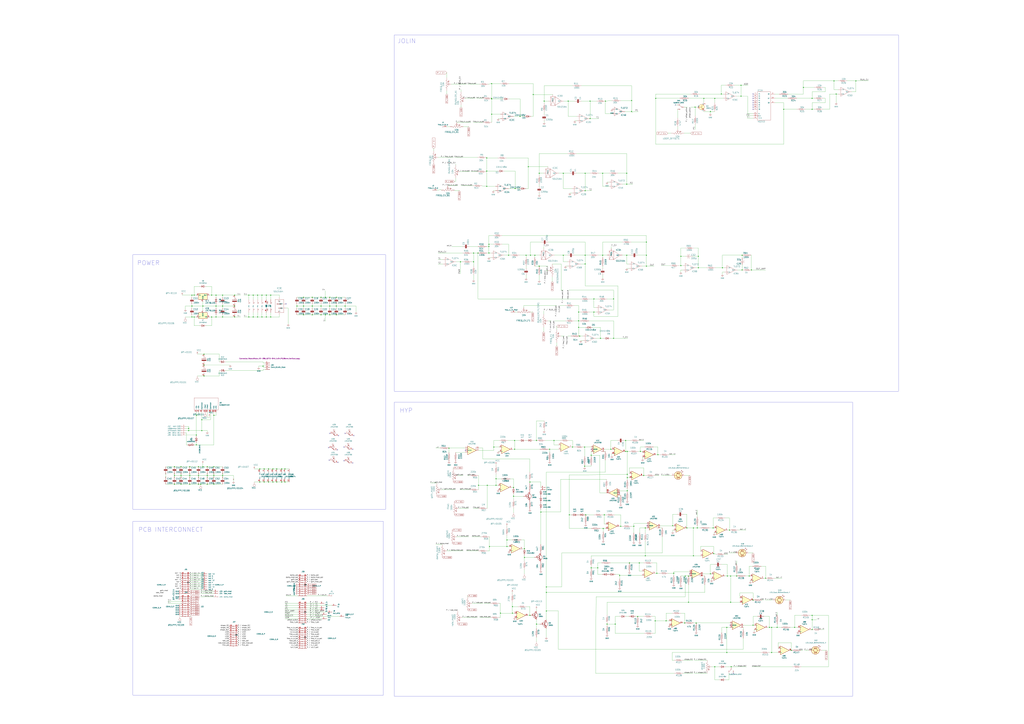
<source format=kicad_sch>
(kicad_sch (version 20230121) (generator eeschema)
  (paper "A0")
  (title_block (title "The Hypjolin") (date "2023-04-23") (rev "2") (company "Triglav Modular") (comment 1 "Circuit by Rob Hordijk & Ian Fritz"))
  (junction (at 309.245 342.9) (diameter 0.9144))
  (junction (at 210.185 542.29) (diameter 0.9144))
  (junction (at 805.18 613.41))
  (junction (at 895.985 728.98))
  (junction (at 824.865 666.75))
  (junction (at 250.825 342.9) (diameter 0.9144))
  (junction (at 699.77 201.295) (diameter 0.9144))
  (junction (at 236.855 424.18) (diameter 0.9144))
  (junction (at 733.425 116.84))
  (junction (at 838.835 311.15) (diameter 0.9144))
  (junction (at 568.325 635))
  (junction (at 837.565 109.22) (diameter 0.9144))
  (junction (at 362.585 345.44) (diameter 0.9144))
  (junction (at 664.845 519.43))
  (junction (at 679.45 306.705) (diameter 0.9144))
  (junction (at 235.585 355.6) (diameter 0.9144))
  (junction (at 861.695 313.69) (diameter 0.9144))
  (junction (at 248.285 542.29) (diameter 0.9144))
  (junction (at 918.845 755.65))
  (junction (at 726.44 524.51))
  (junction (at 709.295 521.97))
  (junction (at 727.71 201.295) (diameter 0.9144))
  (junction (at 671.83 362.585) (diameter 0.9144))
  (junction (at 893.445 728.98))
  (junction (at 309.245 368.3) (diameter 0.9144))
  (junction (at 227.965 505.46))
  (junction (at 704.85 725.17))
  (junction (at 728.345 554.99))
  (junction (at 565.15 183.515) (diameter 0.9144))
  (junction (at 372.745 365.76) (diameter 0.9144))
  (junction (at 567.69 286.385) (diameter 0.9144))
  (junction (at 554.99 294.005) (diameter 0.9144))
  (junction (at 234.315 500.38))
  (junction (at 902.335 728.98))
  (junction (at 304.165 342.9) (diameter 0.9144))
  (junction (at 762.635 666.115))
  (junction (at 679.45 221.615) (diameter 0.9144))
  (junction (at 248.285 482.6))
  (junction (at 236.855 411.48) (diameter 0.9144))
  (junction (at 240.665 562.61) (diameter 0.9144))
  (junction (at 330.835 560.07))
  (junction (at 301.625 560.07))
  (junction (at 828.04 613.41))
  (junction (at 570.865 114.3))
  (junction (at 272.415 342.9) (diameter 0.9144))
  (junction (at 301.625 544.83))
  (junction (at 700.405 614.045))
  (junction (at 390.525 345.44))
  (junction (at 909.955 127) (diameter 0.9144))
  (junction (at 970.915 109.22) (diameter 0.9144))
  (junction (at 240.665 542.29) (diameter 0.9144))
  (junction (at 699.77 296.545) (diameter 0.9144))
  (junction (at 220.345 562.61) (diameter 0.9144))
  (junction (at 874.395 697.23))
  (junction (at 654.05 201.295) (diameter 0.9144))
  (junction (at 942.975 114.3) (diameter 0.9144))
  (junction (at 763.905 528.32))
  (junction (at 219.075 500.38))
  (junction (at 874.395 726.44))
  (junction (at 603.885 135.255) (diameter 0.9144))
  (junction (at 272.415 355.6) (diameter 0.9144))
  (junction (at 222.885 355.6) (diameter 0.9144))
  (junction (at 799.465 669.29))
  (junction (at 728.345 570.23))
  (junction (at 202.565 552.45) (diameter 0.9144))
  (junction (at 588.645 635))
  (junction (at 596.265 566.42))
  (junction (at 730.885 654.05))
  (junction (at 686.435 528.955))
  (junction (at 679.45 201.295) (diameter 0.9144))
  (junction (at 304.165 368.3) (diameter 0.9144))
  (junction (at 288.925 368.3) (diameter 0.9144))
  (junction (at 258.445 342.9) (diameter 0.9144))
  (junction (at 377.825 365.76) (diameter 0.9144))
  (junction (at 719.455 668.655))
  (junction (at 615.315 715.01))
  (junction (at 855.345 669.29))
  (junction (at 234.315 487.68))
  (junction (at 220.345 552.45) (diameter 0.9144))
  (junction (at 596.265 576.58))
  (junction (at 390.525 355.6) (diameter 0.9144))
  (junction (at 230.505 552.45) (diameter 0.9144))
  (junction (at 848.995 774.7))
  (junction (at 565.785 563.88))
  (junction (at 567.69 283.845) (diameter 0.9144))
  (junction (at 790.575 297.815))
  (junction (at 712.47 347.345) (diameter 0.9144))
  (junction (at 626.11 201.295) (diameter 0.9144))
  (junction (at 362.585 365.76) (diameter 0.9144))
  (junction (at 781.05 610.87))
  (junction (at 869.95 669.29))
  (junction (at 685.165 117.475) (diameter 0.9144))
  (junction (at 808.355 723.9))
  (junction (at 942.975 715.01))
  (junction (at 382.905 365.76) (diameter 0.9144))
  (junction (at 805.18 645.795))
  (junction (at 327.025 544.83))
  (junction (at 305.435 425.45))
  (junction (at 588.645 627.38))
  (junction (at 828.675 643.255))
  (junction (at 817.245 114.3) (diameter 0.9144))
  (junction (at 680.085 598.17))
  (junction (at 240.665 552.45) (diameter 0.9144))
  (junction (at 621.03 296.545) (diameter 0.9144))
  (junction (at 829.945 774.7))
  (junction (at 773.43 721.36))
  (junction (at 316.865 560.07))
  (junction (at 872.49 313.69) (diameter 0.9144))
  (junction (at 829.945 114.3) (diameter 0.9144))
  (junction (at 634.365 681.99))
  (junction (at 573.405 519.43))
  (junction (at 686.435 659.765))
  (junction (at 233.045 562.61))
  (junction (at 314.325 342.9) (diameter 0.9144))
  (junction (at 671.83 372.745) (diameter 0.9144))
  (junction (at 555.625 563.88))
  (junction (at 761.365 114.3) (diameter 0.9144))
  (junction (at 735.965 611.505))
  (junction (at 740.41 716.28))
  (junction (at 689.61 362.585) (diameter 0.9144))
  (junction (at 248.285 562.61) (diameter 0.9144))
  (junction (at 227.965 516.89))
  (junction (at 597.535 521.97))
  (junction (at 795.02 723.9))
  (junction (at 594.995 712.47))
  (junction (at 743.585 524.51))
  (junction (at 750.57 281.305) (diameter 0.9144))
  (junction (at 258.445 368.3) (diameter 0.9144))
  (junction (at 248.285 552.45) (diameter 0.9144))
  (junction (at 372.745 355.6) (diameter 0.9144))
  (junction (at 327.025 560.07))
  (junction (at 225.425 368.3) (diameter 0.9144))
  (junction (at 742.315 654.05))
  (junction (at 634.365 709.93))
  (junction (at 993.775 93.98) (diameter 0.9144))
  (junction (at 321.31 544.83))
  (junction (at 782.32 666.115))
  (junction (at 225.425 342.9) (diameter 0.9144))
  (junction (at 615.95 296.545) (diameter 0.9144))
  (junction (at 245.745 342.9) (diameter 0.9144))
  (junction (at 932.815 101.6) (diameter 0.9144))
  (junction (at 245.745 368.3) (diameter 0.9144))
  (junction (at 631.825 117.475) (diameter 0.9144))
  (junction (at 352.425 345.44) (diameter 0.9144))
  (junction (at 250.825 368.3) (diameter 0.9144))
  (junction (at 344.805 355.6))
  (junction (at 728.345 551.18))
  (junction (at 747.395 552.45))
  (junction (at 230.505 542.29) (diameter 0.9144))
  (junction (at 565.15 198.755) (diameter 0.9144))
  (junction (at 235.585 542.29) (diameter 0.9144))
  (junction (at 712.47 393.065) (diameter 0.9144))
  (junction (at 306.705 560.07))
  (junction (at 860.425 111.76) (diameter 0.9144))
  (junction (at 843.915 758.19))
  (junction (at 750.57 309.245) (diameter 0.9144))
  (junction (at 362.585 355.6) (diameter 0.9144))
  (junction (at 844.55 669.29))
  (junction (at 590.55 296.545) (diameter 0.9144))
  (junction (at 299.085 342.9))
  (junction (at 594.995 704.85))
  (junction (at 968.375 93.98))
  (junction (at 848.36 699.77))
  (junction (at 210.185 552.45) (diameter 0.9144))
  (junction (at 810.895 297.815))
  (junction (at 799.465 699.77))
  (junction (at 382.905 345.44) (diameter 0.9144))
  (junction (at 659.765 117.475) (diameter 0.9144))
  (junction (at 321.31 560.07))
  (junction (at 728.345 524.51))
  (junction (at 549.91 304.165))
  (junction (at 250.825 355.6) (diameter 0.9144))
  (junction (at 689.61 347.345) (diameter 0.9144))
  (junction (at 634.365 688.34))
  (junction (at 749.3 613.41))
  (junction (at 807.085 124.46))
  (junction (at 889 671.83))
  (junction (at 726.44 511.81))
  (junction (at 922.655 728.98))
  (junction (at 294.005 368.3) (diameter 0.9144))
  (junction (at 316.865 544.83))
  (junction (at 299.085 368.3) (diameter 0.9144))
  (junction (at 377.825 345.44) (diameter 0.9144))
  (junction (at 622.935 725.17))
  (junction (at 694.055 659.765))
  (junction (at 314.325 368.3) (diameter 0.9144))
  (junction (at 942.975 731.52))
  (junction (at 809.625 613.41))
  (junction (at 643.255 511.81))
  (junction (at 671.83 380.365) (diameter 0.9144))
  (junction (at 382.905 355.6) (diameter 0.9144))
  (junction (at 549.91 294.005) (diameter 0.9144))
  (junction (at 895.985 758.19))
  (junction (at 227.965 482.6))
  (junction (at 860.425 99.06) (diameter 0.9144))
  (junction (at 720.725 611.505))
  (junction (at 306.705 544.83))
  (junction (at 701.675 598.17))
  (junction (at 570.865 97.155) (diameter 0.9144))
  (junction (at 202.565 562.61))
  (junction (at 679.45 296.545) (diameter 0.9144))
  (junction (at 727.71 296.545) (diameter 0.9144))
  (junction (at 330.835 544.83))
  (junction (at 272.415 368.3) (diameter 0.9144))
  (junction (at 697.23 393.065) (diameter 0.9144))
  (junction (at 661.035 598.17))
  (junction (at 638.175 521.97))
  (junction (at 847.09 615.95))
  (junction (at 685.165 137.795) (diameter 0.9144))
  (junction (at 608.965 647.7))
  (junction (at 749.3 645.795))
  (junction (at 626.11 309.245) (diameter 0.9144))
  (junction (at 727.71 213.995) (diameter 0.9144))
  (junction (at 567.69 294.005) (diameter 0.9144))
  (junction (at 673.1 390.525))
  (junction (at 222.885 368.3) (diameter 0.9144))
  (junction (at 613.41 193.675) (diameter 0.9144))
  (junction (at 597.535 511.81))
  (junction (at 608.965 637.54))
  (junction (at 575.945 556.26))
  (junction (at 750.57 296.545) (diameter 0.9144))
  (junction (at 848.36 669.29))
  (junction (at 570.865 114.935) (diameter 0.9144))
  (junction (at 288.925 342.9) (diameter 0.9144))
  (junction (at 210.185 562.61) (diameter 0.9144))
  (junction (at 311.785 544.83))
  (junction (at 400.685 355.6) (diameter 0.9144))
  (junction (at 521.335 520.7))
  (junction (at 797.56 613.41))
  (junction (at 861.695 296.545) (diameter 0.9144))
  (junction (at 222.885 342.9) (diameter 0.9144))
  (junction (at 219.075 497.84))
  (junction (at 352.425 355.6) (diameter 0.9144))
  (junction (at 575.945 563.88))
  (junction (at 702.945 117.475) (diameter 0.9144))
  (junction (at 622.935 511.81))
  (junction (at 733.425 129.54))
  (junction (at 942.975 720.09))
  (junction (at 619.125 109.855) (diameter 0.9144))
  (junction (at 294.005 342.9) (diameter 0.9144))
  (junction (at 372.745 345.44) (diameter 0.9144))
  (junction (at 678.815 541.655))
  (junction (at 714.375 725.17))
  (junction (at 628.015 594.995))
  (junction (at 581.025 712.47))
  (junction (at 810.895 311.15) (diameter 0.9144))
  (junction (at 654.05 296.545) (diameter 0.9144))
  (junction (at 230.505 562.61) (diameter 0.9144))
  (junction (at 824.865 129.54) (diameter 0.9144))
  (junction (at 311.785 560.07))
  (junction (at 678.815 519.43))
  (junction (at 534.67 304.165) (diameter 0.9144))
  (junction (at 352.425 365.76) (diameter 0.9144))
  (junction (at 760.73 721.36))
  (junction (at 570.865 132.715) (diameter 0.9144))
  (junction (at 390.525 365.76) (diameter 0.9144))
  (junction (at 843.915 728.98))
  (junction (at 258.445 355.6) (diameter 0.9144))
  (junction (at 598.17 219.075) (diameter 0.9144))
  (junction (at 236.855 436.88) (diameter 0.9144))
  (junction (at 790.575 308.61) (diameter 0.9144))
  (junction (at 942.975 127) (diameter 0.9144))
  (junction (at 610.87 296.545) (diameter 0.9144))
  (junction (at 258.445 552.45) (diameter 0.9144))
  (junction (at 202.565 542.29))
  (junction (at 565.15 216.535) (diameter 0.9144))
  (junction (at 220.345 542.29) (diameter 0.9144))
  (junction (at 615.315 560.07))
  (junction (at 795.655 669.29))
  (no_connect (at 800.735 666.75))
  (no_connect (at 874.395 121.92))
  (no_connect (at 332.105 353.06))
  (no_connect (at 874.395 116.84))
  (no_connect (at 751.205 610.87))
  (no_connect (at 399.415 519.43))
  (no_connect (at 874.395 111.76))
  (no_connect (at 540.385 523.24))
  (no_connect (at 686.435 521.97))
  (no_connect (at 382.905 503.555))
  (no_connect (at 393.065 506.095))
  (no_connect (at 410.845 506.095))
  (no_connect (at 400.685 503.555))
  (no_connect (at 874.395 114.3))
  (no_connect (at 874.395 124.46))
  (no_connect (at 409.575 537.845))
  (no_connect (at 409.575 521.97))
  (no_connect (at 784.225 121.92))
  (no_connect (at 719.455 572.77))
  (no_connect (at 382.27 534.67))
  (no_connect (at 392.43 537.21))
  (no_connect (at 391.795 522.605))
  (no_connect (at 381.635 520.065))
  (no_connect (at 851.535 782.32))
  (no_connect (at 847.725 726.44))
  (no_connect (at 399.415 535.305))
  (no_connect (at 874.395 119.38))
  (no_connect (at 874.395 109.22))
  (no_connect (at 874.395 127))
  (wire (pts (xy 594.995 688.34) (xy 594.995 689.61)))
  (wire (pts (xy 514.35 306.705) (xy 508.635 306.705)))
  (wire (pts (xy 508.635 294.005) (xy 537.21 294.005)))
  (wire (pts (xy 732.79 281.305) (xy 750.57 281.305)))
  (wire (pts (xy 782.955 782.32) (xy 691.515 782.32)))
  (wire (pts (xy 372.745 358.14) (xy 372.745 355.6)))
  (wire (pts (xy 598.17 219.075) (xy 603.25 219.075)))
  (wire (pts (xy 575.945 539.75) (xy 575.945 541.02)))
  (wire (pts (xy 330.835 703.58) (xy 346.075 703.58)))
  (wire (pts (xy 749.3 629.285) (xy 749.3 645.795)))
  (wire (pts (xy 838.073 728.98) (xy 843.915 728.98)))
  (wire (pts (xy 747.395 716.28) (xy 740.41 716.28)))
  (wire (pts (xy 860.425 99.06) (xy 860.425 111.76)))
  (wire (pts (xy 330.835 716.28) (xy 346.075 716.28)))
  (wire (pts (xy 248.285 552.45) (xy 258.445 552.45)))
  (wire (pts (xy 701.675 521.97) (xy 709.295 521.97)))
  (wire (pts (xy 679.45 281.305) (xy 636.27 281.305)))
  (wire (pts (xy 720.725 598.17) (xy 720.725 611.505)))
  (wire (pts (xy 610.87 296.545) (xy 615.95 296.545)))
  (wire (pts (xy 743.585 524.51) (xy 746.125 524.51)))
  (wire (pts (xy 717.55 367.665) (xy 717.55 332.105)))
  (wire (pts (xy 570.865 97.155) (xy 581.025 97.155)))
  (wire (pts (xy 685.165 117.475) (xy 675.005 117.475)))
  (wire (pts (xy 678.815 540.385) (xy 678.815 541.655)))
  (wire (pts (xy 567.69 294.005) (xy 570.23 294.005)))
  (wire (pts (xy 316.865 544.83) (xy 321.31 544.83)))
  (wire (pts (xy 838.835 318.77) (xy 838.835 316.23)))
  (wire (pts (xy 673.735 372.745) (xy 671.83 372.745)))
  (wire (pts (xy 288.925 368.3) (xy 283.21 368.3)))
  (wire (pts (xy 727.71 311.785) (xy 730.25 311.785)))
  (wire (pts (xy 728.345 524.51) (xy 728.345 551.18)))
  (wire (pts (xy 703.58 608.965) (xy 701.675 608.965)))
  (wire (pts (xy 610.87 299.085) (xy 610.87 296.545)))
  (wire (pts (xy 229.235 436.88) (xy 236.855 436.88)))
  (wire (pts (xy 622.935 511.81) (xy 619.125 511.81)))
  (wire (pts (xy 588.645 622.3) (xy 588.645 627.38)))
  (wire (pts (xy 845.185 643.89) (xy 841.375 643.89)))
  (wire (pts (xy 962.025 774.7) (xy 962.025 715.01)))
  (wire (pts (xy 704.215 567.055) (xy 704.215 570.23)))
  (wire (pts (xy 899.795 119.38) (xy 909.955 119.38)))
  (wire (pts (xy 686.435 530.225) (xy 686.435 528.955)))
  (wire (pts (xy 810.895 288.29) (xy 805.815 288.29)))
  (wire (pts (xy 782.32 615.95) (xy 781.05 615.95)))
  (wire (pts (xy 795.655 288.29) (xy 790.575 288.29)))
  (wire (pts (xy 560.705 520.7) (xy 555.625 520.7)))
  (wire (pts (xy 560.705 533.4) (xy 560.705 520.7)))
  (wire (pts (xy 567.055 97.79) (xy 570.865 97.155)))
  (wire (pts (xy 382.905 355.6) (xy 382.905 353.06)))
  (wire (pts (xy 671.83 598.17) (xy 671.195 598.17)))
  (wire (pts (xy 837.565 655.955) (xy 844.55 655.955)))
  (wire (pts (xy 899.795 114.3) (xy 915.035 114.3)))
  (wire (pts (xy 750.57 296.545) (xy 740.41 296.545)))
  (wire (pts (xy 615.95 296.545) (xy 621.03 296.545)))
  (wire (pts (xy 844.55 615.95) (xy 847.09 615.95)))
  (wire (pts (xy 810.895 311.15) (xy 808.355 311.15)))
  (wire (pts (xy 872.49 296.545) (xy 871.855 296.545)))
  (wire (pts (xy 258.445 368.3) (xy 258.445 365.76)))
  (wire (pts (xy 578.485 137.795) (xy 581.025 137.795)))
  (wire (pts (xy 230.505 552.45) (xy 230.505 549.91)))
  (wire (pts (xy 702.945 524.51) (xy 701.675 524.51)))
  (wire (pts (xy 628.015 560.07) (xy 615.315 560.07)))
  (wire (pts (xy 804.545 767.08) (xy 793.115 767.08)))
  (wire (pts (xy 679.45 221.615) (xy 687.07 221.615)))
  (wire (pts (xy 714.375 716.28) (xy 719.455 716.28)))
  (wire (pts (xy 528.32 221.615) (xy 527.685 220.98)))
  (wire (pts (xy 889 657.86) (xy 883.92 657.86)))
  (wire (pts (xy 679.45 332.105) (xy 717.55 332.105)))
  (wire (pts (xy 847.09 601.98) (xy 842.01 601.98)))
  (wire (pts (xy 728.345 557.53) (xy 728.345 554.99)))
  (wire (pts (xy 659.13 390.525) (xy 662.94 390.525)))
  (wire (pts (xy 567.69 283.845) (xy 572.77 283.845)))
  (wire (pts (xy 413.385 355.6) (xy 413.385 362.585)))
  (wire (pts (xy 795.02 552.45) (xy 800.735 552.45)))
  (wire (pts (xy 598.17 219.075) (xy 590.55 219.075)))
  (wire (pts (xy 724.535 511.81) (xy 726.44 511.81)))
  (wire (pts (xy 805.815 782.32) (xy 821.055 782.32)))
  (wire (pts (xy 222.885 342.9) (xy 225.425 342.9)))
  (wire (pts (xy 240.665 542.29) (xy 248.285 542.29)))
  (wire (pts (xy 549.91 294.005) (xy 549.91 304.165)))
  (wire (pts (xy 824.865 655.955) (xy 824.865 666.75)))
  (wire (pts (xy 523.875 97.79) (xy 541.655 97.79)))
  (wire (pts (xy 288.925 368.3) (xy 288.925 363.22)))
  (wire (pts (xy 859.155 694.69) (xy 859.155 688.975)))
  (wire (pts (xy 528.955 191.77) (xy 528.955 190.5)))
  (wire (pts (xy 356.235 711.2) (xy 380.365 711.2)))
  (wire (pts (xy 301.625 544.83) (xy 306.705 544.83)))
  (wire (pts (xy 745.49 309.245) (xy 750.57 309.245)))
  (wire (pts (xy 780.415 758.19) (xy 780.415 767.08)))
  (wire (pts (xy 578.485 524.51) (xy 579.755 524.51)))
  (wire (pts (xy 248.285 552.45) (xy 248.285 549.91)))
  (wire (pts (xy 733.425 130.175) (xy 741.045 129.54)))
  (wire (pts (xy 254.635 420.37) (xy 254.635 411.48)))
  (wire (pts (xy 968.375 93.98) (xy 973.455 93.98)))
  (wire (pts (xy 742.315 663.575) (xy 742.315 654.05)))
  (wire (pts (xy 560.705 701.04) (xy 548.005 701.04)))
  (wire (pts (xy 230.505 554.99) (xy 230.505 552.45)))
  (wire (pts (xy 654.05 219.075) (xy 664.21 219.075)))
  (wire (pts (xy 810.895 297.815) (xy 810.895 311.15)))
  (wire (pts (xy 773.43 721.36) (xy 777.24 721.36)))
  (wire (pts (xy 692.15 357.505) (xy 689.61 357.505)))
  (wire (pts (xy 597.535 521.97) (xy 594.995 521.97)))
  (wire (pts (xy 561.975 701.04) (xy 569.595 701.04)))
  (wire (pts (xy 608.965 645.16) (xy 608.965 647.7)))
  (wire (pts (xy 544.83 286.385) (xy 554.99 286.385)))
  (wire (pts (xy 192.405 562.61) (xy 202.565 562.61)))
  (wire (pts (xy 615.95 281.305) (xy 628.65 281.305)))
  (wire (pts (xy 765.81 666.115) (xy 762.635 666.115)))
  (wire (pts (xy 634.365 688.34) (xy 818.515 688.34)))
  (wire (pts (xy 661.035 614.045) (xy 661.035 598.17)))
  (wire (pts (xy 686.435 645.795) (xy 749.3 645.795)))
  (wire (pts (xy 234.315 487.68) (xy 244.475 487.68)))
  (wire (pts (xy 679.45 296.545) (xy 679.45 281.305)))
  (wire (pts (xy 726.44 524.51) (xy 725.805 524.51)))
  (wire (pts (xy 220.345 676.91) (xy 235.585 676.91)))
  (wire (pts (xy 719.455 668.655) (xy 719.455 672.465)))
  (wire (pts (xy 844.55 669.29) (xy 841.375 669.29)))
  (wire (pts (xy 314.325 347.98) (xy 314.325 342.9)))
  (wire (pts (xy 549.275 590.55) (xy 555.625 590.55)))
  (wire (pts (xy 874.395 726.44) (xy 862.965 726.44)))
  (wire (pts (xy 803.91 297.815) (xy 810.895 297.815)))
  (wire (pts (xy 603.885 114.935) (xy 603.885 135.255)))
  (wire (pts (xy 540.385 525.78) (xy 528.955 525.78)))
  (wire (pts (xy 222.885 368.3) (xy 225.425 368.3)))
  (wire (pts (xy 730.885 554.99) (xy 728.345 554.99)))
  (wire (pts (xy 565.15 198.755) (xy 565.15 216.535)))
  (wire (pts (xy 581.025 712.47) (xy 581.025 717.55)))
  (wire (pts (xy 216.535 502.92) (xy 216.535 516.89)))
  (wire (pts (xy 202.565 562.61) (xy 210.185 562.61)))
  (wire (pts (xy 871.22 669.29) (xy 869.95 669.29)))
  (wire (pts (xy 699.77 216.535) (xy 707.39 216.535)))
  (wire (pts (xy 248.285 542.29) (xy 258.445 542.29)))
  (wire (pts (xy 925.195 127) (xy 909.955 127)))
  (wire (pts (xy 300.355 425.45) (xy 305.435 425.45)))
  (wire (pts (xy 588.645 635) (xy 591.185 635)))
  (wire (pts (xy 671.83 372.745) (xy 671.83 380.365)))
  (wire (pts (xy 862.33 313.69) (xy 861.695 313.69)))
  (wire (pts (xy 735.965 611.505) (xy 735.965 608.33)))
  (wire (pts (xy 889 671.83) (xy 889 657.86)))
  (wire (pts (xy 679.45 296.545) (xy 679.45 306.705)))
  (wire (pts (xy 666.75 354.965) (xy 671.83 354.965)))
  (wire (pts (xy 216.535 516.89) (xy 217.805 516.89)))
  (wire (pts (xy 534.035 568.96) (xy 545.465 568.96)))
  (wire (pts (xy 862.965 741.68) (xy 862.965 754.38)))
  (wire (pts (xy 722.63 611.505) (xy 720.725 611.505)))
  (wire (pts (xy 235.585 355.6) (xy 235.585 360.68)))
  (wire (pts (xy 831.215 643.89) (xy 828.675 643.255)))
  (wire (pts (xy 646.43 401.955) (xy 646.43 398.145)))
  (wire (pts (xy 610.87 219.075) (xy 613.41 219.075)))
  (wire (pts (xy 240.665 562.61) (xy 248.285 562.61)))
  (wire (pts (xy 661.035 598.17) (xy 661.035 551.815)))
  (wire (pts (xy 689.61 367.665) (xy 717.55 367.665)))
  (wire (pts (xy 245.745 342.9) (xy 243.205 342.9)))
  (wire (pts (xy 661.035 551.815) (xy 728.345 551.18)))
  (wire (pts (xy 575.945 551.18) (xy 575.945 556.26)))
  (wire (pts (xy 760.73 721.36) (xy 773.43 721.36)))
  (wire (pts (xy 220.345 669.29) (xy 235.585 669.29)))
  (wire (pts (xy 702.945 132.08) (xy 710.565 132.08)))
  (wire (pts (xy 795.02 712.47) (xy 795.02 723.9)))
  (wire (pts (xy 697.23 380.365) (xy 697.23 393.065)))
  (wire (pts (xy 799.465 669.29) (xy 800.735 669.29)))
  (wire (pts (xy 240.665 500.38) (xy 240.665 501.65)))
  (wire (pts (xy 694.69 296.545) (xy 699.77 296.545)))
  (wire (pts (xy 713.74 598.17) (xy 720.725 598.17)))
  (wire (pts (xy 829.945 774.7) (xy 829.945 789.94)))
  (wire (pts (xy 874.395 137.16) (xy 867.41 137.16)))
  (wire (pts (xy 570.23 299.085) (xy 567.69 299.085)))
  (wire (pts (xy 735.965 608.33) (xy 751.205 608.33)))
  (wire (pts (xy 654.05 304.165) (xy 659.13 304.165)))
  (wire (pts (xy 761.365 109.22) (xy 802.005 109.22)))
  (wire (pts (xy 874.395 688.975) (xy 874.395 697.23)))
  (wire (pts (xy 631.825 99.695) (xy 631.825 117.475)))
  (wire (pts (xy 740.41 716.28) (xy 737.87 716.28)))
  (wire (pts (xy 220.345 552.45) (xy 220.345 549.91)))
  (wire (pts (xy 622.935 725.17) (xy 626.745 725.17)))
  (wire (pts (xy 993.775 93.98) (xy 993.775 106.68)))
  (wire (pts (xy 767.715 552.45) (xy 779.78 552.45)))
  (wire (pts (xy 305.435 424.18) (xy 305.435 425.45)))
  (wire (pts (xy 720.725 575.31) (xy 719.455 575.31)))
  (wire (pts (xy 689.61 362.585) (xy 684.53 362.585)))
  (wire (pts (xy 305.435 429.26) (xy 307.975 429.26)))
  (wire (pts (xy 233.045 689.61) (xy 248.285 689.61)))
  (wire (pts (xy 591.185 114.935) (xy 603.885 114.935)))
  (wire (pts (xy 797.56 613.41) (xy 797.56 597.535)))
  (wire (pts (xy 590.55 296.545) (xy 593.09 296.545)))
  (wire (pts (xy 507.365 220.98) (xy 511.81 220.345)))
  (wire (pts (xy 968.375 104.14) (xy 968.375 93.98)))
  (wire (pts (xy 848.995 774.7) (xy 866.775 774.7)))
  (wire (pts (xy 233.045 562.61) (xy 240.665 562.61)))
  (wire (pts (xy 648.97 201.295) (xy 654.05 201.295)))
  (wire (pts (xy 669.29 178.435) (xy 727.71 178.435)))
  (wire (pts (xy 817.245 114.3) (xy 817.245 119.38)))
  (wire (pts (xy 641.985 109.855) (xy 619.125 109.855)))
  (wire (pts (xy 671.83 354.965) (xy 671.83 362.585)))
  (wire (pts (xy 362.585 355.6) (xy 372.745 355.6)))
  (wire (pts (xy 240.665 485.14) (xy 243.205 485.14)))
  (wire (pts (xy 222.885 353.06) (xy 222.885 355.6)))
  (wire (pts (xy 210.185 542.29) (xy 220.345 542.29)))
  (wire (pts (xy 634.365 709.93) (xy 634.365 720.09)))
  (wire (pts (xy 942.975 715.01) (xy 962.025 715.01)))
  (wire (pts (xy 596.265 566.42) (xy 593.725 566.42)))
  (wire (pts (xy 506.095 632.46) (xy 513.715 632.46)))
  (wire (pts (xy 254.635 436.88) (xy 254.635 430.53)))
  (wire (pts (xy 663.575 598.17) (xy 661.035 598.17)))
  (wire (pts (xy 271.145 552.45) (xy 271.145 559.435)))
  (wire (pts (xy 942.975 731.52) (xy 942.975 720.09)))
  (wire (pts (xy 686.435 541.655) (xy 686.435 540.385)))
  (wire (pts (xy 692.15 393.065) (xy 697.23 393.065)))
  (wire (pts (xy 780.415 767.08) (xy 782.955 767.08)))
  (wire (pts (xy 613.41 183.515) (xy 588.01 183.515)))
  (wire (pts (xy 708.66 654.05) (xy 730.885 654.05)))
  (wire (pts (xy 775.335 154.94) (xy 779.145 154.94)))
  (wire (pts (xy 568.325 635) (xy 588.645 635)))
  (wire (pts (xy 843.915 758.19) (xy 780.415 758.19)))
  (wire (pts (xy 225.425 378.46) (xy 225.425 368.3)))
  (wire (pts (xy 633.73 314.325) (xy 636.27 314.325)))
  (wire (pts (xy 652.145 642.62) (xy 652.145 681.99)))
  (wire (pts (xy 611.505 704.85) (xy 615.315 704.85)))
  (wire (pts (xy 782.32 666.115) (xy 782.32 668.655)))
  (wire (pts (xy 749.935 552.45) (xy 747.395 552.45)))
  (wire (pts (xy 667.385 519.43) (xy 664.845 519.43)))
  (wire (pts (xy 356.235 716.28) (xy 394.335 716.28)))
  (wire (pts (xy 942.975 106.68) (xy 942.975 114.3)))
  (wire (pts (xy 613.41 193.675) (xy 613.41 183.515)))
  (wire (pts (xy 702.945 534.67) (xy 702.945 548.64)))
  (wire (pts (xy 568.325 623.57) (xy 568.325 635)))
  (wire (pts (xy 700.405 617.855) (xy 700.405 614.045)))
  (wire (pts (xy 527.685 210.82) (xy 528.955 210.82)))
  (wire (pts (xy 335.661 560.07) (xy 330.835 560.07)))
  (wire (pts (xy 671.83 362.585) (xy 671.83 372.745)))
  (wire (pts (xy 524.51 286.385) (xy 537.21 286.385)))
  (wire (pts (xy 868.045 132.08) (xy 874.395 132.08)))
  (wire (pts (xy 893.445 758.19) (xy 895.985 758.19)))
  (wire (pts (xy 659.765 117.475) (xy 667.385 117.475)))
  (wire (pts (xy 826.135 774.7) (xy 829.945 774.7)))
  (wire (pts (xy 704.85 347.345) (xy 712.47 347.345)))
  (wire (pts (xy 215.265 505.46) (xy 227.965 505.46)))
  (wire (pts (xy 621.03 296.545) (xy 626.11 296.545)))
  (wire (pts (xy 330.835 701.04) (xy 346.075 701.04)))
  (wire (pts (xy 240.665 552.45) (xy 248.285 552.45)))
  (wire (pts (xy 564.515 199.39) (xy 565.15 198.755)))
  (wire (pts (xy 245.745 332.74) (xy 239.395 332.74)))
  (wire (pts (xy 843.915 728.98) (xy 847.725 728.98)))
  (wire (pts (xy 726.44 511.81) (xy 732.155 511.81)))
  (wire (pts (xy 610.87 319.405) (xy 610.87 323.215)))
  (wire (pts (xy 568.325 635) (xy 568.325 640.08)))
  (wire (pts (xy 861.695 296.545) (xy 861.695 299.72)))
  (wire (pts (xy 220.345 554.99) (xy 220.345 552.45)))
  (wire (pts (xy 871.22 675.64) (xy 871.22 674.37)))
  (wire (pts (xy 855.345 669.29) (xy 848.36 669.29)))
  (wire (pts (xy 805.18 613.41) (xy 805.18 645.795)))
  (wire (pts (xy 930.275 715.01) (xy 922.655 715.01)))
  (wire (pts (xy 747.395 552.45) (xy 747.395 543.56)))
  (wire (pts (xy 210.185 562.61) (xy 220.345 562.61)))
  (wire (pts (xy 295.275 560.07) (xy 301.625 560.07)))
  (wire (pts (xy 215.265 355.6) (xy 215.265 359.41)))
  (wire (pts (xy 621.03 309.245) (xy 626.11 309.245)))
  (wire (pts (xy 626.11 309.245) (xy 636.27 309.245)))
  (wire (pts (xy 615.315 548.64) (xy 615.315 533.4)))
  (wire (pts (xy 942.975 720.09) (xy 942.975 715.01)))
  (wire (pts (xy 565.15 183.515) (xy 577.85 183.515)))
  (wire (pts (xy 719.455 667.385) (xy 719.455 668.655)))
  (wire (pts (xy 727.71 306.705) (xy 727.71 296.545)))
  (wire (pts (xy 535.305 215.9) (xy 549.275 215.9)))
  (wire (pts (xy 699.77 598.17) (xy 701.675 598.17)))
  (wire (pts (xy 862.965 728.98) (xy 862.965 731.52)))
  (wire (pts (xy 352.425 355.6) (xy 344.805 355.6)))
  (wire (pts (xy 679.45 296.545) (xy 684.53 296.545)))
  (wire (pts (xy 250.825 345.44) (xy 250.825 342.9)))
  (wire (pts (xy 245.745 368.3) (xy 250.825 368.3)))
  (wire (pts (xy 535.305 106.68) (xy 535.305 104.14)))
  (wire (pts (xy 829.31 613.41) (xy 828.04 613.41)))
  (wire (pts (xy 773.43 721.36) (xy 773.43 712.47)))
  (wire (pts (xy 829.31 619.76) (xy 829.31 618.49)))
  (wire (pts (xy 220.345 674.37) (xy 235.585 674.37)))
  (wire (pts (xy 530.225 142.24) (xy 546.735 142.24)))
  (wire (pts (xy 324.485 365.76) (xy 324.485 368.3)))
  (wire (pts (xy 656.59 309.245) (xy 659.13 309.245)))
  (wire (pts (xy 555.625 523.24) (xy 573.405 523.24)))
  (wire (pts (xy 258.445 552.45) (xy 271.145 552.45)))
  (wire (pts (xy 234.315 500.38) (xy 240.665 500.38)))
  (wire (pts (xy 909.955 119.38) (xy 909.955 127)))
  (wire (pts (xy 829.945 114.3) (xy 829.945 119.38)))
  (wire (pts (xy 567.69 283.845) (xy 567.69 273.685)))
  (wire (pts (xy 258.445 355.6) (xy 258.445 358.14)))
  (wire (pts (xy 594.995 704.85) (xy 594.995 712.47)))
  (wire (pts (xy 622.935 720.09) (xy 622.935 725.17)))
  (wire (pts (xy 638.175 521.97) (xy 638.175 525.78)))
  (wire (pts (xy 565.785 640.08) (xy 568.325 640.08)))
  (wire (pts (xy 636.905 521.97) (xy 638.175 521.97)))
  (wire (pts (xy 546.735 199.39) (xy 554.355 199.39)))
  (wire (pts (xy 596.265 556.26) (xy 596.265 566.42)))
  (wire (pts (xy 712.47 360.045) (xy 707.39 360.045)))
  (wire (pts (xy 327.025 560.07) (xy 330.835 560.07)))
  (wire (pts (xy 549.91 304.165) (xy 549.91 309.245)))
  (wire (pts (xy 594.995 704.85) (xy 601.345 704.85)))
  (wire (pts (xy 631.825 488.95) (xy 622.935 488.95)))
  (wire (pts (xy 575.945 556.26) (xy 575.945 563.88)))
  (wire (pts (xy 685.165 117.475) (xy 692.785 117.475)))
  (wire (pts (xy 362.585 355.6) (xy 362.585 353.06)))
  (wire (pts (xy 727.71 213.995) (xy 734.695 213.995)))
  (wire (pts (xy 248.285 554.99) (xy 248.285 552.45)))
  (wire (pts (xy 626.11 319.405) (xy 626.11 325.755)))
  (wire (pts (xy 829.945 114.3) (xy 840.105 114.3)))
  (wire (pts (xy 813.435 640.715) (xy 813.435 635)))
  (wire (pts (xy 893.445 728.98) (xy 890.905 728.98)))
  (wire (pts (xy 589.915 511.81) (xy 597.535 511.81)))
  (wire (pts (xy 699.77 319.405) (xy 699.77 323.215)))
  (wire (pts (xy 942.975 720.09) (xy 948.055 720.09)))
  (wire (pts (xy 549.91 325.12) (xy 549.91 319.405)))
  (wire (pts (xy 626.11 224.155) (xy 626.11 226.06)))
  (wire (pts (xy 613.41 219.075) (xy 613.41 193.675)))
  (wire (pts (xy 362.585 358.14) (xy 362.585 355.6)))
  (wire (pts (xy 528.955 210.82) (xy 528.955 207.01)))
  (wire (pts (xy 622.935 745.49) (xy 622.935 740.41)))
  (wire (pts (xy 631.19 365.125) (xy 631.19 361.315)))
  (wire (pts (xy 540.385 520.7) (xy 521.335 520.7)))
  (wire (pts (xy 844.55 655.955) (xy 844.55 669.29)))
  (wire (pts (xy 565.15 198.755) (xy 577.85 198.755)))
  (wire (pts (xy 781.05 597.535) (xy 781.05 610.87)))
  (wire (pts (xy 673.1 390.525) (xy 676.91 390.525)))
  (wire (pts (xy 194.945 698.5) (xy 210.185 698.5)))
  (wire (pts (xy 225.425 516.89) (xy 227.965 516.89)))
  (wire (pts (xy 837.565 99.06) (xy 842.645 99.06)))
  (wire (pts (xy 610.87 296.545) (xy 603.25 296.545)))
  (wire (pts (xy 750.57 281.305) (xy 750.57 273.685)))
  (wire (pts (xy 643.255 516.89) (xy 643.255 511.81)))
  (wire (pts (xy 654.05 296.545) (xy 654.05 304.165)))
  (wire (pts (xy 222.885 355.6) (xy 215.265 355.6)))
  (wire (pts (xy 615.315 715.01) (xy 612.775 715.01)))
  (wire (pts (xy 330.835 713.74) (xy 346.075 713.74)))
  (wire (pts (xy 701.675 608.965) (xy 701.675 598.17)))
  (wire (pts (xy 750.57 309.245) (xy 759.46 309.245)))
  (wire (pts (xy 760.73 721.36) (xy 760.73 735.965)))
  (wire (pts (xy 592.455 556.26) (xy 596.265 556.26)))
  (wire (pts (xy 712.47 372.745) (xy 683.895 372.745)))
  (wire (pts (xy 829.945 774.7) (xy 835.025 774.7)))
  (wire (pts (xy 210.185 552.45) (xy 202.565 552.45)))
  (wire (pts (xy 243.205 368.3) (xy 245.745 368.3)))
  (wire (pts (xy 666.75 372.745) (xy 671.83 372.745)))
  (wire (pts (xy 231.775 332.74) (xy 225.425 332.74)))
  (wire (pts (xy 559.435 215.9) (xy 565.15 216.535)))
  (wire (pts (xy 220.345 666.75) (xy 235.585 666.75)))
  (wire (pts (xy 537.845 147.32) (xy 544.195 147.32)))
  (wire (pts (xy 694.055 659.765) (xy 694.055 654.05)))
  (wire (pts (xy 782.32 666.115) (xy 782.32 664.21)))
  (wire (pts (xy 305.435 421.64) (xy 305.435 420.37)))
  (wire (pts (xy 824.865 666.75) (xy 826.135 666.75)))
  (wire (pts (xy 250.825 342.9) (xy 245.745 342.9)))
  (wire (pts (xy 518.795 640.08) (xy 537.845 640.08)))
  (wire (pts (xy 726.44 524.51) (xy 728.345 524.51)))
  (wire (pts (xy 236.855 424.18) (xy 267.335 424.18)))
  (wire (pts (xy 654.685 117.475) (xy 659.765 117.475)))
  (wire (pts (xy 608.965 647.7) (xy 608.965 651.51)))
  (wire (pts (xy 615.95 362.585) (xy 618.49 362.585)))
  (wire (pts (xy 233.045 687.07) (xy 248.285 687.07)))
  (wire (pts (xy 855.345 666.115) (xy 855.345 669.29)))
  (wire (pts (xy 781.05 615.95) (xy 781.05 617.855)))
  (wire (pts (xy 382.905 355.6) (xy 390.525 355.6)))
  (wire (pts (xy 893.445 716.28) (xy 893.445 728.98)))
  (wire (pts (xy 650.875 556.895) (xy 650.875 594.995)))
  (wire (pts (xy 588.645 627.38) (xy 594.995 627.38)))
  (wire (pts (xy 250.825 353.06) (xy 250.825 355.6)))
  (wire (pts (xy 356.235 706.12) (xy 371.475 706.12)))
  (wire (pts (xy 848.36 669.29) (xy 844.55 669.29)))
  (wire (pts (xy 786.765 137.16) (xy 786.765 127)))
  (wire (pts (xy 902.335 728.98) (xy 907.415 728.98)))
  (wire (pts (xy 518.795 105.41) (xy 518.795 109.22)))
  (wire (pts (xy 818.515 669.29) (xy 815.975 669.29)))
  (wire (pts (xy 594.995 699.77) (xy 594.995 704.85)))
  (wire (pts (xy 762.635 666.115) (xy 760.73 666.115)))
  (wire (pts (xy 934.085 755.65) (xy 939.165 755.65)))
  (wire (pts (xy 701.675 598.17) (xy 703.58 598.17)))
  (wire (pts (xy 763.905 528.32) (xy 761.365 528.32)))
  (wire (pts (xy 728.98 393.065) (xy 712.47 393.065)))
  (wire (pts (xy 860.425 111.76) (xy 868.045 111.76)))
  (wire (pts (xy 700.405 614.045) (xy 703.58 614.045)))
  (wire (pts (xy 748.665 519.43) (xy 743.585 519.43)))
  (wire (pts (xy 861.695 307.34) (xy 861.695 313.69)))
  (wire (pts (xy 631.825 142.24) (xy 631.825 140.335)))
  (wire (pts (xy 222.885 368.3) (xy 215.265 368.3)))
  (wire (pts (xy 220.345 684.53) (xy 235.585 684.53)))
  (wire (pts (xy 521.335 520.7) (xy 521.335 525.78)))
  (wire (pts (xy 307.975 424.18) (xy 305.435 424.18)))
  (wire (pts (xy 356.235 713.74) (xy 374.015 713.74)))
  (wire (pts (xy 306.705 560.07) (xy 311.785 560.07)))
  (wire (pts (xy 332.105 358.14) (xy 334.645 358.14)))
  (wire (pts (xy 696.595 614.045) (xy 700.405 614.045)))
  (wire (pts (xy 231.775 378.46) (xy 225.425 378.46)))
  (wire (pts (xy 955.675 101.6) (xy 958.215 101.6)))
  (wire (pts (xy 648.335 754.38) (xy 648.335 709.93)))
  (wire (pts (xy 802.005 124.46) (xy 807.085 124.46)))
  (wire (pts (xy 963.295 109.22) (xy 970.915 109.22)))
  (wire (pts (xy 666.75 296.545) (xy 679.45 296.545)))
  (wire (pts (xy 245.745 378.46) (xy 239.395 378.46)))
  (wire (pts (xy 838.073 735.076) (xy 838.073 728.98)))
  (wire (pts (xy 686.435 528.955) (xy 686.435 524.51)))
  (wire (pts (xy 236.855 411.48) (xy 229.235 411.48)))
  (wire (pts (xy 352.425 358.14) (xy 352.425 355.6)))
  (wire (pts (xy 695.325 201.295) (xy 699.77 201.295)))
  (wire (pts (xy 631.825 500.38) (xy 631.825 499.11)))
  (wire (pts (xy 309.245 368.3) (xy 309.245 363.22)))
  (wire (pts (xy 660.4 337.185) (xy 712.47 337.185)))
  (wire (pts (xy 235.585 542.29) (xy 235.585 538.48)))
  (wire (pts (xy 887.095 697.23) (xy 884.555 697.23)))
  (wire (pts (xy 590.55 283.845) (xy 590.55 296.545)))
  (wire (pts (xy 680.085 598.805) (xy 680.085 598.17)))
  (wire (pts (xy 790.575 669.29) (xy 795.655 669.29)))
  (wire (pts (xy 674.37 362.585) (xy 671.83 362.585)))
  (wire (pts (xy 311.785 560.07) (xy 316.865 560.07)))
  (wire (pts (xy 807.085 144.78) (xy 807.085 150.495)))
  (wire (pts (xy 828.675 635) (xy 828.675 643.255)))
  (wire (pts (xy 908.05 671.83) (xy 899.16 671.83)))
  (wire (pts (xy 790.575 288.29) (xy 790.575 297.815)))
  (wire (pts (xy 506.095 520.7) (xy 511.175 520.7)))
  (wire (pts (xy 356.235 718.82) (xy 374.015 718.82)))
  (wire (pts (xy 304.165 368.3) (xy 309.245 368.3)))
  (wire (pts (xy 782.32 664.21) (xy 800.735 664.21)))
  (wire (pts (xy 526.415 543.56) (xy 526.415 544.83)))
  (wire (pts (xy 650.24 354.965) (xy 656.59 354.965)))
  (wire (pts (xy 634.365 709.93) (xy 648.335 709.93)))
  (wire (pts (xy 324.485 342.9) (xy 324.485 345.44)))
  (wire (pts (xy 634.365 730.25) (xy 634.365 740.41)))
  (wire (pts (xy 210.185 552.45) (xy 220.345 552.45)))
  (wire (pts (xy 674.37 306.705) (xy 679.45 306.705)))
  (wire (pts (xy 356.235 692.15) (xy 380.365 692.15)))
  (wire (pts (xy 790.575 297.815) (xy 796.29 297.815)))
  (wire (pts (xy 808.355 723.9) (xy 847.725 723.9)))
  (wire (pts (xy 208.915 716.28) (xy 210.185 716.28)))
  (wire (pts (xy 733.425 99.695) (xy 675.005 99.695)))
  (wire (pts (xy 869.315 642.62) (xy 874.395 642.62)))
  (wire (pts (xy 730.25 306.705) (xy 727.71 306.705)))
  (wire (pts (xy 306.705 544.83) (xy 311.785 544.83)))
  (wire (pts (xy 554.99 347.345) (xy 674.37 347.345)))
  (wire (pts (xy 768.985 623.57) (xy 768.985 642.62)))
  (wire (pts (xy 304.165 363.22) (xy 304.165 368.3)))
  (wire (pts (xy 750.57 281.305) (xy 750.57 296.545)))
  (wire (pts (xy 532.765 590.55) (xy 544.195 590.55)))
  (wire (pts (xy 634.365 681.99) (xy 634.365 688.34)))
  (wire (pts (xy 704.85 725.17) (xy 714.375 725.17)))
  (wire (pts (xy 210.185 552.45) (xy 210.185 549.91)))
  (wire (pts (xy 722.63 213.995) (xy 727.71 213.995)))
  (wire (pts (xy 799.465 679.45) (xy 799.465 699.77)))
  (wire (pts (xy 671.83 380.365) (xy 671.83 390.525)))
  (wire (pts (xy 749.3 613.41) (xy 751.205 613.41)))
  (wire (pts (xy 828.04 613.41) (xy 823.595 613.41)))
  (wire (pts (xy 528.32 221.615) (xy 533.4 221.615)))
  (wire (pts (xy 250.825 355.6) (xy 258.445 355.6)))
  (wire (pts (xy 581.025 701.04) (xy 581.025 712.47)))
  (wire (pts (xy 372.745 355.6) (xy 372.745 353.06)))
  (wire (pts (xy 309.245 347.98) (xy 309.245 342.9)))
  (wire (pts (xy 202.565 542.29) (xy 210.185 542.29)))
  (wire (pts (xy 567.69 273.685) (xy 572.77 273.685)))
  (wire (pts (xy 258.445 355.6) (xy 258.445 353.06)))
  (wire (pts (xy 565.15 294.005) (xy 567.69 294.005)))
  (wire (pts (xy 733.425 116.84) (xy 733.425 129.54)))
  (wire (pts (xy 299.085 363.22) (xy 299.085 368.3)))
  (wire (pts (xy 903.605 753.11) (xy 903.605 746.76)))
  (wire (pts (xy 219.075 497.84) (xy 219.075 500.38)))
  (wire (pts (xy 942.975 715.01) (xy 940.435 715.01)))
  (wire (pts (xy 699.77 201.295) (xy 707.39 201.295)))
  (wire (pts (xy 250.825 365.76) (xy 250.825 368.3)))
  (wire (pts (xy 789.305 114.3) (xy 761.365 114.3)))
  (wire (pts (xy 902.335 711.2) (xy 902.335 715.01)))
  (wire (pts (xy 766.445 610.87) (xy 781.05 610.87)))
  (wire (pts (xy 761.365 114.3) (xy 761.365 109.22)))
  (wire (pts (xy 299.085 368.3) (xy 304.165 368.3)))
  (wire (pts (xy 837.565 109.22) (xy 812.165 109.22)))
  (wire (pts (xy 295.275 544.83) (xy 301.625 544.83)))
  (wire (pts (xy 664.845 511.81) (xy 664.845 519.43)))
  (wire (pts (xy 795.02 723.9) (xy 792.48 723.9)))
  (wire (pts (xy 895.985 758.19) (xy 903.605 758.19)))
  (wire (pts (xy 549.275 142.24) (xy 560.705 142.24)))
  (wire (pts (xy 400.685 353.06) (xy 400.685 355.6)))
  (wire (pts (xy 902.335 728.98) (xy 895.985 728.98)))
  (wire (pts (xy 300.355 426.72) (xy 300.355 425.45)))
  (wire (pts (xy 588.645 610.87) (xy 588.645 612.14)))
  (wire (pts (xy 919.48 755.65) (xy 918.845 755.65)))
  (wire (pts (xy 868.045 111.76) (xy 868.045 132.08)))
  (wire (pts (xy 573.405 519.43) (xy 579.755 519.43)))
  (wire (pts (xy 733.425 130.175) (xy 733.425 129.54)))
  (wire (pts (xy 210.185 554.99) (xy 210.185 552.45)))
  (wire (pts (xy 258.445 368.3) (xy 272.415 368.3)))
  (wire (pts (xy 272.415 368.3) (xy 279.4 368.3)))
  (wire (pts (xy 321.31 544.83) (xy 327.025 544.83)))
  (wire (pts (xy 651.51 337.185) (xy 654.05 337.185)))
  (wire (pts (xy 565.15 216.535) (xy 575.31 216.535)))
  (wire (pts (xy 909.955 127) (xy 909.955 167.64)))
  (wire (pts (xy 294.005 347.98) (xy 294.005 342.9)))
  (wire (pts (xy 708.66 393.065) (xy 712.47 393.065)))
  (wire (pts (xy 872.49 296.545) (xy 872.49 313.69)))
  (wire (pts (xy 596.265 576.58) (xy 596.265 580.39)))
  (wire (pts (xy 697.23 393.065) (xy 701.04 393.065)))
  (wire (pts (xy 895.985 728.98) (xy 893.445 728.98)))
  (wire (pts (xy 356.235 701.04) (xy 371.475 701.04)))
  (wire (pts (xy 316.865 560.07) (xy 321.31 560.07)))
  (wire (pts (xy 758.825 519.43) (xy 763.905 519.43)))
  (wire (pts (xy 643.255 511.81) (xy 633.095 511.81)))
  (wire (pts (xy 689.61 357.505) (xy 689.61 347.345)))
  (wire (pts (xy 220.345 542.29) (xy 230.505 542.29)))
  (wire (pts (xy 712.47 347.345) (xy 712.47 337.185)))
  (wire (pts (xy 730.885 543.56) (xy 730.885 549.91)))
  (wire (pts (xy 305.435 425.45) (xy 305.435 426.72)))
  (wire (pts (xy 581.025 717.55) (xy 579.755 717.55)))
  (wire (pts (xy 240.665 554.99) (xy 240.665 552.45)))
  (wire (pts (xy 541.655 640.08) (xy 555.625 640.08)))
  (wire (pts (xy 235.585 355.6) (xy 250.825 355.6)))
  (wire (pts (xy 585.47 198.755) (xy 598.17 198.755)))
  (wire (pts (xy 248.285 478.79) (xy 248.285 482.6)))
  (wire (pts (xy 641.35 306.705) (xy 651.51 306.705)))
  (wire (pts (xy 673.1 390.525) (xy 671.83 390.525)))
  (wire (pts (xy 299.085 342.9) (xy 304.165 342.9)))
  (wire (pts (xy 689.61 347.345) (xy 684.53 347.345)))
  (wire (pts (xy 679.45 221.615) (xy 679.45 201.295)))
  (wire (pts (xy 556.895 717.55) (xy 569.595 717.55)))
  (wire (pts (xy 686.435 648.335) (xy 686.435 645.795)))
  (wire (pts (xy 220.345 671.83) (xy 235.585 671.83)))
  (wire (pts (xy 743.585 519.43) (xy 743.585 524.51)))
  (wire (pts (xy 235.585 542.29) (xy 240.665 542.29)))
  (wire (pts (xy 699.135 667.385) (xy 694.055 667.385)))
  (wire (pts (xy 327.025 544.83) (xy 330.835 544.83)))
  (wire (pts (xy 220.345 679.45) (xy 235.585 679.45)))
  (wire (pts (xy 573.405 523.24) (xy 573.405 519.43)))
  (wire (pts (xy 570.865 142.24) (xy 570.865 132.715)))
  (wire (pts (xy 766.445 528.32) (xy 763.905 528.32)))
  (wire (pts (xy 809.625 592.455) (xy 809.625 600.71)))
  (wire (pts (xy 598.17 362.585) (xy 600.71 362.585)))
  (wire (pts (xy 790.575 308.61) (xy 793.115 308.61)))
  (wire (pts (xy 781.05 610.87) (xy 782.32 610.87)))
  (wire (pts (xy 605.155 627.38) (xy 608.965 627.38)))
  (wire (pts (xy 221.615 716.28) (xy 220.345 716.28)))
  (wire (pts (xy 664.845 519.43) (xy 663.575 519.43)))
  (wire (pts (xy 704.85 699.77) (xy 704.85 714.375)))
  (wire (pts (xy 330.835 711.2) (xy 346.075 711.2)))
  (wire (pts (xy 970.915 109.22) (xy 973.455 109.22)))
  (wire (pts (xy 597.535 511.81) (xy 602.615 511.81)))
  (wire (pts (xy 958.215 119.38) (xy 942.975 119.38)))
  (wire (pts (xy 508.635 182.88) (xy 526.415 182.88)))
  (wire (pts (xy 288.925 347.98) (xy 288.925 342.9)))
  (wire (pts (xy 716.915 511.81) (xy 709.295 511.81)))
  (wire (pts (xy 874.395 716.28) (xy 874.395 726.44)))
  (wire (pts (xy 643.89 372.745) (xy 656.59 372.745)))
  (wire (pts (xy 902.335 725.17) (xy 902.335 728.98)))
  (wire (pts (xy 619.125 109.855) (xy 619.125 97.155)))
  (wire (pts (xy 294.005 368.3) (xy 288.925 368.3)))
  (wire (pts (xy 352.425 355.6) (xy 362.585 355.6)))
  (wire (pts (xy 622.935 488.95) (xy 622.935 511.81)))
  (wire (pts (xy 959.485 755.65) (xy 954.405 755.65)))
  (wire (pts (xy 581.025 712.47) (xy 594.995 712.47)))
  (wire (pts (xy 565.15 183.515) (xy 565.15 198.755)))
  (wire (pts (xy 838.835 316.23) (xy 841.375 316.23)))
  (wire (pts (xy 983.615 93.98) (xy 993.775 93.98)))
  (wire (pts (xy 225.425 342.9) (xy 227.965 342.9)))
  (wire (pts (xy 194.945 701.04) (xy 210.185 701.04)))
  (wire (pts (xy 679.45 598.17) (xy 680.085 598.17)))
  (wire (pts (xy 694.055 654.05) (xy 698.5 654.05)))
  (wire (pts (xy 702.945 117.475) (xy 710.565 116.84)))
  (wire (pts (xy 677.545 519.43) (xy 678.815 519.43)))
  (wire (pts (xy 610.235 511.81) (xy 611.505 511.81)))
  (wire (pts (xy 304.165 342.9) (xy 309.245 342.9)))
  (wire (pts (xy 570.865 114.3) (xy 570.865 114.935)))
  (wire (pts (xy 654.05 201.295) (xy 654.05 219.075)))
  (wire (pts (xy 377.825 365.76) (xy 377.825 373.38)))
  (wire (pts (xy 400.685 355.6) (xy 413.385 355.6)))
  (wire (pts (xy 720.725 116.84) (xy 733.425 116.84)))
  (wire (pts (xy 564.515 182.88) (xy 565.15 183.515)))
  (wire (pts (xy 699.77 281.305) (xy 722.63 281.305)))
  (wire (pts (xy 671.83 380.365) (xy 680.085 380.365)))
  (wire (pts (xy 686.435 659.765) (xy 694.055 659.765)))
  (wire (pts (xy 248.285 516.89) (xy 248.285 482.6)))
  (wire (pts (xy 761.365 167.64) (xy 761.365 114.3)))
  (wire (pts (xy 344.805 365.76) (xy 352.425 365.76)))
  (wire (pts (xy 352.425 365.76) (xy 362.585 365.76)))
  (wire (pts (xy 362.585 365.76) (xy 372.745 365.76)))
  (wire (pts (xy 372.745 365.76) (xy 377.825 365.76)))
  (wire (pts (xy 646.43 379.095) (xy 646.43 382.905)))
  (wire (pts (xy 696.595 572.77) (xy 696.595 528.955)))
  (wire (pts (xy 540.385 114.3) (xy 551.815 114.3)))
  (wire (pts (xy 222.885 355.6) (xy 222.885 358.14)))
  (wire (pts (xy 202.565 554.99) (xy 202.565 552.45)))
  (wire (pts (xy 846.455 782.32) (xy 846.455 789.94)))
  (wire (pts (xy 869.95 657.86) (xy 869.95 669.29)))
  (wire (pts (xy 654.05 201.295) (xy 661.67 201.295)))
  (wire (pts (xy 650.875 594.995) (xy 628.015 594.995)))
  (wire (pts (xy 727.71 296.545) (xy 732.79 296.545)))
  (wire (pts (xy 390.525 358.14) (xy 390.525 355.6)))
  (wire (pts (xy 567.69 294.005) (xy 567.69 286.385)))
  (wire (pts (xy 879.475 716.28) (xy 874.395 716.28)))
  (wire (pts (xy 799.465 699.77) (xy 848.36 699.77)))
  (wire (pts (xy 534.67 304.165) (xy 534.67 318.135)))
  (wire (pts (xy 704.215 572.77) (xy 696.595 572.77)))
  (wire (pts (xy 542.925 552.45) (xy 545.465 552.45)))
  (wire (pts (xy 499.745 561.34) (xy 507.365 561.34)))
  (wire (pts (xy 942.975 127) (xy 945.515 127)))
  (wire (pts (xy 596.265 595.63) (xy 596.265 590.55)))
  (wire (pts (xy 335.661 544.83) (xy 330.835 544.83)))
  (wire (pts (xy 636.905 117.475) (xy 631.825 117.475)))
  (wire (pts (xy 565.785 563.88) (xy 575.945 563.88)))
  (wire (pts (xy 726.44 511.81) (xy 726.44 524.51)))
  (wire (pts (xy 643.89 296.545) (xy 654.05 296.545)))
  (wire (pts (xy 236.855 436.88) (xy 254.635 436.88)))
  (wire (pts (xy 846.455 642.62) (xy 854.075 642.62)))
  (wire (pts (xy 872.49 313.69) (xy 889 313.69)))
  (wire (pts (xy 805.815 767.08) (xy 821.055 767.08)))
  (wire (pts (xy 790.575 313.69) (xy 793.115 313.69)))
  (wire (pts (xy 712.47 393.065) (xy 712.47 372.745)))
  (wire (pts (xy 903.605 746.76) (xy 918.845 746.76)))
  (wire (pts (xy 579.755 701.04) (xy 581.025 701.04)))
  (wire (pts (xy 597.535 511.81) (xy 597.535 521.97)))
  (wire (pts (xy 797.56 597.535) (xy 793.75 597.535)))
  (wire (pts (xy 245.745 342.9) (xy 245.745 332.74)))
  (wire (pts (xy 597.535 521.97) (xy 626.745 521.97)))
  (wire (pts (xy 608.965 627.38) (xy 608.965 637.54)))
  (wire (pts (xy 651.51 306.705) (xy 651.51 337.185)))
  (wire (pts (xy 324.485 368.3) (xy 314.325 368.3)))
  (wire (pts (xy 245.745 368.3) (xy 245.745 378.46)))
  (wire (pts (xy 588.645 627.38) (xy 588.645 635)))
  (wire (pts (xy 535.305 124.46) (xy 535.305 121.92)))
  (wire (pts (xy 608.965 666.75) (xy 608.965 661.67)))
  (wire (pts (xy 330.835 706.12) (xy 346.075 706.12)))
  (wire (pts (xy 626.11 201.295) (xy 626.11 178.435)))
  (wire (pts (xy 603.885 135.255) (xy 596.265 135.255)))
  (wire (pts (xy 874.395 134.62) (xy 866.775 134.62)))
  (wire (pts (xy 225.425 368.3) (xy 227.965 368.3)))
  (wire (pts (xy 258.445 342.9) (xy 272.415 342.9)))
  (wire (pts (xy 873.76 657.86) (xy 869.95 657.86)))
  (wire (pts (xy 311.785 544.83) (xy 316.865 544.83)))
  (wire (pts (xy 250.825 482.6) (xy 250.825 478.79)))
  (wire (pts (xy 689.61 347.345) (xy 694.69 347.345)))
  (wire (pts (xy 749.3 613.41) (xy 749.3 619.125)))
  (wire (pts (xy 725.805 129.54) (xy 733.425 129.54)))
  (wire (pts (xy 866.14 615.95) (xy 857.25 615.95)))
  (wire (pts (xy 554.355 717.55) (xy 536.575 717.55)))
  (wire (pts (xy 963.295 127) (xy 963.295 109.22)))
  (wire (pts (xy 294.005 363.22) (xy 294.005 368.3)))
  (wire (pts (xy 790.575 297.815) (xy 790.575 308.61)))
  (wire (pts (xy 615.315 560.07) (xy 615.315 561.34)))
  (wire (pts (xy 634.365 681.99) (xy 652.145 681.99)))
  (wire (pts (xy 679.45 201.295) (xy 669.29 201.295)))
  (wire (pts (xy 243.205 485.14) (xy 243.205 483.87)))
  (wire (pts (xy 848.36 699.77) (xy 859.155 699.77)))
  (wire (pts (xy 572.77 221.615) (xy 575.31 221.615)))
  (wire (pts (xy 575.945 563.88) (xy 578.485 563.88)))
  (wire (pts (xy 826.135 673.735) (xy 826.135 671.83)))
  (wire (pts (xy 377.825 365.76) (xy 382.905 365.76)))
  (wire (pts (xy 382.905 365.76) (xy 390.525 365.76)))
  (wire (pts (xy 390.525 365.76) (xy 400.685 365.76)))
  (wire (pts (xy 555.625 552.45) (xy 555.625 563.88)))
  (wire (pts (xy 664.845 99.695) (xy 631.825 99.695)))
  (wire (pts (xy 953.135 731.52) (xy 956.945 731.52)))
  (wire (pts (xy 699.77 296.545) (xy 699.77 281.305)))
  (wire (pts (xy 842.645 774.7) (xy 848.995 774.7)))
  (wire (pts (xy 762.635 654.05) (xy 762.635 666.115)))
  (wire (pts (xy 843.915 728.98) (xy 843.915 758.19)))
  (wire (pts (xy 727.075 716.28) (xy 730.25 716.28)))
  (wire (pts (xy 685.165 201.295) (xy 679.45 201.295)))
  (wire (pts (xy 687.705 380.365) (xy 697.23 380.365)))
  (wire (pts (xy 503.555 175.26) (xy 503.555 172.72)))
  (wire (pts (xy 922.655 715.01) (xy 922.655 728.98)))
  (wire (pts (xy 621.03 296.545) (xy 621.03 299.085)))
  (wire (pts (xy 352.425 355.6) (xy 352.425 353.06)))
  (wire (pts (xy 895.985 728.98) (xy 895.985 758.19)))
  (wire (pts (xy 305.435 429.26) (xy 305.435 430.53)))
  (wire (pts (xy 631.19 288.925) (xy 631.19 286.385)))
  (wire (pts (xy 219.075 500.38) (xy 215.265 500.38)))
  (wire (pts (xy 555.625 563.88) (xy 555.625 568.96)))
  (wire (pts (xy 727.71 178.435) (xy 727.71 201.295)))
  (wire (pts (xy 377.825 345.44) (xy 382.905 345.44)))
  (wire (pts (xy 382.905 345.44) (xy 390.525 345.44)))
  (wire (pts (xy 689.61 362.585) (xy 689.61 367.665)))
  (wire (pts (xy 786.13 597.535) (xy 781.05 597.535)))
  (wire (pts (xy 527.685 182.88) (xy 554.355 182.88)))
  (wire (pts (xy 674.37 395.605) (xy 676.91 395.605)))
  (wire (pts (xy 531.495 215.9) (xy 520.065 215.9)))
  (wire (pts (xy 511.81 220.345) (xy 512.445 220.98)))
  (wire (pts (xy 626.11 178.435) (xy 659.13 178.435)))
  (wire (pts (xy 773.43 712.47) (xy 780.415 712.47)))
  (wire (pts (xy 565.785 563.88) (xy 565.785 590.55)))
  (wire (pts (xy 518.795 90.17) (xy 518.795 84.455)))
  (wire (pts (xy 704.85 725.17) (xy 704.85 727.075)))
  (wire (pts (xy 728.345 570.23) (xy 728.345 571.5)))
  (wire (pts (xy 537.845 552.45) (xy 531.495 552.45)))
  (wire (pts (xy 678.815 541.655) (xy 686.435 541.655)))
  (wire (pts (xy 626.11 213.995) (xy 626.11 216.535)))
  (wire (pts (xy 768.985 613.41) (xy 766.445 613.41)))
  (wire (pts (xy 818.515 679.45) (xy 818.515 688.34)))
  (wire (pts (xy 659.765 117.475) (xy 659.765 135.255)))
  (wire (pts (xy 250.825 368.3) (xy 258.445 368.3)))
  (wire (pts (xy 234.315 478.79) (xy 234.315 487.68)))
  (wire (pts (xy 727.71 296.545) (xy 722.63 296.545)))
  (wire (pts (xy 837.565 109.22) (xy 837.565 99.06)))
  (wire (pts (xy 760.73 716.28) (xy 760.73 721.36)))
  (wire (pts (xy 258.445 355.6) (xy 272.415 355.6)))
  (wire (pts (xy 958.215 106.68) (xy 942.975 106.68)))
  (wire (pts (xy 935.355 127) (xy 942.975 127)))
  (wire (pts (xy 728.345 554.99) (xy 728.345 551.18)))
  (wire (pts (xy 356.235 703.58) (xy 385.445 703.58)))
  (wire (pts (xy 608.33 357.505) (xy 608.33 354.965)))
  (wire (pts (xy 570.865 97.155) (xy 570.865 114.3)))
  (wire (pts (xy 932.815 93.98) (xy 968.375 93.98)))
  (wire (pts (xy 661.035 511.81) (xy 664.845 511.81)))
  (wire (pts (xy 714.375 735.965) (xy 714.375 725.17)))
  (wire (pts (xy 582.93 283.845) (xy 590.55 283.845)))
  (wire (pts (xy 636.27 193.675) (xy 613.41 193.675)))
  (wire (pts (xy 795.655 693.42) (xy 692.15 693.42)))
  (wire (pts (xy 852.805 99.06) (xy 860.425 99.06)))
  (wire (pts (xy 875.665 733.425) (xy 875.665 731.52)))
  (wire (pts (xy 686.435 658.495) (xy 686.435 659.765)))
  (wire (pts (xy 615.315 533.4) (xy 560.705 533.4)))
  (wire (pts (xy 240.665 478.79) (xy 240.665 485.14)))
  (wire (pts (xy 548.005 623.57) (xy 558.165 623.57)))
  (wire (pts (xy 873.125 774.7) (xy 920.115 774.7)))
  (wire (pts (xy 958.215 114.3) (xy 958.215 119.38)))
  (wire (pts (xy 748.03 735.965) (xy 714.375 735.965)))
  (wire (pts (xy 810.895 288.29) (xy 810.895 297.815)))
  (wire (pts (xy 332.105 692.15) (xy 346.075 692.15)))
  (wire (pts (xy 514.35 301.625) (xy 508.635 301.625)))
  (wire (pts (xy 235.585 355.6) (xy 222.885 355.6)))
  (wire (pts (xy 534.67 304.165) (xy 537.21 304.165)))
  (wire (pts (xy 222.885 365.76) (xy 222.885 368.3)))
  (wire (pts (xy 817.245 114.3) (xy 829.945 114.3)))
  (wire (pts (xy 372.745 355.6) (xy 382.905 355.6)))
  (wire (pts (xy 607.695 576.58) (xy 596.265 576.58)))
  (wire (pts (xy 714.375 716.28) (xy 714.375 725.17)))
  (wire (pts (xy 390.525 345.44) (xy 400.685 345.44)))
  (wire (pts (xy 909.955 167.64) (xy 761.365 167.64)))
  (wire (pts (xy 788.035 308.61) (xy 790.575 308.61)))
  (wire (pts (xy 809.625 610.87) (xy 809.625 613.41)))
  (wire (pts (xy 628.015 560.07) (xy 628.015 566.42)))
  (wire (pts (xy 641.35 321.945) (xy 641.35 327.025)))
  (wire (pts (xy 248.285 562.61) (xy 258.445 562.61)))
  (wire (pts (xy 749.3 645.795) (xy 805.18 645.795)))
  (wire (pts (xy 757.555 716.28) (xy 760.73 716.28)))
  (wire (pts (xy 795.655 669.29) (xy 795.655 693.42)))
  (wire (pts (xy 798.195 124.46) (xy 794.385 124.46)))
  (wire (pts (xy 570.865 114.935) (xy 570.865 132.715)))
  (wire (pts (xy 262.255 420.37) (xy 305.435 420.37)))
  (wire (pts (xy 590.55 296.545) (xy 585.47 296.545)))
  (wire (pts (xy 626.11 203.835) (xy 626.11 201.295)))
  (wire (pts (xy 917.575 697.23) (xy 912.495 697.23)))
  (wire (pts (xy 227.965 516.89) (xy 227.965 514.35)))
  (wire (pts (xy 932.18 755.65) (xy 929.64 755.65)))
  (wire (pts (xy 686.435 614.045) (xy 661.035 614.045)))
  (wire (pts (xy 220.345 552.45) (xy 230.505 552.45)))
  (wire (pts (xy 918.845 746.76) (xy 918.845 755.65)))
  (wire (pts (xy 192.405 542.29) (xy 202.565 542.29)))
  (wire (pts (xy 807.085 124.46) (xy 807.085 134.62)))
  (wire (pts (xy 344.805 355.6) (xy 344.805 358.14)))
  (wire (pts (xy 932.815 101.6) (xy 945.515 101.6)))
  (wire (pts (xy 804.545 782.32) (xy 793.115 782.32)))
  (wire (pts (xy 733.425 99.695) (xy 733.425 116.84)))
  (wire (pts (xy 307.975 421.64) (xy 305.435 421.64)))
  (wire (pts (xy 784.225 121.92) (xy 786.765 121.92)))
  (wire (pts (xy 220.345 681.99) (xy 235.585 681.99)))
  (wire (pts (xy 775.97 666.115) (xy 782.32 666.115)))
  (wire (pts (xy 899.795 109.22) (xy 904.875 109.22)))
  (wire (pts (xy 750.57 309.245) (xy 750.57 296.545)))
  (wire (pts (xy 631.19 380.365) (xy 631.19 385.445)))
  (wire (pts (xy 648.335 516.89) (xy 643.255 516.89)))
  (wire (pts (xy 941.705 731.52) (xy 942.975 731.52)))
  (wire (pts (xy 377.825 345.44) (xy 377.825 337.82)))
  (wire (pts (xy 829.945 655.955) (xy 824.865 655.955)))
  (wire (pts (xy 301.625 560.07) (xy 306.705 560.07)))
  (wire (pts (xy 227.965 506.73) (xy 227.965 505.46)))
  (wire (pts (xy 694.055 667.385) (xy 694.055 659.765)))
  (wire (pts (xy 763.905 519.43) (xy 763.905 528.32)))
  (wire (pts (xy 304.165 342.9) (xy 304.165 347.98)))
  (wire (pts (xy 542.925 692.15) (xy 542.925 693.42)))
  (wire (pts (xy 704.215 556.895) (xy 650.875 556.895)))
  (wire (pts (xy 248.285 482.6) (xy 250.825 482.6)))
  (wire (pts (xy 830.58 311.15) (xy 838.835 311.15)))
  (wire (pts (xy 838.835 311.15) (xy 841.375 311.15)))
  (wire (pts (xy 993.775 93.98) (xy 1008.38 93.98)))
  (wire (pts (xy 547.37 294.005) (xy 549.91 294.005)))
  (wire (pts (xy 230.505 552.45) (xy 240.665 552.45)))
  (wire (pts (xy 855.345 651.51) (xy 855.345 655.955)))
  (wire (pts (xy 768.985 642.62) (xy 652.145 642.62)))
  (wire (pts (xy 382.905 358.14) (xy 382.905 355.6)))
  (wire (pts (xy 699.77 296.545) (xy 699.77 299.085)))
  (wire (pts (xy 225.425 332.74) (xy 225.425 342.9)))
  (wire (pts (xy 344.805 355.6) (xy 344.805 353.06)))
  (wire (pts (xy 848.36 669.29) (xy 848.36 699.77)))
  (wire (pts (xy 757.555 654.05) (xy 762.635 654.05)))
  (wire (pts (xy 626.11 201.295) (xy 631.19 201.295)))
  (wire (pts (xy 714.375 667.385) (xy 719.455 667.385)))
  (wire (pts (xy 518.795 147.32) (xy 522.605 147.32)))
  (wire (pts (xy 554.99 294.005) (xy 554.99 347.345)))
  (wire (pts (xy 549.91 294.005) (xy 554.99 294.005)))
  (wire (pts (xy 235.585 355.6) (xy 235.585 350.52)))
  (wire (pts (xy 692.15 693.42) (xy 691.515 782.32)))
  (wire (pts (xy 709.295 521.97) (xy 710.565 521.97)))
  (wire (pts (xy 250.825 355.6) (xy 250.825 358.14)))
  (wire (pts (xy 330.835 718.82) (xy 346.075 718.82)))
  (wire (pts (xy 227.965 516.89) (xy 248.285 516.89)))
  (wire (pts (xy 692.15 362.585) (xy 689.61 362.585)))
  (wire (pts (xy 230.505 542.29) (xy 235.585 542.29)))
  (wire (pts (xy 321.31 560.07) (xy 327.025 560.07)))
  (wire (pts (xy 820.42 311.15) (xy 810.895 311.15)))
  (wire (pts (xy 579.755 511.81) (xy 573.405 511.81)))
  (wire (pts (xy 258.445 342.9) (xy 250.825 342.9)))
  (wire (pts (xy 575.945 556.26) (xy 582.295 556.26)))
  (wire (pts (xy 702.945 548.64) (xy 634.365 548.64)))
  (wire (pts (xy 685.165 137.795) (xy 695.325 137.795)))
  (wire (pts (xy 710.565 529.59) (xy 710.565 527.05)))
  (wire (pts (xy 887.095 716.28) (xy 893.445 716.28)))
  (wire (pts (xy 709.93 288.925) (xy 709.93 286.385)))
  (wire (pts (xy 696.595 528.955) (xy 686.435 528.955)))
  (wire (pts (xy 760.73 735.965) (xy 758.19 735.965)))
  (wire (pts (xy 699.77 309.245) (xy 699.77 311.785)))
  (wire (pts (xy 699.77 201.295) (xy 699.77 216.535)))
  (wire (pts (xy 730.885 654.05) (xy 742.315 654.05)))
  (wire (pts (xy 709.295 511.81) (xy 709.295 521.97)))
  (wire (pts (xy 831.85 601.98) (xy 828.04 601.98)))
  (wire (pts (xy 993.775 106.68) (xy 988.695 106.68)))
  (wire (pts (xy 615.315 558.8) (xy 615.315 560.07)))
  (wire (pts (xy 529.59 304.165) (xy 534.67 304.165)))
  (wire (pts (xy 608.33 354.965) (xy 646.43 354.965)))
  (wire (pts (xy 283.21 342.9) (xy 288.925 342.9)))
  (wire (pts (xy 651.51 390.525) (xy 655.32 390.525)))
  (wire (pts (xy 258.445 345.44) (xy 258.445 342.9)))
  (wire (pts (xy 824.865 129.54) (xy 817.245 129.54)))
  (wire (pts (xy 667.385 140.335) (xy 669.925 140.335)))
  (wire (pts (xy 334.645 358.14) (xy 334.645 376.555)))
  (wire (pts (xy 299.085 342.9) (xy 299.085 347.98)))
  (wire (pts (xy 620.395 647.7) (xy 608.965 647.7)))
  (wire (pts (xy 720.725 611.505) (xy 718.82 611.505)))
  (wire (pts (xy 244.475 487.68) (xy 244.475 478.79)))
  (wire (pts (xy 654.05 296.545) (xy 659.13 296.545)))
  (wire (pts (xy 631.825 117.475) (xy 631.825 120.015)))
  (wire (pts (xy 805.18 613.41) (xy 809.625 613.41)))
  (wire (pts (xy 728.345 524.51) (xy 730.885 524.51)))
  (wire (pts (xy 750.57 273.685) (xy 582.93 273.685)))
  (wire (pts (xy 828.04 601.98) (xy 828.04 613.41)))
  (wire (pts (xy 973.455 104.14) (xy 968.375 104.14)))
  (wire (pts (xy 790.575 712.47) (xy 795.02 712.47)))
  (wire (pts (xy 567.69 286.385) (xy 565.15 286.385)))
  (wire (pts (xy 829.945 789.94) (xy 835.025 789.94)))
  (wire (pts (xy 219.075 495.3) (xy 219.075 497.84)))
  (wire (pts (xy 837.565 109.22) (xy 840.105 109.22)))
  (wire (pts (xy 742.95 613.41) (xy 749.3 613.41)))
  (wire (pts (xy 570.865 132.715) (xy 581.025 132.715)))
  (wire (pts (xy 925.195 114.3) (xy 942.975 114.3)))
  (wire (pts (xy 815.975 666.75) (xy 824.865 666.75)))
  (wire (pts (xy 314.325 363.22) (xy 314.325 368.3)))
  (wire (pts (xy 747.395 552.45) (xy 746.125 552.45)))
  (wire (pts (xy 805.18 723.9) (xy 808.355 723.9)))
  (wire (pts (xy 314.325 368.3) (xy 309.245 368.3)))
  (wire (pts (xy 746.125 533.4) (xy 746.125 530.86)))
  (wire (pts (xy 530.225 623.57) (xy 544.195 623.57)))
  (wire (pts (xy 862.965 754.38) (xy 648.335 754.38)))
  (wire (pts (xy 786.765 147.32) (xy 786.765 149.86)))
  (wire (pts (xy 797.56 613.41) (xy 805.18 613.41)))
  (wire (pts (xy 608.965 637.54) (xy 606.425 637.54)))
  (wire (pts (xy 704.85 724.535) (xy 704.85 725.17)))
  (wire (pts (xy 760.095 552.45) (xy 765.175 552.45)))
  (wire (pts (xy 234.315 500.38) (xy 234.315 487.68)))
  (wire (pts (xy 847.09 615.95) (xy 847.09 601.98)))
  (wire (pts (xy 610.87 311.785) (xy 610.87 309.245)))
  (wire (pts (xy 728.345 567.69) (xy 728.345 570.23)))
  (wire (pts (xy 215.265 497.84) (xy 219.075 497.84)))
  (wire (pts (xy 565.785 563.88) (xy 555.625 563.88)))
  (wire (pts (xy 869.95 669.29) (xy 865.505 669.29)))
  (wire (pts (xy 686.435 659.765) (xy 686.435 661.035)))
  (wire (pts (xy 678.815 519.43) (xy 686.435 519.43)))
  (wire (pts (xy 955.675 127) (xy 963.295 127)))
  (wire (pts (xy 534.035 199.39) (xy 545.465 199.39)))
  (wire (pts (xy 192.405 549.91) (xy 192.405 554.99)))
  (wire (pts (xy 634.365 548.64) (xy 634.365 681.99)))
  (wire (pts (xy 262.255 430.53) (xy 305.435 430.53)))
  (wire (pts (xy 603.885 135.255) (xy 608.965 135.255)))
  (wire (pts (xy 634.365 688.34) (xy 634.365 709.93)))
  (wire (pts (xy 294.005 342.9) (xy 299.085 342.9)))
  (wire (pts (xy 661.67 224.155) (xy 664.21 224.155)))
  (wire (pts (xy 679.45 306.705) (xy 679.45 332.105)))
  (wire (pts (xy 685.165 137.795) (xy 685.165 117.475)))
  (wire (pts (xy 747.395 543.56) (xy 730.885 543.56)))
  (wire (pts (xy 305.435 426.72) (xy 307.975 426.72)))
  (wire (pts (xy 795.655 669.29) (xy 799.465 669.29)))
  (wire (pts (xy 932.815 109.22) (xy 932.815 101.6)))
  (wire (pts (xy 807.085 124.46) (xy 809.625 124.46)))
  (wire (pts (xy 547.37 304.165) (xy 549.91 304.165)))
  (wire (pts (xy 636.27 372.745) (xy 640.08 372.745)))
  (wire (pts (xy 643.255 511.81) (xy 650.875 511.81)))
  (wire (pts (xy 727.71 201.295) (xy 727.71 213.995)))
  (wire (pts (xy 222.885 342.9) (xy 222.885 345.44)))
  (wire (pts (xy 942.975 114.3) (xy 945.515 114.3)))
  (wire (pts (xy 824.865 129.54) (xy 824.865 132.08)))
  (wire (pts (xy 631.825 130.175) (xy 631.825 132.715)))
  (wire (pts (xy 619.125 97.155) (xy 591.185 97.155)))
  (wire (pts (xy 799.465 699.77) (xy 704.85 699.77)))
  (wire (pts (xy 390.525 355.6) (xy 400.685 355.6)))
  (wire (pts (xy 719.455 570.23) (xy 728.345 570.23)))
  (wire (pts (xy 794.385 154.94) (xy 802.005 154.94)))
  (wire (pts (xy 735.965 611.505) (xy 735.965 619.125)))
  (wire (pts (xy 955.675 114.3) (xy 958.215 114.3)))
  (wire (pts (xy 860.425 99.06) (xy 868.68 99.06)))
  (wire (pts (xy 309.245 342.9) (xy 314.325 342.9)))
  (wire (pts (xy 776.605 528.32) (xy 784.225 528.32)))
  (wire (pts (xy 719.455 668.655) (xy 745.49 668.655)))
  (wire (pts (xy 704.85 211.455) (xy 707.39 211.455)))
  (wire (pts (xy 227.965 478.79) (xy 227.965 482.6)))
  (wire (pts (xy 799.465 114.3) (xy 817.245 114.3)))
  (wire (pts (xy 570.865 114.935) (xy 583.565 114.935)))
  (wire (pts (xy 227.965 505.46) (xy 227.965 482.6)))
  (wire (pts (xy 747.395 511.81) (xy 742.315 511.81)))
  (wire (pts (xy 790.575 316.23) (xy 790.575 313.69)))
  (wire (pts (xy 842.645 789.94) (xy 846.455 789.94)))
  (wire (pts (xy 809.625 613.41) (xy 813.435 613.41)))
  (wire (pts (xy 742.315 654.05) (xy 747.395 654.05)))
  (wire (pts (xy 344.805 345.44) (xy 352.425 345.44)))
  (wire (pts (xy 352.425 345.44) (xy 362.585 345.44)))
  (wire (pts (xy 362.585 345.44) (xy 372.745 345.44)))
  (wire (pts (xy 372.745 345.44) (xy 377.825 345.44)))
  (wire (pts (xy 598.17 198.755) (xy 598.17 219.075)))
  (wire (pts (xy 805.18 645.795) (xy 813.435 645.795)))
  (wire (pts (xy 288.925 342.9) (xy 294.005 342.9)))
  (wire (pts (xy 741.045 524.51) (xy 743.585 524.51)))
  (wire (pts (xy 615.315 704.85) (xy 615.315 715.01)))
  (wire (pts (xy 638.175 521.97) (xy 648.335 521.97)))
  (wire (pts (xy 699.77 296.545) (xy 704.85 296.545)))
  (wire (pts (xy 227.965 482.6) (xy 230.505 482.6)))
  (wire (pts (xy 258.445 554.99) (xy 258.445 552.45)))
  (wire (pts (xy 512.445 568.96) (xy 528.955 568.96)))
  (wire (pts (xy 628.015 591.82) (xy 628.015 594.995)))
  (wire (pts (xy 860.425 111.76) (xy 855.345 111.76)))
  (wire (pts (xy 219.075 500.38) (xy 234.315 500.38)))
  (wire (pts (xy 915.035 109.22) (xy 932.815 109.22)))
  (wire (pts (xy 622.935 707.39) (xy 622.935 709.93)))
  (wire (pts (xy 567.69 286.385) (xy 567.69 283.845)))
  (wire (pts (xy 258.445 552.45) (xy 258.445 549.91)))
  (wire (pts (xy 330.835 708.66) (xy 346.075 708.66)))
  (wire (pts (xy 678.815 541.655) (xy 678.815 542.925)))
  (wire (pts (xy 230.505 562.61) (xy 233.045 562.61)))
  (wire (pts (xy 594.995 712.47) (xy 597.535 712.47)))
  (wire (pts (xy 400.685 358.14) (xy 400.685 355.6)))
  (wire (pts (xy 856.615 313.69) (xy 861.695 313.69)))
  (wire (pts (xy 254.635 411.48) (xy 236.855 411.48)))
  (wire (pts (xy 930.275 774.7) (xy 962.025 774.7)))
  (wire (pts (xy 742.95 619.125) (xy 742.95 613.41)))
  (wire (pts (xy 732.79 611.505) (xy 735.965 611.505)))
  (wire (pts (xy 958.215 101.6) (xy 958.215 106.68)))
  (wire (pts (xy 230.505 482.6) (xy 230.505 478.79)))
  (wire (pts (xy 843.915 758.19) (xy 883.285 758.19)))
  (wire (pts (xy 596.265 574.04) (xy 596.265 576.58)))
  (wire (pts (xy 746.125 524.51) (xy 746.125 525.78)))
  (wire (pts (xy 717.55 201.295) (xy 727.71 201.295)))
  (wire (pts (xy 314.325 342.9) (xy 324.485 342.9)))
  (wire (pts (xy 712.47 347.345) (xy 712.47 360.045)))
  (wire (pts (xy 777.875 308.61) (xy 767.715 308.61)))
  (wire (pts (xy 272.415 342.9) (xy 279.4 342.9)))
  (wire (pts (xy 211.455 342.9) (xy 222.885 342.9)))
  (wire (pts (xy 615.95 296.545) (xy 615.95 281.305)))
  (wire (pts (xy 542.925 97.79) (xy 556.895 97.79)))
  (wire (pts (xy 390.525 355.6) (xy 390.525 353.06)))
  (wire (pts (xy 215.265 495.3) (xy 219.075 495.3)))
  (wire (pts (xy 299.085 368.3) (xy 294.005 368.3)))
  (wire (pts (xy 356.235 708.66) (xy 371.475 708.66)))
  (wire (pts (xy 932.815 101.6) (xy 932.815 93.98)))
  (wire (pts (xy 233.045 693.42) (xy 248.285 693.42)))
  (wire (pts (xy 680.085 598.17) (xy 689.61 598.17)))
  (wire (pts (xy 813.435 635) (xy 828.675 635)))
  (wire (pts (xy 922.655 728.98) (xy 926.465 728.98)))
  (wire (pts (xy 875.665 726.44) (xy 874.395 726.44)))
  (wire (pts (xy 859.155 688.975) (xy 874.395 688.975)))
  (wire (pts (xy 678.815 519.43) (xy 678.815 530.225)))
  (wire (pts (xy 970.915 109.22) (xy 970.915 119.38)))
  (wire (pts (xy 888.365 697.23) (xy 897.255 697.23)))
  (wire (pts (xy 829.945 129.54) (xy 824.865 129.54)))
  (wire (pts (xy 573.405 511.81) (xy 573.405 519.43)))
  (wire (pts (xy 628.015 594.995) (xy 628.015 632.46)))
  (wire (pts (xy 886.46 671.83) (xy 889 671.83)))
  (wire (pts (xy 220.345 562.61) (xy 230.505 562.61)))
  (wire (pts (xy 659.765 135.255) (xy 669.925 135.255)))
  (wire (pts (xy 553.085 114.3) (xy 560.705 114.3)))
  (wire (pts (xy 745.49 663.575) (xy 742.315 663.575)))
  (wire (pts (xy 616.585 135.255) (xy 619.125 135.255)))
  (wire (pts (xy 917.575 728.98) (xy 922.655 728.98)))
  (wire (pts (xy 702.945 117.475) (xy 702.945 132.08)))
  (wire (pts (xy 215.265 502.92) (xy 216.535 502.92)))
  (wire (pts (xy 240.665 552.45) (xy 240.665 549.91)))
  (wire (pts (xy 202.565 552.45) (xy 202.565 549.91)))
  (wire (pts (xy 619.125 135.255) (xy 619.125 109.855)))
  (wire (pts (xy 942.975 119.38) (xy 942.975 127)))
  (wire (pts (xy 838.835 296.545) (xy 838.835 311.15)))
  (wire (pts (xy 861.695 296.545) (xy 838.835 296.545)))
  (wire (pts (xy 622.935 725.17) (xy 622.935 730.25)))
  (rectangle (start 154.305 605.79) (end 445.135 807.72))
  (rectangle (start 457.835 40.64) (end 1043.305 454.66))
  (rectangle (start 154.305 295.91) (end 447.675 591.82))
  (rectangle (start 457.835 467.36) (end 989.965 808.99))
  (text "HYP" (at 464.185 480.06 0) (effects (font (size 5.08 5.08)) (justify left bottom)))
  (text "POWER" (at 159.385 308.61 0) (effects (font (size 5.08 5.08)) (justify left bottom)))
  (text "JOLIN" (at 461.645 50.8 0) (effects (font (size 5.08 5.08)) (justify left bottom)))
  (text "PCB INTERCONNECT" (at 160.655 618.49 0) (effects (font (size 5.08 5.08)) (justify left bottom)))
  (label "freq_b_pot" (at 346.075 732.79 180))
  (label "run_f_pot" (at 643.89 372.745 270))
  (label "out -X" (at 956.945 731.52 180))
  (label "damp_pot" (at 548.005 623.57 0))
  (label "P {slash} OUT_AMP" (at 376.555 711.2 180) (effects (font (size 1.651 1.651))))
  (label "P {slash} run_f_pot" (at 640.08 372.745 270))
  (label "P {slash} reso_pot_B" (at 356.235 748.03 0))
  (label "P {slash} shape_OUT" (at 276.225 732.79 0))
  (label "cv_f_pot" (at 346.075 750.57 180))
  (label "freq_cv_a_pot" (at 549.275 142.24 0))
  (label "rate_pot" (at 266.065 745.49 180))
  (label "P {slash} out U" (at 220.345 669.29 0))
  (label "P {slash} freq_f_pot" (at 655.32 390.525 270))
  (label "P {slash} offset_switch" (at 356.235 721.36 0))
  (label "P {slash} out -X" (at 220.345 681.99 0))
  (label "ext_in" (at 524.51 286.385 180))
  (label "out -Y" (at 210.185 679.45 180))
  (label "reso_pot_A" (at 346.075 745.49 180))
  (label "P {slash} LEDY" (at 888.365 697.23 0))
  (label "P {slash} LEDZ" (at 276.225 740.41 0))
  (label "P {slash} damp_pot" (at 544.195 623.57 180))
  (label "run_a_pot" (at 553.085 114.3 0))
  (label "OUT" (at 759.46 309.245 180) (effects (font (size 1.651 1.651))))
  (label "P {slash} T1" (at 368.935 703.58 180) (effects (font (size 1.651 1.651))))
  (label "run_b_pot" (at 546.735 199.39 0))
  (label "out -X" (at 210.185 681.99 180))
  (label "P1" (at 330.835 708.66 0) (effects (font (size 1.651 1.651))))
  (label "P {slash} out Z" (at 220.345 671.83 0))
  (label "P {slash} freq_cv_a_pot" (at 546.735 142.24 180))
  (label "out Z" (at 809.625 592.455 270))
  (label "P {slash} run_a_pot" (at 551.815 114.3 180))
  (label "P {slash} shape_IN1" (at 805.815 767.08 0))
  (label "V+" (at 283.21 342.9 0) (effects (font (size 1.651 1.651))))
  (label "P {slash} P2" (at 368.935 701.04 180) (effects (font (size 1.651 1.651))))
  (label "P2" (at 866.775 134.62 0) (effects (font (size 1.651 1.651))))
  (label "run_f_pot" (at 346.075 753.11 180))
  (label "P {slash} LEDX" (at 934.085 755.65 0))
  (label "P {slash} rate_mod_pot" (at 276.225 748.03 0))
  (label "P {slash} freq_f_pot" (at 356.235 723.9 0))
  (label "RUN_CV" (at 508.635 294.005 0) (effects (font (size 1.651 1.651))))
  (label "P {slash} gain_pot" (at 537.845 552.45 180))
  (label "P {slash} freq_a_pot" (at 356.235 737.87 0))
  (label "F_CV" (at 709.93 286.385 0) (effects (font (size 1.651 1.651))))
  (label "LEDX" (at 266.065 735.33 180))
  (label "P {slash} RUN_CV" (at 535.305 104.14 90) (effects (font (size 1.651 1.651))))
  (label "P {slash} damp_mod_pot" (at 537.845 640.08 180))
  (label "P {slash} freq_b_pot" (at 356.235 732.79 0))
  (label "OUT_AMP" (at 889 313.69 180) (effects (font (size 1.651 1.651))))
  (label "LEDZ" (at 266.065 740.41 180))
  (label "P {slash} freq_a_pot" (at 541.655 97.79 180))
  (label "P2" (at 330.835 701.04 0) (effects (font (size 1.651 1.651))))
  (label "PWM" (at 534.67 318.135 90) (effects (font (size 1.651 1.651))))
  (label "P {slash} out -Z" (at 220.345 674.37 0))
  (label "P {slash} rate_mod" (at 531.495 709.93 180))
  (label "V-" (at 194.945 701.04 0) (effects (font (size 1.651 1.651))))
  (label "out U" (at 210.185 669.29 180))
  (label "freq_f_pot" (at 346.075 723.9 180))
  (label "P {slash} fine_pot" (at 544.195 590.55 180))
  (label "rate_mod_pot" (at 266.065 748.03 180))
  (label "P {slash} LEDX" (at 276.225 735.33 0))
  (label "P {slash} PWM" (at 371.475 713.74 180) (effects (font (size 1.651 1.651))))
  (label "P {slash} run_b_pot" (at 545.465 199.39 180))
  (label "gain_mod_pot" (at 346.075 676.91 180))
  (label "P {slash} reso_pot_A" (at 356.235 745.49 0))
  (label "P {slash} gain_pot" (at 356.235 674.37 0))
  (label "P {slash} shape_IN1" (at 276.225 727.71 0))
  (label "V-" (at 279.4 368.3 180) (effects (font (size 1.651 1.651))))
  (label "P {slash} RUN_CV" (at 528.955 190.5 180) (effects (font (size 1.651 1.651))))
  (label "OUT_AMP" (at 330.835 711.2 0) (effects (font (size 1.651 1.651))))
  (label "P {slash} reso_pot_A" (at 633.73 314.325 270))
  (label "fine_pot" (at 549.275 590.55 0))
  (label "shape_OUT" (at 266.065 732.79 180))
  (label "P {slash} gain_mod" (at 233.045 687.07 0))
  (label "gain_mod_pot" (at 534.035 568.96 0))
  (label "out -U" (at 210.185 666.75 180))
  (label "P {slash} XOR" (at 371.475 718.82 180) (effects (font (size 1.651 1.651))))
  (label "P {slash} cv_f_pot" (at 356.235 750.57 0))
  (label "XOR" (at 330.835 718.82 0) (effects (font (size 1.651 1.651))))
  (label "P {slash} rate_pot" (at 560.705 701.04 180))
  (label "P {slash} freq_cv_b_pot" (at 356.235 730.25 0))
  (label "LEDU" (at 765.175 552.45 180))
  (label "rate_mod" (at 189.865 689.61 180))
  (label "P {slash} gain_mod_pot" (at 528.955 568.96 180))
  (label "T2" (at 508.635 306.705 0) (effects (font (size 1.651 1.651))))
  (label "cv_f_pot" (at 650.24 354.965 270))
  (label "P1" (at 807.085 150.495 90) (effects (font (size 1.651 1.651))))
  (label "P {slash} fine_pot" (at 276.225 750.57 0))
  (label "P {slash} rate_mod_pot" (at 554.355 717.55 180))
  (label "damp_pot" (at 346.075 669.29 180))
  (label "F_CV" (at 728.98 393.065 180) (effects (font (size 1.651 1.651))))
  (label "gain_pot" (at 542.925 552.45 0))
  (label "RUN_CV" (at 1008.38 93.98 180) (effects (font (size 1.651 1.651))))
  (label "V+" (at 279.4 342.9 180) (effects (font (size 1.651 1.651))))
  (label "P {slash} run_a_pot" (at 356.235 740.41 0))
  (label "PWM" (at 330.835 713.74 0) (effects (font (size 1.651 1.651))))
  (label "P {slash} run_b_pot" (at 356.235 735.33 0))
  (label "T1" (at 685.165 137.795 0) (effects (font (size 0.254 0.254))))
  (label "damp_mod" (at 188.595 693.42 180))
  (label "T1" (at 330.835 703.58 0) (effects (font (size 1.651 1.651))))
  (label "V-" (at 867.41 137.16 0) (effects (font (size 1.651 1.651))))
  (label "-X'" (at 948.055 720.09 0))
  (label "shape_OUT" (at 873.125 774.7 0))
  (label "P {slash} shape_OUT" (at 866.775 774.7 180))
  (label "V+" (at 377.825 337.82 180) (effects (font (size 1.651 1.651))))
  (label "P {slash} run_f_pot" (at 356.235 753.11 0))
  (label "freq_cv_b_pot" (at 535.305 215.9 0))
  (label "reso_pot_A" (at 636.27 309.245 270))
  (label "P {slash} rate_mod" (at 233.045 689.61 0))
  (label "freq_cv_a_pot" (at 346.075 742.95 180))
  (label "out -U" (at 784.225 528.32 180))
  (label "T1" (at 508.635 301.625 0) (effects (font (size 1.651 1.651))))
  (label "fine_pot" (at 266.065 750.57 180))
  (label "P {slash} ext_in" (at 368.935 692.15 0))
  (label "out U" (at 747.395 511.81 180))
  (label "shape_IN1" (at 804.545 767.08 180))
  (label "out -Z" (at 866.14 615.95 180))
  (label "P {slash} LEDU" (at 276.225 742.95 0))
  (label "out X" (at 210.185 684.53 180))
  (label "P {slash} P1" (at 368.935 708.66 180) (effects (font (size 1.651 1.651))))
  (label "out -Z" (at 210.185 674.37 180))
  (label "shape_IN2" (at 804.545 782.32 180))
  (label "damp_mod_pot" (at 541.655 640.08 0))
  (label "P {slash} damp_mod" (at 506.095 632.46 0))
  (label "run_a_pot" (at 346.075 740.41 180))
  (label "V+" (at 194.945 698.5 0) (effects (font (size 1.651 1.651))))
  (label "freq_b_pot" (at 527.685 182.88 0))
  (label "ext_in" (at 332.105 692.15 0))
  (label "P {slash} shape_IN2" (at 276.225 730.25 0))
  (label "P {slash} freq_cv_b_pot" (at 531.495 215.9 180))
  (label "freq_f_pot" (at 659.13 390.525 270))
  (label "F_CV" (at 631.19 286.385 0) (effects (font (size 1.651 1.651))))
  (label "P {slash} damp_pot" (at 356.235 669.29 0))
  (label "P1" (at 741.045 129.54 180) (effects (font (size 1.651 1.651))))
  (label "P {slash} reso_pot_B" (at 654.05 337.185 270))
  (label "P {slash} LEDU" (at 767.715 552.45 0))
  (label "T1" (at 695.325 137.795 180) (effects (font (size 1.651 1.651))))
  (label "P {slash} damp_mod" (at 233.045 693.42 0))
  (label "XOR" (at 868.68 99.06 180) (effects (font (size 1.651 1.651))))
  (label "offset_switch" (at 346.075 721.36 180))
  (label "P {slash} out X" (at 220.345 684.53 0))
  (label "P {slash} freq_b_pot" (at 526.415 182.88 180))
  (label "shape_IN1" (at 266.065 727.71 180))
  (label "P {slash} T2" (at 368.935 706.12 180) (effects (font (size 1.651 1.651))))
  (label "gain_pot" (at 346.075 674.37 180))
  (label "LEDZ" (at 845.185 643.89 180))
  (label "P {slash} LEDY" (at 276.225 737.87 0))
  (label "P {slash} offset_switch" (at 798.195 124.46 270))
  (label "V-" (at 377.825 373.38 90) (effects (font (size 1.651 1.651))))
  (label "P {slash} freq_cv_a_pot" (at 356.235 742.95 0))
  (label "LEDU" (at 266.065 742.95 180))
  (label "freq_a_pot" (at 542.925 97.79 0))
  (label "LEDX" (at 932.18 755.65 180))
  (label "P {slash} shape_IN2" (at 805.815 782.32 0))
  (label "offset_switch" (at 802.005 124.46 270))
  (label "out Y" (at 210.185 676.91 180))
  (label "run_b_pot" (at 346.075 735.33 180))
  (label "reso_pot_B" (at 660.4 337.185 270))
  (label "LEDY" (at 887.095 697.23 180))
  (label "-X'" (at 506.095 520.7 0))
  (label "P2" (at 734.695 213.995 180) (effects (font (size 1.651 1.651))))
  (label "reso_pot_B" (at 346.075 748.03 180))
  (label "P {slash} damp_mod_pot" (at 356.235 671.83 0))
  (label "P {slash} LEDZ" (at 846.455 642.62 0))
  (label "shape_IN2" (at 266.065 730.25 180))
  (label "rate_mod_pot" (at 556.895 717.55 0))
  (label "RUN_CV" (at 330.835 716.28 0) (effects (font (size 1.651 1.651))))
  (label "out Y" (at 855.345 651.51 270))
  (label "OUT" (at 767.715 308.61 0) (effects (font (size 1.651 1.651))))
  (label "T2" (at 687.07 221.615 180) (effects (font (size 1.651 1.651))))
  (label "T2" (at 330.835 706.12 0) (effects (font (size 1.651 1.651))))
  (label "LEDY" (at 266.065 737.87 180))
  (label "freq_a_pot" (at 346.075 737.87 180))
  (label "damp_mod_pot" (at 346.075 671.83 180))
  (label "P {slash} gain_mod" (at 499.745 561.34 0))
  (label "out X" (at 902.335 711.2 270))
  (label "P {slash} out Y" (at 220.345 676.91 0))
  (label "freq_cv_b_pot" (at 346.075 730.25 180))
  (label "rate_pot" (at 561.975 701.04 0))
  (label "out -Y" (at 908.05 671.83 180))
  (label "P {slash} RUN_CV" (at 631.19 361.315 0) (effects (font (size 1.651 1.651))))
  (label "P {slash} rate_pot" (at 276.225 745.49 0))
  (label "P {slash} out -U" (at 220.345 666.75 0))
  (label "gain_mod" (at 194.945 687.07 180))
  (label "P {slash} out -Y" (at 220.345 679.45 0))
  (label "P {slash} RUN_CV" (at 375.285 716.28 180) (effects (font (size 1.651 1.651))))
  (label "P {slash} gain_mod_pot" (at 356.235 676.91 0))
  (label "V-" (at 283.21 368.3 0) (effects (font (size 1.651 1.651))))
  (label "P {slash} cv_f_pot" (at 646.43 354.965 270))
  (label "out Z" (at 210.185 671.83 180))
  (global_label "P {slash} GND" (shape input) (at 526.415 560.07 0) (property "Intersheetrefs" "${INTERSHEET_REFS}" (effects hide)))
  (global_label "P {slash} GND" (shape input) (at 220.345 687.07 0) (property "Intersheetrefs" "${INTERSHEET_REFS}" (effects hide)))
  (global_label "P {slash} GND" (shape input) (at 220.345 703.58 0) (property "Intersheetrefs" "${INTERSHEET_REFS}" (effects hide)))
  (global_label "P {slash} GND" (shape input) (at 503.555 190.5 270) (property "Intersheetrefs" "${INTERSHEET_REFS}" (effects hide)))
  (global_label "P {slash} V-" (shape input) (at 503.555 172.72 90) (effects (font (size 1.651 1.651))) (property "Intersheetrefs" "${INTERSHEET_REFS}" (effects hide)))
  (global_label "P {slash} GND" (shape input) (at 641.35 327.025 270) (property "Intersheetrefs" "${INTERSHEET_REFS}" (effects hide)))
  (global_label "P {slash} GND" (shape input) (at 220.345 708.66 0) (property "Intersheetrefs" "${INTERSHEET_REFS}" (effects hide)))
  (global_label "P {slash} GND" (shape input) (at 356.235 689.61 0) (property "Intersheetrefs" "${INTERSHEET_REFS}" (effects hide)))
  (global_label "P {slash} GND" (shape input) (at 646.43 401.955 270) (property "Intersheetrefs" "${INTERSHEET_REFS}" (effects hide)))
  (global_label "P {slash} GND" (shape input) (at 959.485 755.65 270) (property "Intersheetrefs" "${INTERSHEET_REFS}" (effects hide)))
  (global_label "P {slash} VCC" (shape input) (at 525.145 615.95 0) (property "Intersheetrefs" "${INTERSHEET_REFS}" (effects hide)))
  (global_label "GND" (shape passive) (at 258.445 554.99 90) (effects (font (size 0.254 0.254))) (property "Intersheetrefs" "${INTERSHEET_REFS}" (effects hide)))
  (global_label "GND" (shape passive) (at 220.345 554.99 90) (effects (font (size 0.254 0.254))) (property "Intersheetrefs" "${INTERSHEET_REFS}" (effects hide)))
  (global_label "P {slash} GND" (shape input) (at 542.925 692.15 0) (property "Intersheetrefs" "${INTERSHEET_REFS}" (effects hide)))
  (global_label "GND" (shape passive) (at 210.185 554.99 90) (effects (font (size 0.254 0.254))) (property "Intersheetrefs" "${INTERSHEET_REFS}" (effects hide)))
  (global_label "P {slash} GND" (shape input) (at 535.305 124.46 270) (property "Intersheetrefs" "${INTERSHEET_REFS}" (effects hide)))
  (global_label "GND" (shape passive) (at 192.405 554.99 90) (effects (font (size 0.254 0.254))) (property "Intersheetrefs" "${INTERSHEET_REFS}" (effects hide)))
  (global_label "P {slash} V-" (shape input) (at 802.005 154.94 0) (effects (font (size 1.651 1.651))) (property "Intersheetrefs" "${INTERSHEET_REFS}" (effects hide)))
  (global_label "P {slash} GND" (shape input) (at 527.685 210.82 180) (property "Intersheetrefs" "${INTERSHEET_REFS}" (effects hide)))
  (global_label "GND" (shape passive) (at 230.505 554.99 90) (effects (font (size 0.254 0.254))) (property "Intersheetrefs" "${INTERSHEET_REFS}" (effects hide)))
  (global_label "GND" (shape passive) (at 202.565 549.91 270) (effects (font (size 0.254 0.254))) (property "Intersheetrefs" "${INTERSHEET_REFS}" (effects hide)))
  (global_label "P {slash} GND" (shape input) (at 531.495 725.17 0) (property "Intersheetrefs" "${INTERSHEET_REFS}" (effects hide)))
  (global_label "P {slash} V-" (shape input) (at 220.345 701.04 0) (property "Intersheetrefs" "${INTERSHEET_REFS}" (effects hide)))
  (global_label "GND" (shape passive) (at 248.285 549.91 270) (effects (font (size 0.254 0.254))) (property "Intersheetrefs" "${INTERSHEET_REFS}" (effects hide)))
  (global_label "P {slash} VCC" (shape input) (at 527.685 582.93 0) (property "Intersheetrefs" "${INTERSHEET_REFS}" (effects hide)))
  (global_label "P {slash} GND" (shape input) (at 631.19 385.445 270) (property "Intersheetrefs" "${INTERSHEET_REFS}" (effects hide)))
  (global_label "P {slash} VCC" (shape input) (at 220.345 695.96 0) (property "Intersheetrefs" "${INTERSHEET_REFS}" (effects hide)))
  (global_label "P {slash} V+" (shape input) (at 775.335 154.94 180) (effects (font (size 1.651 1.651))) (property "Intersheetrefs" "${INTERSHEET_REFS}" (effects hide)))
  (global_label "P {slash} GND" (shape input) (at 220.345 713.74 0) (property "Intersheetrefs" "${INTERSHEET_REFS}" (effects hide)))
  (global_label "P {slash} GND" (shape input) (at 513.715 647.7 0) (property "Intersheetrefs" "${INTERSHEET_REFS}" (effects hide)))
  (global_label "P {slash} GND" (shape input) (at 220.345 711.2 0) (property "Intersheetrefs" "${INTERSHEET_REFS}" (effects hide)))
  (global_label "GND" (shape passive) (at 240.665 554.99 90) (effects (font (size 0.254 0.254))) (property "Intersheetrefs" "${INTERSHEET_REFS}" (effects hide)))
  (global_label "P {slash} GND" (shape input) (at 220.345 706.12 0) (property "Intersheetrefs" "${INTERSHEET_REFS}" (effects hide)))
  (global_label "P {slash} V-" (shape input) (at 518.795 84.455 180) (effects (font (size 1.651 1.651))) (property "Intersheetrefs" "${INTERSHEET_REFS}" (effects hide)))
  (global_label "P {slash} GND" (shape input) (at 917.575 697.23 270) (property "Intersheetrefs" "${INTERSHEET_REFS}" (effects hide)))
  (global_label "P {slash} GND" (shape input) (at 527.685 598.17 0) (property "Intersheetrefs" "${INTERSHEET_REFS}" (effects hide)))
  (global_label "GND" (shape passive) (at 258.445 549.91 270) (effects (font (size 0.254 0.254))) (property "Intersheetrefs" "${INTERSHEET_REFS}" (effects hide)))
  (global_label "P {slash} GND" (shape input) (at 800.735 552.45 270) (property "Intersheetrefs" "${INTERSHEET_REFS}" (effects hide)))
  (global_label "P {slash} GND" (shape input) (at 220.345 689.61 0) (property "Intersheetrefs" "${INTERSHEET_REFS}" (effects hide)))
  (global_label "P {slash} GND" (shape input) (at 533.4 221.615 270) (property "Intersheetrefs" "${INTERSHEET_REFS}" (effects hide)))
  (global_label "P {slash} VEE" (shape input) (at 542.925 708.66 0) (property "Intersheetrefs" "${INTERSHEET_REFS}" (effects hide)))
  (global_label "GND" (shape passive) (at 271.145 557.53 90) (effects (font (size 0.254 0.254))) (property "Intersheetrefs" "${INTERSHEET_REFS}" (effects hide)))
  (global_label "P {slash} GND" (shape input) (at 518.795 109.22 270) (property "Intersheetrefs" "${INTERSHEET_REFS}" (effects hide)))
  (global_label "P {slash} GND" (shape input) (at 356.235 687.07 0) (property "Intersheetrefs" "${INTERSHEET_REFS}" (effects hide)))
  (global_label "P {slash} GND" (shape input) (at 525.145 631.19 0) (property "Intersheetrefs" "${INTERSHEET_REFS}" (effects hide)))
  (global_label "GND" (shape passive) (at 248.285 554.99 90) (effects (font (size 0.254 0.254))) (property "Intersheetrefs" "${INTERSHEET_REFS}" (effects hide)))
  (global_label "P {slash} GND" (shape input) (at 544.195 147.32 270) (property "Intersheetrefs" "${INTERSHEET_REFS}" (effects hide)))
  (global_label "GND" (shape passive) (at 192.405 549.91 270) (effects (font (size 0.254 0.254))) (property "Intersheetrefs" "${INTERSHEET_REFS}" (effects hide)))
  (global_label "P {slash} GND" (shape input) (at 874.395 642.62 270) (property "Intersheetrefs" "${INTERSHEET_REFS}" (effects hide)))
  (global_label "GND" (shape passive) (at 230.505 549.91 270) (effects (font (size 0.254 0.254))) (property "Intersheetrefs" "${INTERSHEET_REFS}" (effects hide)))
  (global_label "P {slash} GND" (shape input) (at 356.235 681.99 0) (property "Intersheetrefs" "${INTERSHEET_REFS}" (effects hide)))
  (global_label "P {slash} GND" (shape input) (at 356.235 679.45 0) (property "Intersheetrefs" "${INTERSHEET_REFS}" (effects hide)))
  (global_label "P {slash} V-" (shape input) (at 646.43 379.095 0) (effects (font (size 1.651 1.651))) (property "Intersheetrefs" "${INTERSHEET_REFS}" (effects hide)))
  (global_label "GND" (shape passive) (at 220.345 549.91 270) (effects (font (size 0.254 0.254))) (property "Intersheetrefs" "${INTERSHEET_REFS}" (effects hide)))
  (global_label "P {slash} GND" (shape input) (at 507.365 576.58 0) (property "Intersheetrefs" "${INTERSHEET_REFS}" (effects hide)))
  (global_label "P {slash} GND" (shape input) (at 220.345 693.42 0) (property "Intersheetrefs" "${INTERSHEET_REFS}" (effects hide)))
  (global_label "P {slash} GND" (shape input) (at 356.235 684.53 0) (property "Intersheetrefs" "${INTERSHEET_REFS}" (effects hide)))
  (global_label "GND" (shape passive) (at 202.565 554.99 90) (effects (font (size 0.254 0.254))) (property "Intersheetrefs" "${INTERSHEET_REFS}" (effects hide)))
  (global_label "GND" (shape passive) (at 210.185 549.91 270) (effects (font (size 0.254 0.254))) (property "Intersheetrefs" "${INTERSHEET_REFS}" (effects hide)))
  (global_label "P {slash} VEE" (shape input) (at 221.615 716.28 270) (property "Intersheetrefs" "${INTERSHEET_REFS}" (effects hide)))
  (global_label "P {slash} GND" (shape input) (at 618.49 362.585 270) (property "Intersheetrefs" "${INTERSHEET_REFS}" (effects hide)))
  (global_label "P {slash} V+" (shape input) (at 220.345 698.5 0) (property "Intersheetrefs" "${INTERSHEET_REFS}" (effects hide)))
  (global_label "GND" (shape passive) (at 240.665 549.91 270) (effects (font (size 0.254 0.254))) (property "Intersheetrefs" "${INTERSHEET_REFS}" (effects hide)))
  (global_label "P {slash} VCC" (shape input) (at 526.415 543.56 0) (property "Intersheetrefs" "${INTERSHEET_REFS}" (effects hide)))
  (symbol (lib_id "voltage_processor-rescue:GND-power") (at 240.665 501.65 0) (unit 1)
    (property "Reference" "#PWR0101" (effects hide))
    (property "Value" "GND" (at 240.792 506.0442 0))
  )
  (symbol (lib_id "benjolin_1.6:SPARKFUN_VCC") (at 229.235 411.48 0) (unit 1)
    (property "Reference" "#P+0101" (at 210.185 410.21 0) (effects (font (size 1.778 1.778)) (justify left bottom)))
    (property "Value" "VCC" (at 228.2444 407.924 0) (effects (font (size 1.778 1.778)) (justify left bottom)))
  )
  (symbol (lib_id "voltage_processor-rescue:GND-power") (at 346.075 681.99 270) (unit 1)
    (property "Reference" "#PWR0116" (effects hide))
    (property "Value" "GND" (at 341.6808 682.117 0))
  )
  (symbol (lib_id "Diode:1N4148W") (at 702.945 667.385 0) (unit 1)
    (property "Reference" "D23" (at 702.945 661.035 0))
    (property "Value" "1N4148W" (at 702.945 663.575 0))
    (property "Footprint" "Triglav:D_SOD-123" (effects hide))
    (property "Datasheet" "https://www.vishay.com/docs/85748/1n4148w.pdf" (effects hide))
  )
  (symbol (lib_id "power:GND") (at 824.865 132.08 0) (unit 1)
    (property "Reference" "#PWR0136" (effects hide))
    (property "Value" "GND" (at 824.865 136.525 0))
  )
  (symbol (lib_id "voltage_processor-rescue:GND-power") (at 871.22 675.64 0) (unit 1)
    (property "Reference" "#PWR0187" (effects hide))
    (property "Value" "GND" (at 871.347 680.0342 0))
  )
  (symbol (lib_id "voltage_processor-rescue:GND-power") (at 521.335 535.94 0) (unit 1)
    (property "Reference" "#PWR0170" (effects hide))
    (property "Value" "GND" (at 521.462 540.3342 0))
  )
  (symbol (lib_id "benjolin_1.6:RESISTOR_R-US_R0603") (at 521.335 530.86 90) (unit 1)
    (property "Reference" "R52" (at 517.525 534.67 0) (effects (font (size 1.778 1.778)) (justify left bottom)))
    (property "Value" "220R" (at 520.065 534.67 0) (effects (font (size 1.778 1.778)) (justify left bottom)))
    (property "Footprint" "Akiyuki:R_0805_2012Metric" (effects hide))
  )
  (symbol (lib_id "power:GND") (at 549.91 325.12 0) (unit 1)
    (property "Reference" "#PWR0102" (effects hide))
    (property "Value" "GND" (at 549.91 329.565 0))
  )
  (symbol (lib_id "benjolin_1.6:RESISTOR_R-US_R0603") (at 588.645 617.22 270) (unit 1)
    (property "Reference" "R69" (at 590.1436 613.41 0) (effects (font (size 1.778 1.778)) (justify left bottom)))
    (property "Value" "560k" (at 583.438 614.68 0) (effects (font (size 1.778 1.778)) (justify left bottom)))
    (property "Footprint" "Akiyuki:R_0805_2012Metric" (effects hide))
  )
  (symbol (lib_id "Amplifier_Operational:TL074") (at 738.505 552.45 0) (mirror x) (unit 3)
    (property "Reference" "U4" (at 738.505 558.8 0))
    (property "Value" "TL074" (at 738.505 561.34 0))
    (property "Footprint" "Triglav:SO-14_3.9x8.65mm_P1.27mm" (effects hide))
    (property "Datasheet" "http://www.ti.com/lit/ds/symlink/tl071.pdf" (effects hide))
  )
  (symbol (lib_id "benjolin_1.6:RESISTOR_R-US_R0603") (at 584.835 511.81 180) (unit 1)
    (property "Reference" "R67" (at 587.375 513.08 0) (effects (font (size 1.778 1.778)) (justify left bottom)))
    (property "Value" "220k" (at 587.375 506.603 0) (effects (font (size 1.778 1.778)) (justify left bottom)))
    (property "Footprint" "Akiyuki:R_0805_2012Metric" (effects hide))
  )
  (symbol (lib_id "Amplifier_Operational:TL074") (at 789.94 613.41 0) (mirror x) (unit 1)
    (property "Reference" "U6" (at 789.94 603.25 0))
    (property "Value" "TL074" (at 789.94 605.79 0))
    (property "Footprint" "Triglav:SO-14_3.9x8.65mm_P1.27mm" (effects hide))
    (property "Datasheet" "http://www.ti.com/lit/ds/symlink/tl071.pdf" (effects hide))
  )
  (symbol (lib_id "Amplifier_Operational:LM13700") (at 711.835 572.77 180) (unit 1)
    (property "Reference" "U2" (at 711.835 579.12 0))
    (property "Value" "LM13700" (at 711.835 581.66 0))
    (property "Footprint" "Triglav:SO-16_3.9x9.9mm_P1.27mm" (effects hide))
    (property "Datasheet" "http://www.ti.com/lit/ds/symlink/lm13700.pdf" (effects hide))
  )
  (symbol (lib_id "benjolin_1.6:RESISTOR_C-EUC0603") (at 610.87 316.865 180) (unit 1)
    (property "Reference" "C6" (at 609.346 317.246 0) (effects (font (size 1.778 1.778)) (justify left bottom)))
    (property "Value" "1200p" (at 609.346 312.166 0) (effects (font (size 1.778 1.778)) (justify left bottom)))
    (property "Footprint" "Akiyuki:C_0805_2012Metric" (effects hide))
  )
  (symbol (lib_id "benjolin_1.6:SPARKFUN_VCC") (at 243.205 483.87 0) (unit 1)
    (property "Reference" "#P+0111" (at 224.155 482.6 0) (effects (font (size 1.778 1.778)) (justify left bottom)))
    (property "Value" "VCC" (at 242.2144 480.314 0) (effects (font (size 1.778 1.778)) (justify left bottom)))
  )
  (symbol (lib_id "benjolin_1.6:RESISTOR_R-US_R0603") (at 560.705 640.08 180) (unit 1)
    (property "Reference" "R56" (at 564.515 641.5786 0) (effects (font (size 1.778 1.778)) (justify left bottom)))
    (property "Value" "270k" (at 563.245 634.873 0) (effects (font (size 1.778 1.778)) (justify left bottom)))
    (property "Footprint" "Akiyuki:R_0805_2012Metric" (effects hide))
  )
  (symbol (lib_id "benjolin_1.6:RESISTOR_R-US_R0603") (at 600.075 627.38 180) (unit 1)
    (property "Reference" "R72" (at 603.885 628.8786 0) (effects (font (size 1.778 1.778)) (justify left bottom)))
    (property "Value" "100k" (at 602.615 622.173 0) (effects (font (size 1.778 1.778)) (justify left bottom)))
    (property "Footprint" "Akiyuki:R_0805_2012Metric" (effects hide))
  )
  (symbol (lib_id "Music Thing Modular Parts:9MM_SNAP-IN_POT_") (at 528.955 199.39 0) (unit 1)
    (property "Reference" "RUNGLER_B1" (at 522.605 201.93 90) (effects (font (size 1.778 1.778)) (justify left bottom)))
    (property "Value" "10k" (at 526.415 201.93 90) (effects (font (size 1.778 1.778)) (justify left bottom)))
    (property "Footprint" "Triglav:MusicThingModular-9MM_SNAP-IN_POT" (effects hide))
  )
  (symbol (lib_id "Regulator_Linear:L79L08_SOT89") (at 235.585 368.3 0) (unit 1)
    (property "Reference" "IC8" (at 238.125 359.41 0) (effects (font (size 1.778 1.778)) (justify left bottom)))
    (property "Value" "LM79L09" (at 238.125 361.95 0) (effects (font (size 1.778 1.778)) (justify left bottom)))
    (property "Footprint" "Triglav:SOT-89-3" (effects hide))
    (property "Datasheet" "http://www.farnell.com/datasheets/1827870.pdf" (effects hide))
  )
  (symbol (lib_id "benjolin_1.6:RESISTOR_R-US_R0603") (at 950.595 127 180) (unit 1)
    (property "Reference" "R28" (at 954.405 128.4732 0) (effects (font (size 1.778 1.778)) (justify left bottom)))
    (property "Value" "30k" (at 954.405 123.698 0) (effects (font (size 1.778 1.778)) (justify left bottom)))
    (property "Footprint" "Akiyuki:R_0805_2012Metric" (effects hide))
  )
  (symbol (lib_id "benjolin_1.6:RESISTOR_R-US_R0603") (at 680.085 603.885 270) (unit 1)
    (property "Reference" "R88" (at 681.5836 600.075 0) (effects (font (size 1.778 1.778)) (justify left bottom)))
    (property "Value" "2k2" (at 674.878 601.345 0) (effects (font (size 1.778 1.778)) (justify left bottom)))
    (property "Footprint" "Akiyuki:R_0805_2012Metric" (effects hide))
  )
  (symbol (lib_id "voltage_processor-rescue:GND-power") (at 634.365 740.41 0) (unit 1)
    (property "Reference" "#PWR0182" (effects hide))
    (property "Value" "GND" (at 634.492 744.8042 0))
  )
  (symbol (lib_id "benjolin_1.6:RESISTOR_R-US_R0603") (at 574.675 717.55 180) (unit 1)
    (property "Reference" "R58" (at 578.485 719.0486 0) (effects (font (size 1.778 1.778)) (justify left bottom)))
    (property "Value" "68k" (at 577.215 712.343 0) (effects (font (size 1.778 1.778)) (justify left bottom)))
    (property "Footprint" "Akiyuki:R_0805_2012Metric" (effects hide))
  )
  (symbol (lib_id "benjolin_1.6:RESISTOR_C-EUC0603") (at 390.525 347.98 0) (unit 1)
    (property "Reference" "C25" (at 392.049 347.6244 0) (effects (font (size 1.778 1.778)) (justify left bottom)))
    (property "Value" "100n" (at 392.0236 352.679 0) (effects (font (size 1.778 1.778)) (justify left bottom)))
    (property "Footprint" "Akiyuki:C_0805_2012Metric" (effects hide))
  )
  (symbol (lib_id "benjolin_1.6:RESISTOR_R-US_R0603") (at 615.315 553.72 270) (unit 1)
    (property "Reference" "R75" (at 616.8136 549.91 0) (effects (font (size 1.778 1.778)) (justify left bottom)))
    (property "Value" "10k" (at 610.108 551.18 0) (effects (font (size 1.778 1.778)) (justify left bottom)))
    (property "Footprint" "Akiyuki:R_0805_2012Metric" (effects hide))
  )
  (symbol (lib_id "benjolin_1.6:RESISTOR_R-US_R0603") (at 697.865 117.475 0) (unit 1)
    (property "Reference" "R13" (at 694.055 115.9764 0) (effects (font (size 1.778 1.778)) (justify left bottom)))
    (property "Value" "15k" (at 694.055 120.777 0) (effects (font (size 1.778 1.778)) (justify left bottom)))
    (property "Footprint" "Akiyuki:R_0805_2012Metric" (effects hide))
  )
  (symbol (lib_id "benjolin_1.6:RESISTOR_R-US_R0603") (at 785.495 712.47 0) (unit 1)
    (property "Reference" "R122" (at 781.685 710.9714 0) (effects (font (size 1.778 1.778)) (justify left bottom)))
    (property "Value" "100k" (at 782.955 717.677 0) (effects (font (size 1.778 1.778)) (justify left bottom)))
    (property "Footprint" "Akiyuki:R_0805_2012Metric" (effects hide))
  )
  (symbol (lib_id "benjolin_1.6:SUPPLY2_VEE") (at 608.965 669.29 180) (unit 1)
    (property "Reference" "#SUPPLY0103" (at 596.265 673.1 0) (effects (font (size 1.778 1.778)) (justify left bottom)))
    (property "Value" "VEE" (at 610.87 672.465 0) (effects (font (size 1.778 1.778)) (justify left bottom)))
  )
  (symbol (lib_id "benjolin_1.6:LINEAR_TL072D") (at 314.325 355.6 0) (unit 3)
    (property "Reference" "IC9" (effects hide))
    (property "Value" "TL072" (effects hide))
    (property "Footprint" "Triglav:SO-8_3.9x4.9mm_P1.27mm" (effects hide))
  )
  (symbol (lib_id "benjolin_1.6:RESISTOR_R-US_R0603") (at 924.56 755.65 180) (unit 1)
    (property "Reference" "R147" (at 928.37 757.1486 0) (effects (font (size 1.778 1.778)) (justify left bottom)))
    (property "Value" "1k" (at 927.1 750.443 0) (effects (font (size 1.778 1.778)) (justify left bottom)))
    (property "Footprint" "Akiyuki:R_0805_2012Metric" (effects hide))
  )
  (symbol (lib_id "benjolin_1.6:RESISTOR_R-US_R0603") (at 735.965 524.51 180) (unit 1)
    (property "Reference" "R107" (at 739.775 526.0086 0) (effects (font (size 1.778 1.778)) (justify left bottom)))
    (property "Value" "100k" (at 738.505 519.303 0) (effects (font (size 1.778 1.778)) (justify left bottom)))
    (property "Footprint" "Akiyuki:R_0805_2012Metric" (effects hide))
  )
  (symbol (lib_id "Device:D_Zener") (at 667.385 598.17 180) (unit 1)
    (property "Reference" "D21" (at 667.385 591.82 0))
    (property "Value" "4V7" (at 667.385 594.36 0))
    (property "Footprint" "Triglav:D_SOD-123" (effects hide))
  )
  (symbol (lib_id "benjolin_1.6:RESISTOR_R-US_R0603") (at 728.345 576.58 90) (unit 1)
    (property "Reference" "R105" (at 726.8464 580.39 0) (effects (font (size 1.778 1.778)) (justify left bottom)))
    (property "Value" "220R" (at 733.552 579.12 0) (effects (font (size 1.778 1.778)) (justify left bottom)))
    (property "Footprint" "Akiyuki:R_0805_2012Metric" (effects hide))
  )
  (symbol (lib_id "Connector:Conn_01x10_Female") (at 351.155 742.95 180) (unit 1)
    (property "Reference" "J40" (at 351.79 725.17 0))
    (property "Value" "CONN_3_P" (at 385.445 741.68 0))
    (property "Footprint" "Connector_PinSocket_2.54mm:PinSocket_1x10_P2.54mm_Vertical" (effects hide))
  )
  (symbol (lib_id "Device:D_Zener") (at 606.425 511.81 180) (unit 1)
    (property "Reference" "D15" (at 606.425 505.46 0))
    (property "Value" "4V7" (at 606.425 508 0))
    (property "Footprint" "Triglav:D_SOD-123" (effects hide))
  )
  (symbol (lib_id "benjolin_1.6:RESISTOR_R-US_R0603") (at 728.345 562.61 90) (unit 1)
    (property "Reference" "R104" (at 726.8464 566.42 0) (effects (font (size 1.778 1.778)) (justify left bottom)))
    (property "Value" "180k" (at 733.552 565.15 0) (effects (font (size 1.778 1.778)) (justify left bottom)))
    (property "Footprint" "Akiyuki:R_0805_2012Metric" (effects hide))
  )
  (symbol (lib_id "Amplifier_Operational:TL074") (at 598.805 637.54 0) (mirror x) (unit 2)
    (property "Reference" "U3" (at 598.805 627.38 0))
    (property "Value" "TL074" (at 598.805 629.92 0))
    (property "Footprint" "Triglav:SO-14_3.9x8.65mm_P1.27mm" (effects hide))
    (property "Datasheet" "http://www.ti.com/lit/ds/symlink/tl071.pdf" (effects hide))
  )
  (symbol (lib_id "benjolin_1.6:RESISTOR_R-US_R0603") (at 542.29 304.165 0) (unit 1)
    (property "Reference" "R36" (at 538.48 302.6664 0) (effects (font (size 1.778 1.778)) (justify left bottom)))
    (property "Value" "150k" (at 538.48 307.467 0) (effects (font (size 1.778 1.778)) (justify left bottom)))
    (property "Footprint" "Akiyuki:R_0805_2012Metric" (effects hide))
  )
  (symbol (lib_id "benjolin_1.6:RESISTOR_R-US_R0603") (at 855.345 661.035 90) (unit 1)
    (property "Reference" "R137" (at 853.8464 664.845 0) (effects (font (size 1.778 1.778)) (justify left bottom)))
    (property "Value" "1k" (at 860.552 663.575 0) (effects (font (size 1.778 1.778)) (justify left bottom)))
    (property "Footprint" "Akiyuki:R_0805_2012Metric" (effects hide))
  )
  (symbol (lib_id "benjolin_1.6:RESISTOR_R-US_R0603") (at 686.435 653.415 270) (unit 1)
    (property "Reference" "R90" (at 687.9336 649.605 0) (effects (font (size 1.778 1.778)) (justify left bottom)))
    (property "Value" "1k" (at 681.228 650.875 0) (effects (font (size 1.778 1.778)) (justify left bottom)))
    (property "Footprint" "Akiyuki:R_0805_2012Metric" (effects hide))
  )
  (symbol (lib_id "Amplifier_Operational:TL074") (at 753.745 528.32 0) (mirror x) (unit 4)
    (property "Reference" "U7" (at 753.745 533.4 0))
    (property "Value" "TL074" (at 753.745 535.94 0))
    (property "Footprint" "Triglav:SO-14_3.9x8.65mm_P1.27mm" (effects hide))
    (property "Datasheet" "http://www.ti.com/lit/ds/symlink/tl071.pdf" (effects hide))
  )
  (symbol (lib_id "power:GND") (at 626.11 325.755 0) (unit 1)
    (property "Reference" "#PWR0134" (effects hide))
    (property "Value" "GND" (at 626.11 330.2 0))
  )
  (symbol (lib_id "voltage_processor-rescue:GND-power") (at 781.05 617.855 0) (unit 1)
    (property "Reference" "#PWR0164" (effects hide))
    (property "Value" "GND" (at 781.177 622.2492 0))
  )
  (symbol (lib_id "Amplifier_Operational:LM13700") (at 408.305 503.555 0) (unit 4)
    (property "Reference" "U5" (at 405.765 493.395 0))
    (property "Value" "LM13700" (at 405.765 495.935 0))
    (property "Footprint" "Triglav:SO-16_3.9x9.9mm_P1.27mm" (effects hide))
    (property "Datasheet" "http://www.ti.com/lit/ds/symlink/lm13700.pdf" (effects hide))
  )
  (symbol (lib_id "Amplifier_Operational:TL074") (at 605.155 715.01 0) (mirror x) (unit 4)
    (property "Reference" "U3" (at 605.155 721.36 0))
    (property "Value" "TL074" (at 603.885 725.17 0))
    (property "Footprint" "Triglav:SO-14_3.9x8.65mm_P1.27mm" (effects hide))
    (property "Datasheet" "http://www.ti.com/lit/ds/symlink/tl071.pdf" (effects hide))
  )
  (symbol (lib_id "voltage_processor-rescue:GND-power") (at 740.41 726.44 0) (unit 1)
    (property "Reference" "#PWR0154" (effects hide))
    (property "Value" "GND" (at 740.537 730.8342 0))
  )
  (symbol (lib_id "voltage_processor-rescue:GND-power") (at 615.315 591.82 0) (unit 1)
    (property "Reference" "#PWR0173" (effects hide))
    (property "Value" "GND" (at 615.442 596.2142 0))
  )
  (symbol (lib_id "voltage_processor-rescue:GND-power") (at 686.435 671.195 0) (unit 1)
    (property "Reference" "#PWR0149" (effects hide))
    (property "Value" "GND" (at 686.562 675.5892 0))
  )
  (symbol (lib_id "benjolin_1.6:RESISTOR_R-US_R0603") (at 678.815 372.745 0) (unit 1)
    (property "Reference" "R46" (at 676.275 371.2464 0) (effects (font (size 1.778 1.778)) (justify left bottom)))
    (property "Value" "10k" (at 675.64 377.317 0) (effects (font (size 1.778 1.778)) (justify left bottom)))
    (property "Footprint" "Akiyuki:R_0805_2012Metric" (effects hide))
  )
  (symbol (lib_id "benjolin_1.6:LINEAR_TL074D") (at 699.77 360.045 0) (mirror x) (unit 1)
    (property "Reference" "IC5" (at 702.2846 363.22 0) (effects (font (size 1.778 1.778)) (justify left bottom)))
    (property "Value" "TL074" (at 702.31 354.965 0) (effects (font (size 1.778 1.778)) (justify left bottom)))
    (property "Footprint" "Triglav:SO-14_3.9x8.65mm_P1.27mm" (effects hide))
  )
  (symbol (lib_id "benjolin_1.6:LINEAR_TL074D") (at 981.075 106.68 0) (mirror x) (unit 4)
    (property "Reference" "IC5" (at 983.5896 109.855 0) (effects (font (size 1.778 1.778)) (justify left bottom)))
    (property "Value" "TL074" (at 983.615 101.6 0) (effects (font (size 1.778 1.778)) (justify left bottom)))
    (property "Footprint" "Triglav:SO-14_3.9x8.65mm_P1.27mm" (effects hide))
  )
  (symbol (lib_id "voltage_processor-rescue:GND-power") (at 631.825 500.38 0) (unit 1)
    (property "Reference" "#PWR0180" (effects hide))
    (property "Value" "GND" (at 631.952 504.7742 0))
  )
  (symbol (lib_id "Connector:Conn_01x10_Male") (at 271.145 740.41 180) (unit 1)
    (property "Reference" "J36" (at 272.415 737.8699 0) (effects (justify right)))
    (property "Value" "CONN_6_M" (at 240.665 739.14 0) (effects (justify right)))
    (property "Footprint" "Connector_PinHeader_2.54mm:PinHeader_1x10_P2.54mm_Vertical" (effects hide))
  )
  (symbol (lib_id "voltage_processor-rescue:GND-power") (at 346.075 679.45 270) (unit 1)
    (property "Reference" "#PWR0115" (effects hide))
    (property "Value" "GND" (at 341.6808 679.577 0))
  )
  (symbol (lib_id "benjolin_1.6:RESISTOR_C-EUC0603") (at 664.21 201.295 90) (unit 1)
    (property "Reference" "C4" (at 663.829 199.771 0) (effects (font (size 1.778 1.778)) (justify left bottom)))
    (property "Value" "1n" (at 668.909 199.771 0) (effects (font (size 1.778 1.778)) (justify left bottom)))
    (property "Footprint" "Akiyuki:C_0805_2012Metric" (effects hide))
  )
  (symbol (lib_id "Amplifier_Operational:TL074") (at 718.185 524.51 0) (mirror x) (unit 3)
    (property "Reference" "U3" (at 718.185 530.86 0))
    (property "Value" "TL074" (at 718.185 533.4 0))
    (property "Footprint" "Triglav:SO-14_3.9x8.65mm_P1.27mm" (effects hide))
    (property "Datasheet" "http://www.ti.com/lit/ds/symlink/tl071.pdf" (effects hide))
  )
  (symbol (lib_id "benjolin_1.6:RESISTOR_R-US_R0603") (at 978.535 93.98 180) (unit 1)
    (property "Reference" "R29" (at 982.345 95.4532 0) (effects (font (size 1.778 1.778)) (justify left bottom)))
    (property "Value" "10k" (at 982.345 90.678 0) (effects (font (size 1.778 1.778)) (justify left bottom)))
    (property "Footprint" "Akiyuki:R_0805_2012Metric" (effects hide))
  )
  (symbol (lib_id "Connector:Conn_01x01_Female") (at 376.555 708.66 0) (unit 1)
    (property "Reference" "J7" (at 377.825 707.3899 0) (effects (justify left)))
    (property "Value" "p1" (at 377.825 709.9299 0) (effects (justify left)))
    (property "Footprint" "Connector_B:Banana_Jack_1Pin" (effects hide))
  )
  (symbol (lib_id "benjolin_1.6:RESISTOR_R-US_R0603") (at 727.71 281.305 0) (unit 1)
    (property "Reference" "R50" (at 723.9 279.8064 0) (effects (font (size 1.778 1.778)) (justify left bottom)))
    (property "Value" "470k" (at 723.9 284.607 0) (effects (font (size 1.778 1.778)) (justify left bottom)))
    (property "Footprint" "Akiyuki:R_0805_2012Metric" (effects hide))
  )
  (symbol (lib_id "voltage_processor-rescue:GND-power") (at 826.135 673.735 0) (unit 1)
    (property "Reference" "#PWR0185" (effects hide))
    (property "Value" "GND" (at 826.262 678.1292 0))
  )
  (symbol (lib_id "Connector:Conn_01x10_Male") (at 215.265 679.45 180) (unit 1)
    (property "Reference" "J13" (at 216.535 676.9099 0) (effects (justify right)))
    (property "Value" "CONN_4_M" (at 182.245 679.45 0) (effects (justify right)))
    (property "Footprint" "Connector_PinHeader_2.54mm:PinHeader_1x10_P2.54mm_Vertical" (effects hide))
  )
  (symbol (lib_id "benjolin_1.6:RESISTOR_R-US_R0603") (at 560.705 590.55 180) (unit 1)
    (property "Reference" "R57" (at 564.515 592.0486 0) (effects (font (size 1.778 1.778)) (justify left bottom)))
    (property "Value" "1M" (at 563.245 585.343 0) (effects (font (size 1.778 1.778)) (justify left bottom)))
    (property "Footprint" "Akiyuki:R_0805_2012Metric" (effects hide))
  )
  (symbol (lib_id "dk_Transistors-Bipolar-BJT-Single:MMBT3904LT1G") (at 814.705 124.46 0) (unit 1)
    (property "Reference" "Q1" (at 819.785 123.19 0) (effects (font (size 1.524 1.524)) (justify left)))
    (property "Value" "3904" (at 819.785 125.73 0) (effects (font (size 1.524 1.524)) (justify left)))
    (property "Footprint" "Triglav:SOT-23-3" (effects hide))
    (property "Datasheet" "http://www.onsemi.com/pub/Collateral/MMBT3904LT1-D.PDF" (effects hide))
    (property "Digi-Key_PN" "MMBT3904LT1GOSCT-ND" (effects hide))
    (property "MPN" "MMBT3904LT1G" (effects hide))
    (property "Category" "Discrete Semiconductor Products" (effects hide))
    (property "Family" "Transistors - Bipolar (BJT) - Single" (effects hide))
    (property "DK_Datasheet_Link" "http://www.onsemi.com/pub/Collateral/MMBT3904LT1-D.PDF" (effects hide))
    (property "DK_Detail_Page" "/product-detail/en/on-semiconductor/MMBT3904LT1G/MMBT3904LT1GOSCT-ND/1139813" (effects hide))
    (property "Description" "TRANS NPN 40V 0.2A SOT23" (effects hide))
    (property "Manufacturer" "ON Semiconductor" (effects hide))
    (property "Status" "Active" (effects hide))
  )
  (symbol (lib_id "voltage_processor-rescue:GND-power") (at 210.185 693.42 270) (unit 1)
    (property "Reference" "#PWR0130" (effects hide))
    (property "Value" "GND" (at 205.7908 693.547 90))
  )
  (symbol (lib_id "benjolin_1.6:RESISTOR_R-US_R0603") (at 621.03 304.165 90) (unit 1)
    (property "Reference" "R39" (at 619.5314 307.975 0) (effects (font (size 1.778 1.778)) (justify left bottom)))
    (property "Value" "15k" (at 624.332 307.975 0) (effects (font (size 1.778 1.778)) (justify left bottom)))
    (property "Footprint" "Akiyuki:R_0805_2012Metric" (effects hide))
  )
  (symbol (lib_id "Connector:Conn_01x01_Female") (at 240.665 679.45 0) (unit 1)
    (property "Reference" "J20" (at 233.045 678.18 0) (effects (justify left)))
    (property "Value" "out -Y" (at 241.935 679.45 0) (effects (justify left)))
    (property "Footprint" "Connector_B:Banana_Jack_1Pin" (effects hide))
  )
  (symbol (lib_id "Connector:Conn_01x10_Male") (at 351.155 742.95 180) (unit 1)
    (property "Reference" "J41" (at 352.425 740.4099 0) (effects (justify right)))
    (property "Value" "CONN_3_M" (at 313.055 742.95 0) (effects (justify right)))
    (property "Footprint" "Connector_PinHeader_2.54mm:PinHeader_1x10_P2.54mm_Vertical" (effects hide))
  )
  (symbol (lib_id "benjolin_1.6:RESISTOR_R-US_R0603") (at 847.725 99.06 180) (unit 1)
    (property "Reference" "R22" (at 851.535 100.5332 0) (effects (font (size 1.778 1.778)) (justify left bottom)))
    (property "Value" "15k" (at 851.535 95.758 0) (effects (font (size 1.778 1.778)) (justify left bottom)))
    (property "Footprint" "Akiyuki:R_0805_2012Metric" (effects hide))
  )
  (symbol (lib_id "benjolin_1.6:RESISTOR_C-EUC0603") (at 539.75 286.385 90) (unit 1)
    (property "Reference" "C5" (at 539.369 284.861 0) (effects (font (size 1.778 1.778)) (justify left bottom)))
    (property "Value" "100n" (at 544.449 284.861 0) (effects (font (size 1.778 1.778)) (justify left bottom)))
    (property "Footprint" "Akiyuki:C_0805_2012Metric" (effects hide))
  )
  (symbol (lib_id "Diode:1N4148W") (at 628.015 588.01 90) (unit 1)
    (property "Reference" "D20" (at 630.555 586.7399 90) (effects (justify right)))
    (property "Value" "1N4148W" (at 630.555 589.2799 90) (effects (justify right)))
    (property "Footprint" "Triglav:D_SOD-123" (effects hide))
    (property "Datasheet" "https://www.vishay.com/docs/85748/1n4148w.pdf" (effects hide))
  )
  (symbol (lib_name "SUBMINI_SPDT_1") (lib_id "Music Thing Modular Parts:SUBMINI_SPDT") (at 848.995 779.78 90) (mirror x) (unit 1)
    (property "Reference" "SW2" (at 846.5947 783.59 90) (effects (font (size 1.143 1.143)) (justify right)))
    (property "Value" "SUBMINI_SPDT" (at 849.1347 783.59 90) (effects (font (size 1.143 1.143)) (justify right)))
    (property "Footprint" "Connector_Triglav:1082MS1T1B1M2QEEVX" (effects hide))
  )
  (symbol (lib_id "benjolin_1.6:RESISTOR_C-EUC0603") (at 362.585 360.68 0) (unit 1)
    (property "Reference" "C20" (at 364.109 360.3244 0) (effects (font (size 1.778 1.778)) (justify left bottom)))
    (property "Value" "100n" (at 364.0836 365.379 0) (effects (font (size 1.778 1.778)) (justify left bottom)))
    (property "Footprint" "Akiyuki:C_0805_2012Metric" (effects hide))
  )
  (symbol (lib_id "benjolin_1.6:RESISTOR_R-US_R0603") (at 631.825 521.97 0) (unit 1)
    (property "Reference" "R83" (at 628.015 520.4714 0) (effects (font (size 1.778 1.778)) (justify left bottom)))
    (property "Value" "220k" (at 629.285 527.177 0) (effects (font (size 1.778 1.778)) (justify left bottom)))
    (property "Footprint" "Akiyuki:R_0805_2012Metric" (effects hide))
  )
  (symbol (lib_id "benjolin_1.6:RESISTOR_R-US_R0603") (at 661.67 372.745 0) (unit 1)
    (property "Reference" "R42" (at 657.86 371.2464 0) (effects (font (size 1.778 1.778)) (justify left bottom)))
    (property "Value" "51k" (at 657.86 376.047 0) (effects (font (size 1.778 1.778)) (justify left bottom)))
    (property "Footprint" "Akiyuki:R_0805_2012Metric" (effects hide))
  )
  (symbol (lib_id "benjolin_1.6:SPARKFUN_VCC") (at 622.935 707.39 0) (unit 1)
    (property "Reference" "#P+0113" (at 616.585 699.77 0) (effects (font (size 1.778 1.778)) (justify left bottom)))
    (property "Value" "VCC" (at 621.9444 703.834 0) (effects (font (size 1.778 1.778)) (justify left bottom)))
  )
  (symbol (lib_id "voltage_processor-rescue:GND-power") (at 782.32 678.815 0) (unit 1)
    (property "Reference" "#PWR0151" (effects hide))
    (property "Value" "GND" (at 782.447 683.2092 0))
  )
  (symbol (lib_id "benjolin_1.6:RESISTOR_C-EUC0603") (at 240.665 557.53 0) (unit 1)
    (property "Reference" "C50" (at 242.189 557.1744 0) (effects (font (size 1.778 1.778)) (justify left bottom)))
    (property "Value" "100n" (at 242.1636 562.229 0) (effects (font (size 1.778 1.778)) (justify left bottom)))
    (property "Footprint" "Akiyuki:C_0805_2012Metric" (effects hide))
  )
  (symbol (lib_id "power:GND") (at 667.385 140.335 0) (unit 1)
    (property "Reference" "#PWR0138" (effects hide))
    (property "Value" "GND" (at 667.385 144.78 0))
  )
  (symbol (lib_id "benjolin_1.6:RCL_C-USC0603") (at 798.83 297.815 90) (unit 1)
    (property "Reference" "C32" (at 807.72 295.275 90) (effects (font (size 1.778 1.778)) (justify left bottom)))
    (property "Value" "100p" (at 808.99 299.085 90) (effects (font (size 1.778 1.778)) (justify left bottom)))
    (property "Footprint" "Akiyuki:C_0805_2012Metric" (effects hide))
  )
  (symbol (lib_id "Connector:Conn_01x01_Female") (at 513.715 147.32 180) (unit 1)
    (property "Reference" "J1" (at 514.35 142.24 0))
    (property "Value" "freq_cv_in_a" (at 514.35 144.78 0))
    (property "Footprint" "Connector_B:Banana_Jack_1Pin" (effects hide))
  )
  (symbol (lib_id "benjolin_1.6:LINEAR_TL072D") (at 800.735 311.15 0) (mirror x) (unit 2)
    (property "Reference" "IC9" (at 803.2496 314.325 0) (effects (font (size 1.778 1.778)) (justify left bottom)))
    (property "Value" "TL072" (at 803.275 306.07 0) (effects (font (size 1.778 1.778)) (justify left bottom)))
    (property "Footprint" "Triglav:SO-8_3.9x4.9mm_P1.27mm" (effects hide))
  )
  (symbol (lib_id "benjolin_1.6:LINEAR_TL072D") (at 715.01 213.995 0) (mirror x) (unit 1)
    (property "Reference" "IC4" (at 717.5246 217.17 0) (effects (font (size 1.778 1.778)) (justify left bottom)))
    (property "Value" "TL072" (at 717.55 208.915 0) (effects (font (size 1.778 1.778)) (justify left bottom)))
    (property "Footprint" "Triglav:SO-8_3.9x4.9mm_P1.27mm" (effects hide))
  )
  (symbol (lib_id "benjolin_1.6:RESISTOR_C-EUC0603") (at 735.33 296.545 90) (unit 1)
    (property "Reference" "C10" (at 734.949 295.021 0) (effects (font (size 1.778 1.778)) (justify left bottom)))
    (property "Value" "220p" (at 740.029 295.021 0) (effects (font (size 1.778 1.778)) (justify left bottom)))
    (property "Footprint" "Akiyuki:C_0805_2012Metric" (effects hide))
  )
  (symbol (lib_id "benjolin_1.6:LINEAR_TL074D") (at 684.53 393.065 0) (mirror x) (unit 4)
    (property "Reference" "IC6" (at 687.0446 396.24 0) (effects (font (size 1.778 1.778)) (justify left bottom)))
    (property "Value" "TL074" (at 687.07 387.985 0) (effects (font (size 1.778 1.778)) (justify left bottom)))
    (property "Footprint" "Triglav:SO-14_3.9x8.65mm_P1.27mm" (effects hide))
  )
  (symbol (lib_id "benjolin_1.6:RESISTOR_R-US_R0603") (at 708.66 598.17 180) (unit 1)
    (property "Reference" "R100" (at 712.47 599.6686 0) (effects (font (size 1.778 1.778)) (justify left bottom)))
    (property "Value" "100k" (at 711.2 592.963 0) (effects (font (size 1.778 1.778)) (justify left bottom)))
    (property "Footprint" "Akiyuki:R_0805_2012Metric" (effects hide))
  )
  (symbol (lib_id "Music Thing Modular Parts:9MM_SNAP-IN_POT_") (at 530.225 147.32 90) (unit 1)
    (property "Reference" "FREQ_CV_A1" (at 532.765 152.4 90) (effects (font (size 1.778 1.778)) (justify left bottom)))
    (property "Value" "10k" (at 532.765 149.86 90) (effects (font (size 1.778 1.778)) (justify left bottom)))
    (property "Footprint" "Triglav:MusicThingModular-9MM_SNAP-IN_POT" (effects hide))
  )
  (symbol (lib_id "Amplifier_Operational:TL074") (at 587.375 521.97 0) (mirror x) (unit 1)
    (property "Reference" "U4" (at 588.645 529.59 0))
    (property "Value" "TL074" (at 588.645 527.05 0))
    (property "Footprint" "Triglav:SO-14_3.9x8.65mm_P1.27mm" (effects hide))
    (property "Datasheet" "http://www.ti.com/lit/ds/symlink/tl071.pdf" (effects hide))
  )
  (symbol (lib_id "benjolin_1.6:LINEAR_TL074D") (at 577.85 296.545 0) (mirror x) (unit 1)
    (property "Reference" "IC6" (at 580.3646 299.72 0) (effects (font (size 1.778 1.778)) (justify left bottom)))
    (property "Value" "TL074" (at 580.39 291.465 0) (effects (font (size 1.778 1.778)) (justify left bottom)))
    (property "Footprint" "Triglav:SO-14_3.9x8.65mm_P1.27mm" (effects hide))
  )
  (symbol (lib_id "Amplifier_Operational:LM13700") (at 389.255 520.065 0) (unit 2)
    (property "Reference" "U1" (at 386.715 509.905 0))
    (property "Value" "LM13700" (at 386.715 512.445 0))
    (property "Footprint" "Triglav:SO-16_3.9x9.9mm_P1.27mm" (effects hide))
    (property "Datasheet" "http://www.ti.com/lit/ds/symlink/lm13700.pdf" (effects hide))
  )
  (symbol (lib_id "voltage_processor-rescue:GND-power") (at 719.455 682.625 0) (unit 1)
    (property "Reference" "#PWR0148" (effects hide))
    (property "Value" "GND" (at 719.582 687.0192 0))
  )
  (symbol (lib_id "benjolin_1.6:RESISTOR_R-US_R0603") (at 549.91 314.325 90) (unit 1)
    (property "Reference" "R38" (at 548.4114 318.135 0) (effects (font (size 1.778 1.778)) (justify left bottom)))
    (property "Value" "10k" (at 553.212 318.135 0) (effects (font (size 1.778 1.778)) (justify left bottom)))
    (property "Footprint" "Akiyuki:R_0805_2012Metric" (effects hide))
  )
  (symbol (lib_id "benjolin_1.6:RESISTOR_R-US_R0603") (at 930.275 127 180) (unit 1)
    (property "Reference" "R25" (at 934.085 128.4732 0) (effects (font (size 1.778 1.778)) (justify left bottom)))
    (property "Value" "30k" (at 934.085 123.698 0) (effects (font (size 1.778 1.778)) (justify left bottom)))
    (property "Footprint" "Akiyuki:R_0805_2012Metric" (effects hide))
  )
  (symbol (lib_id "benjolin_1.6:RESISTOR_R-US_R0603") (at 699.77 304.165 90) (unit 1)
    (property "Reference" "R49" (at 698.2714 307.975 0) (effects (font (size 1.778 1.778)) (justify left bottom)))
    (property "Value" "220R" (at 704.342 307.975 0) (effects (font (size 1.778 1.778)) (justify left bottom)))
    (property "Footprint" "Akiyuki:R_0805_2012Metric" (effects hide))
  )
  (symbol (lib_id "voltage_processor-rescue:1N5819-Diode") (at 258.445 420.37 0) (unit 1)
    (property "Reference" "D12" (at 258.445 414.8582 0))
    (property "Value" "1N5819WS" (at 258.445 417.1696 0))
    (property "Footprint" "Triglav:D_SOD-323" (effects hide))
    (property "Datasheet" "http://www.vishay.com/docs/88525/1n5817.pdf" (effects hide))
  )
  (symbol (lib_id "benjolin_1.6:SPARKFUN_VCC") (at 588.645 610.87 0) (unit 1)
    (property "Reference" "#P+0105" (at 569.595 609.6 0) (effects (font (size 1.778 1.778)) (justify left bottom)))
    (property "Value" "VCC" (at 587.6544 607.314 0) (effects (font (size 1.778 1.778)) (justify left bottom)))
  )
  (symbol (lib_id "benjolin_1.6:SPARKFUN_VCC") (at 575.945 539.75 0) (unit 1)
    (property "Reference" "#P+0106" (at 561.975 538.48 0) (effects (font (size 1.778 1.778)) (justify left bottom)))
    (property "Value" "VCC" (at 574.9544 536.194 0) (effects (font (size 1.778 1.778)) (justify left bottom)))
  )
  (symbol (lib_id "voltage_processor-rescue:GND-power") (at 210.185 706.12 270) (unit 1)
    (property "Reference" "#PWR0110" (effects hide))
    (property "Value" "GND" (at 205.7908 706.247 90))
  )
  (symbol (lib_id "benjolin_1.6:SSM2164_SSM2164S") (at 324.485 353.06 0) (unit 5)
    (property "Reference" "IC3" (at 321.2846 335.915 0) (effects (font (size 1.778 1.778)) (justify left bottom)))
    (property "Value" "SSI2164" (at 317.4746 339.725 0) (effects (font (size 1.778 1.778)) (justify left bottom)))
    (property "Footprint" "Triglav:SO-16_3.9x9.9mm_P1.27mm" (effects hide))
  )
  (symbol (lib_id "voltage_processor-rescue:GND-power") (at 210.185 711.2 270) (unit 1)
    (property "Reference" "#PWR0111" (effects hide))
    (property "Value" "GND" (at 205.7908 711.327 90))
  )
  (symbol (lib_id "benjolin_1.6:RCL_R-US_R0603") (at 825.5 311.15 0) (unit 1)
    (property "Reference" "R63" (at 821.69 309.6514 0) (effects (font (size 1.778 1.778)) (justify left bottom)))
    (property "Value" "100k" (at 821.69 314.452 0) (effects (font (size 1.778 1.778)) (justify left bottom)))
    (property "Footprint" "Akiyuki:R_0805_2012Metric" (effects hide))
  )
  (symbol (lib_id "benjolin_1.6:RESISTOR_C-EUC0603") (at 344.805 360.68 0) (unit 1)
    (property "Reference" "C31" (at 346.329 360.3244 0) (effects (font (size 1.778 1.778)) (justify left bottom)))
    (property "Value" "100n" (at 346.3036 365.379 0) (effects (font (size 1.778 1.778)) (justify left bottom)))
    (property "Footprint" "Akiyuki:C_0805_2012Metric" (effects hide))
  )
  (symbol (lib_id "Device:D_Zener") (at 675.64 598.17 0) (unit 1)
    (property "Reference" "D22" (at 675.64 591.82 0))
    (property "Value" "4V7" (at 675.64 594.36 0))
    (property "Footprint" "Triglav:D_SOD-123" (effects hide))
  )
  (symbol (lib_id "benjolin_1.6:RESISTOR_C-EUC0603") (at 400.685 360.68 0) (unit 1)
    (property "Reference" "C28" (at 402.209 360.3244 0) (effects (font (size 1.778 1.778)) (justify left bottom)))
    (property "Value" "100n" (at 402.1836 365.379 0) (effects (font (size 1.778 1.778)) (justify left bottom)))
    (property "Footprint" "Akiyuki:C_0805_2012Metric" (effects hide))
  )
  (symbol (lib_id "voltage_processor-rescue:GND-power") (at 728.345 581.66 0) (unit 1)
    (property "Reference" "#PWR0158" (effects hide))
    (property "Value" "GND" (at 728.472 586.0542 0))
  )
  (symbol (lib_id "benjolin_1.6:SPARKFUN_VCC") (at 210.185 695.96 90) (unit 1)
    (property "Reference" "#P+0114" (at 202.565 697.23 0) (effects (font (size 1.778 1.778)) (justify left bottom)))
    (property "Value" "VCC" (at 207.645 694.69 90) (effects (justify left bottom)))
  )
  (symbol (lib_id "benjolin_1.6:RESISTOR_R-US_R0603") (at 807.085 139.7 90) (unit 1)
    (property "Reference" "R17" (at 805.5864 143.51 0) (effects (font (size 1.778 1.778)) (justify left bottom)))
    (property "Value" "100k" (at 810.387 143.51 0) (effects (font (size 1.778 1.778)) (justify left bottom)))
    (property "Footprint" "Akiyuki:R_0805_2012Metric" (effects hide))
  )
  (symbol (lib_id "benjolin_1.6:RESISTOR_R-US_R0603") (at 577.85 283.845 0) (unit 1)
    (property "Reference" "R33" (at 574.04 282.3464 0) (effects (font (size 1.778 1.778)) (justify left bottom)))
    (property "Value" "30k" (at 574.04 287.147 0) (effects (font (size 1.778 1.778)) (justify left bottom)))
    (property "Footprint" "Akiyuki:R_0805_2012Metric" (effects hide))
  )
  (symbol (lib_id "Amplifier_Operational:LM13700") (at 389.89 534.67 0) (unit 4)
    (property "Reference" "U1" (at 386.715 525.78 0))
    (property "Value" "LM13700" (at 387.985 528.32 0))
    (property "Footprint" "Triglav:SO-16_3.9x9.9mm_P1.27mm" (effects hide))
    (property "Datasheet" "http://www.ti.com/lit/ds/symlink/lm13700.pdf" (effects hide))
  )
  (symbol (lib_id "benjolin_1.6:RESISTOR_R-US_R0603") (at 661.67 354.965 0) (unit 1)
    (property "Reference" "R41" (at 657.86 353.4664 0) (effects (font (size 1.778 1.778)) (justify left bottom)))
    (property "Value" "51k" (at 657.86 358.267 0) (effects (font (size 1.778 1.778)) (justify left bottom)))
    (property "Footprint" "Akiyuki:R_0805_2012Metric" (effects hide))
  )
  (symbol (lib_id "Diode:1N4148W") (at 838.835 789.94 0) (unit 1)
    (property "Reference" "D31" (at 838.835 783.59 0))
    (property "Value" "1N4148W" (at 838.835 786.13 0))
    (property "Footprint" "Diode_THT:D_DO-35_SOD27_P7.62mm_Horizontal" (effects hide))
    (property "Datasheet" "https://www.vishay.com/docs/85748/1n4148w.pdf" (effects hide))
  )
  (symbol (lib_id "Connector:Conn_01x10_Female") (at 215.265 679.45 180) (unit 1)
    (property "Reference" "J31" (at 215.9 661.67 0))
    (property "Value" "CONN_4_P" (at 254.635 679.45 0))
    (property "Footprint" "Connector_PinSocket_2.54mm:PinSocket_1x10_P2.54mm_Vertical" (effects hide))
  )
  (symbol (lib_id "benjolin_1.6:RESISTOR_C-EUC0603") (at 202.565 544.83 0) (unit 1)
    (property "Reference" "C41" (at 204.089 544.4744 0) (effects (font (size 1.778 1.778)) (justify left bottom)))
    (property "Value" "100n" (at 204.0636 549.529 0) (effects (font (size 1.778 1.778)) (justify left bottom)))
    (property "Footprint" "Akiyuki:C_0805_2012Metric" (effects hide))
  )
  (symbol (lib_id "benjolin_1.6:SSM2164_SSM2164S") (at 636.27 201.295 0) (unit 3)
    (property "Reference" "IC3" (at 641.35 196.215 0) (effects (font (size 1.778 1.778)) (justify left bottom)))
    (property "Value" "SSI2164" (at 641.3246 208.915 0) (effects (font (size 1.778 1.778)) (justify left bottom)))
    (property "Footprint" "Triglav:SO-16_3.9x9.9mm_P1.27mm" (effects hide))
  )
  (symbol (lib_id "benjolin_1.6:RESISTOR_R-US_R0603") (at 668.02 390.525 0) (unit 1)
    (property "Reference" "R43" (at 664.21 389.0264 0) (effects (font (size 1.778 1.778)) (justify left bottom)))
    (property "Value" "51k" (at 665.48 395.732 0) (effects (font (size 1.778 1.778)) (justify left bottom)))
    (property "Footprint" "Akiyuki:R_0805_2012Metric" (effects hide))
  )
  (symbol (lib_id "benjolin_1.6:RESISTOR_R-US_R0603") (at 699.77 347.345 0) (unit 1)
    (property "Reference" "R48" (at 695.96 345.8464 0) (effects (font (size 1.778 1.778)) (justify left bottom)))
    (property "Value" "30k" (at 695.96 350.647 0) (effects (font (size 1.778 1.778)) (justify left bottom)))
    (property "Footprint" "Akiyuki:R_0805_2012Metric" (effects hide))
  )
  (symbol (lib_id "benjolin_1.6:RESISTOR_R-US_R0603") (at 809.625 605.79 90) (unit 1)
    (property "Reference" "R129" (at 808.1264 609.6 0) (effects (font (size 1.778 1.778)) (justify left bottom)))
    (property "Value" "1k" (at 814.832 608.33 0) (effects (font (size 1.778 1.778)) (justify left bottom)))
    (property "Footprint" "Akiyuki:R_0805_2012Metric" (effects hide))
  )
  (symbol (lib_id "benjolin_1.6:RCL_C-USC0603") (at 861.695 304.8 180) (unit 1)
    (property "Reference" "C29" (at 860.679 305.435 0) (effects (font (size 1.778 1.778)) (justify left bottom)))
    (property "Value" "33p" (at 860.679 300.609 0) (effects (font (size 1.778 1.778)) (justify left bottom)))
    (property "Footprint" "Akiyuki:C_0805_2012Metric" (effects hide))
  )
  (symbol (lib_id "benjolin_1.6:RESISTOR_R-US_R0603") (at 615.315 566.42 270) (unit 1)
    (property "Reference" "R76" (at 616.8136 562.61 0) (effects (font (size 1.778 1.778)) (justify left bottom)))
    (property "Value" "4k7" (at 610.108 563.88 0) (effects (font (size 1.778 1.778)) (justify left bottom)))
    (property "Footprint" "Akiyuki:R_0805_2012Metric" (effects hide))
  )
  (symbol (lib_id "benjolin_1.6:40XX_4021D") (at 309.245 355.6 0) (unit 2)
    (property "Reference" "IC1" (at 307.975 356.2096 0) (effects (font (size 1.778 1.778)) (justify left bottom)))
    (property "Value" "4021D" (effects hide))
    (property "Footprint" "Triglav:SO-16_3.9x9.9mm_P1.27mm" (effects hide))
  )
  (symbol (lib_id "benjolin_1.6:LINEAR_TL074D") (at 847.725 111.76 0) (mirror x) (unit 3)
    (property "Reference" "IC5" (at 850.2396 114.935 0) (effects (font (size 1.778 1.778)) (justify left bottom)))
    (property "Value" "TL074" (at 850.265 106.68 0) (effects (font (size 1.778 1.778)) (justify left bottom)))
    (property "Footprint" "Triglav:SO-14_3.9x8.65mm_P1.27mm" (effects hide))
  )
  (symbol (lib_id "voltage_processor-rescue:EEE-FN1A470UR-EEE-FN1A470UR") (at 272.415 342.9 270) (unit 1)
    (property "Reference" "C15" (at 279.1968 349.25 0))
    (property "Value" "22u" (at 276.8854 349.25 0))
    (property "Footprint" "Akiyuki:CAPAE430X610N" (effects hide))
    (property "Datasheet" "https://www.arrow.com/en/products/eee-fn1a470ur/panasonic" (effects hide))
    (property "Description" "Aluminum Electrolytic Capacitors - SMD 10VDC 47uF 20% 90mA AEC-Q200" (effects hide))
    (property "Height" "6.1" (effects hide))
    (property "Manufacturer_Name" "Panasonic" (effects hide))
    (property "Manufacturer_Part_Number" "EEEFN1C220R" (effects hide))
    (property "Mouser Part Number" "667-EEE-FN1A470UR" (effects hide))
    (property "Mouser Price/Stock" "https://www.mouser.co.uk/ProductDetail/Panasonic/EEE-FN1A470UR?qs=OlC7AqGiEDlZjloUmme03Q%3D%3D" (effects hide))
    (property "Arrow Part Number" "EEE-FN1A470UR" (effects hide))
    (property "Arrow Price/Stock" "https://www.arrow.com/en/products/eee-fn1a470ur/panasonic" (effects hide))
  )
  (symbol (lib_id "benjolin_1.6:RESISTOR_R-US_R0603") (at 598.17 296.545 0) (unit 1)
    (property "Reference" "R34" (at 594.36 295.0464 0) (effects (font (size 1.778 1.778)) (justify left bottom)))
    (property "Value" "30k" (at 594.36 299.847 0) (effects (font (size 1.778 1.778)) (justify left bottom)))
    (property "Footprint" "Akiyuki:R_0805_2012Metric" (effects hide))
  )
  (symbol (lib_id "benjolin_1.6:RESISTOR_C-EUC0603") (at 791.21 597.535 270) (unit 1)
    (property "Reference" "C36" (at 788.035 592.455 90) (effects (font (size 1.778 1.778)) (justify left bottom)))
    (property "Value" "1n" (at 788.035 594.995 90) (effects (font (size 1.778 1.778)) (justify left bottom)))
    (property "Footprint" "Akiyuki:C_0805_2012Metric" (effects hide))
  )
  (symbol (lib_id "benjolin_1.6:RESISTOR_R-US_R0603") (at 829.945 124.46 90) (unit 1)
    (property "Reference" "R21" (at 828.4464 128.27 0) (effects (font (size 1.778 1.778)) (justify left bottom)))
    (property "Value" "62k" (at 833.247 128.27 0) (effects (font (size 1.778 1.778)) (justify left bottom)))
    (property "Footprint" "Akiyuki:R_0805_2012Metric" (effects hide))
  )
  (symbol (lib_id "Connector:Conn_01x01_Female") (at 593.09 362.585 180) (unit 1)
    (property "Reference" "J12" (at 593.725 357.505 0))
    (property "Value" "freq_cv_in_filter" (at 593.725 360.045 0))
    (property "Footprint" "Connector_B:Banana_Jack_1Pin" (effects hide))
  )
  (symbol (lib_id "Diode:1N4004") (at 235.585 378.46 180) (unit 1)
    (property "Reference" "D7" (at 235.585 372.11 0))
    (property "Value" "1N4004W" (at 235.585 374.65 0))
    (property "Footprint" "Triglav:D_SOD-123" (effects hide))
    (property "Datasheet" "http://www.vishay.com/docs/88503/1n4001.pdf" (effects hide))
  )
  (symbol (lib_id "benjolin_1.6:LINEAR_TL074D") (at 666.75 306.705 0) (mirror x) (unit 2)
    (property "Reference" "IC6" (at 669.2646 309.88 0) (effects (font (size 1.778 1.778)) (justify left bottom)))
    (property "Value" "TL074" (at 669.29 301.625 0) (effects (font (size 1.778 1.778)) (justify left bottom)))
    (property "Footprint" "Triglav:SO-14_3.9x8.65mm_P1.27mm" (effects hide))
  )
  (symbol (lib_id "benjolin_1.6:RESISTOR_R-US_R0603") (at 935.355 715.01 180) (unit 1)
    (property "Reference" "R149" (at 939.165 716.5086 0) (effects (font (size 1.778 1.778)) (justify left bottom)))
    (property "Value" "100k" (at 937.895 709.803 0) (effects (font (size 1.778 1.778)) (justify left bottom)))
    (property "Footprint" "Akiyuki:R_0805_2012Metric" (effects hide))
  )
  (symbol (lib_id "benjolin_1.6:RESISTOR_R-US_R0603") (at 560.07 294.005 0) (unit 1)
    (property "Reference" "R31" (at 556.26 292.5064 0) (effects (font (size 1.778 1.778)) (justify left bottom)))
    (property "Value" "100k" (at 556.26 297.307 0) (effects (font (size 1.778 1.778)) (justify left bottom)))
    (property "Footprint" "Akiyuki:R_0805_2012Metric" (effects hide))
  )
  (symbol (lib_id "benjolin_1.6:SUPPLY2_VEE") (at 622.935 748.03 180) (unit 1)
    (property "Reference" "#SUPPLY0105" (at 628.015 754.38 0) (effects (font (size 1.778 1.778)) (justify left bottom)))
    (property "Value" "VEE" (at 624.84 751.205 0) (effects (font (size 1.778 1.778)) (justify left bottom)))
  )
  (symbol (lib_id "Connector:Conn_01x01_Female") (at 390.525 703.58 0) (unit 1)
    (property "Reference" "J5" (at 391.795 702.3099 0) (effects (justify left)))
    (property "Value" "t1" (at 391.795 704.8499 0) (effects (justify left)))
    (property "Footprint" "Connector_B:Banana_Jack_1Pin" (effects hide))
  )
  (symbol (lib_id "Music Thing Modular Parts:9MM_SNAP-IN_POT_") (at 526.415 552.45 0) (unit 1)
    (property "Reference" "gain1" (at 521.335 553.72 90) (effects (font (size 1.778 1.778)) (justify left bottom)))
    (property "Value" "100k" (at 523.875 554.99 90) (effects (font (size 1.778 1.778)) (justify left bottom)))
    (property "Footprint" "Triglav:MusicThingModular-9MM_SNAP-IN_POT" (effects hide))
  )
  (symbol (lib_id "power:GND") (at 661.67 224.155 0) (unit 1)
    (property "Reference" "#PWR0107" (effects hide))
    (property "Value" "GND" (at 661.67 228.6 0))
  )
  (symbol (lib_id "Diode:1N4148W") (at 628.015 580.39 90) (unit 1)
    (property "Reference" "D19" (at 630.555 579.1199 90) (effects (justify right)))
    (property "Value" "1N4148W" (at 630.555 581.6599 90) (effects (justify right)))
    (property "Footprint" "Triglav:D_SOD-123" (effects hide))
    (property "Datasheet" "https://www.vishay.com/docs/85748/1n4148w.pdf" (effects hide))
  )
  (symbol (lib_id "Amplifier_Operational:TL074") (at 878.84 671.83 0) (mirror x) (unit 2)
    (property "Reference" "U7" (at 878.84 661.67 0))
    (property "Value" "TL074" (at 878.84 664.21 0))
    (property "Footprint" "Triglav:SO-14_3.9x8.65mm_P1.27mm" (effects hide))
    (property "Datasheet" "http://www.ti.com/lit/ds/symlink/tl071.pdf" (effects hide))
  )
  (symbol (lib_id "Connector:Conn_01x01_Female") (at 253.365 689.61 0) (unit 1)
    (property "Reference" "J24" (at 254.635 689.61 0) (effects (justify left)))
    (property "Value" "rate_mod" (at 259.715 689.61 0) (effects (justify left)))
    (property "Footprint" "Connector_B:Banana_Jack_1Pin" (effects hide))
  )
  (symbol (lib_id "Connector:Conn_01x01_Female") (at 502.285 220.98 180) (unit 1)
    (property "Reference" "J2" (at 502.92 215.9 0))
    (property "Value" "freq_cv_in_b" (at 502.92 218.44 0))
    (property "Footprint" "Connector_B:Banana_Jack_1Pin" (effects hide))
  )
  (symbol (lib_id "voltage_processor-rescue:GND-power") (at 710.565 529.59 0) (unit 1)
    (property "Reference" "#PWR0163" (effects hide))
    (property "Value" "GND" (at 710.692 533.9842 0))
  )
  (symbol (lib_id "benjolin_1.6:LINEAR_TL074D") (at 588.645 135.255 0) (mirror x) (unit 3)
    (property "Reference" "IC2" (at 591.1596 138.43 0) (effects (font (size 1.778 1.778)) (justify left bottom)))
    (property "Value" "TL074" (at 591.185 130.175 0) (effects (font (size 1.778 1.778)) (justify left bottom)))
    (property "Footprint" "Triglav:SO-14_3.9x8.65mm_P1.27mm" (effects hide))
  )
  (symbol (lib_id "benjolin_1.6:RESISTOR_R-US_R0603") (at 704.215 561.975 90) (unit 1)
    (property "Reference" "R97" (at 702.7164 565.785 0) (effects (font (size 1.778 1.778)) (justify left bottom)))
    (property "Value" "10k" (at 709.422 564.515 0) (effects (font (size 1.778 1.778)) (justify left bottom)))
    (property "Footprint" "Akiyuki:R_0805_2012Metric" (effects hide))
  )
  (symbol (lib_id "power:GND") (at 790.575 316.23 0) (unit 1)
    (property "Reference" "#PWR0105" (effects hide))
    (property "Value" "GND" (at 790.575 320.675 0))
  )
  (symbol (lib_id "benjolin_1.6:RESISTOR_R-US_R0603") (at 749.3 624.205 270) (unit 1)
    (property "Reference" "R112" (at 750.7986 620.395 0) (effects (font (size 1.778 1.778)) (justify left bottom)))
    (property "Value" "82k" (at 751.205 628.65 0) (effects (font (size 1.778 1.778)) (justify left bottom)))
    (property "Footprint" "Akiyuki:R_0805_2012Metric" (effects hide))
  )
  (symbol (lib_id "benjolin_1.6:RESISTOR_R-US_R0603") (at 950.595 101.6 180) (unit 1)
    (property "Reference" "R26" (at 954.405 103.0732 0) (effects (font (size 1.778 1.778)) (justify left bottom)))
    (property "Value" "15k" (at 954.405 98.298 0) (effects (font (size 1.778 1.778)) (justify left bottom)))
    (property "Footprint" "Akiyuki:R_0805_2012Metric" (effects hide))
  )
  (symbol (lib_id "benjolin_1.6:LINEAR_TL072D") (at 848.995 313.69 0) (mirror x) (unit 1)
    (property "Reference" "IC9" (at 851.5096 316.865 0) (effects (font (size 1.778 1.778)) (justify left bottom)))
    (property "Value" "TL072" (at 851.535 308.61 0) (effects (font (size 1.778 1.778)) (justify left bottom)))
    (property "Footprint" "Triglav:SO-8_3.9x4.9mm_P1.27mm" (effects hide))
  )
  (symbol (lib_id "benjolin_1.6:LINEAR_TL074D") (at 671.83 221.615 0) (mirror x) (unit 2)
    (property "Reference" "IC2" (at 674.3446 224.79 0) (effects (font (size 1.778 1.778)) (justify left bottom)))
    (property "Value" "TL074" (at 674.37 216.535 0) (effects (font (size 1.778 1.778)) (justify left bottom)))
    (property "Footprint" "Triglav:SO-14_3.9x8.65mm_P1.27mm" (effects hide))
  )
  (symbol (lib_id "benjolin_1.6:RESISTOR_R-US_R0603") (at 836.295 643.89 180) (unit 1)
    (property "Reference" "R133" (at 840.105 645.3886 0) (effects (font (size 1.778 1.778)) (justify left bottom)))
    (property "Value" "1k" (at 838.835 638.683 0) (effects (font (size 1.778 1.778)) (justify left bottom)))
    (property "Footprint" "Akiyuki:R_0805_2012Metric" (effects hide))
  )
  (symbol (lib_id "Diode:1N4148W") (at 581.66 198.755 180) (unit 1)
    (property "Reference" "D2" (at 579.12 199.3646 0) (effects (font (size 1.778 1.778)) (justify left bottom)))
    (property "Value" "1N4148W" (at 588.645 193.04 0) (effects (font (size 1.778 1.778)) (justify left bottom)))
    (property "Footprint" "Triglav:D_SOD-123" (effects hide))
    (property "Datasheet" "https://www.vishay.com/docs/85748/1n4148w.pdf" (effects hide))
  )
  (symbol (lib_id "power:GND") (at 610.87 323.215 0) (unit 1)
    (property "Reference" "#PWR0133" (effects hide))
    (property "Value" "GND" (at 610.87 327.66 0))
  )
  (symbol (lib_id "benjolin_1.6:RESISTOR_C-EUC0603") (at 382.905 347.98 0) (unit 1)
    (property "Reference" "C23" (at 384.429 347.6244 0) (effects (font (size 1.778 1.778)) (justify left bottom)))
    (property "Value" "100n" (at 384.4036 352.679 0) (effects (font (size 1.778 1.778)) (justify left bottom)))
    (property "Footprint" "Akiyuki:C_0805_2012Metric" (effects hide))
  )
  (symbol (lib_id "Device:D_Zener") (at 615.315 511.81 0) (unit 1)
    (property "Reference" "D17" (at 615.315 505.46 0))
    (property "Value" "4V7" (at 615.315 508 0))
    (property "Footprint" "Triglav:D_SOD-123" (effects hide))
  )
  (symbol (lib_id "Connector:Conn_01x01_Female") (at 376.555 701.04 0) (unit 1)
    (property "Reference" "J4" (at 377.825 699.7699 0) (effects (justify left)))
    (property "Value" "p2" (at 377.825 702.3099 0) (effects (justify left)))
    (property "Footprint" "Connector_B:Banana_Jack_1Pin" (effects hide))
  )
  (symbol (lib_id "benjolin_1.6:RESISTOR_R-US_R0603") (at 686.435 666.115 270) (unit 1)
    (property "Reference" "R91" (at 687.9336 662.305 0) (effects (font (size 1.778 1.778)) (justify left bottom)))
    (property "Value" "1k" (at 681.228 663.575 0) (effects (font (size 1.778 1.778)) (justify left bottom)))
    (property "Footprint" "Akiyuki:R_0805_2012Metric" (effects hide))
  )
  (symbol (lib_id "voltage_processor-rescue:GND-power") (at 210.185 687.07 270) (unit 1)
    (property "Reference" "#PWR0126" (effects hide))
    (property "Value" "GND" (at 205.7908 687.197 90))
  )
  (symbol (lib_id "benjolin_1.6:SUPPLY2_VEE") (at 238.125 481.33 180) (unit 1)
    (property "Reference" "#SUPPLY0107" (at 225.425 485.14 0) (effects (font (size 1.778 1.778)) (justify left bottom)))
    (property "Value" "VEE" (at 240.03 484.505 0) (effects (font (size 1.778 1.778)) (justify left bottom)))
  )
  (symbol (lib_id "Connector:Conn_01x01_Female") (at 240.665 666.75 0) (unit 1)
    (property "Reference" "J15" (at 233.045 665.48 0) (effects (justify left)))
    (property "Value" "out -U" (at 241.935 666.75 0) (effects (justify left)))
    (property "Footprint" "Connector_B:Banana_Jack_1Pin" (effects hide))
  )
  (symbol (lib_id "benjolin_1.6:SPARKFUN_VCC") (at 295.275 544.83 0) (unit 1)
    (property "Reference" "#P+0107" (at 276.225 543.56 0) (effects (font (size 1.778 1.778)) (justify left bottom)))
    (property "Value" "VCC" (at 294.2844 541.274 0) (effects (font (size 1.778 1.778)) (justify left bottom)))
  )
  (symbol (lib_id "Amplifier_Operational:LM13700") (at 855.345 726.44 0) (unit 3)
    (property "Reference" "U5" (at 855.345 715.645 0))
    (property "Value" "LM13700" (at 855.345 718.185 0))
    (property "Footprint" "Triglav:SO-16_3.9x9.9mm_P1.27mm" (effects hide))
    (property "Datasheet" "http://www.ti.com/lit/ds/symlink/lm13700.pdf" (effects hide))
  )
  (symbol (lib_id "Amplifier_Operational:TL074") (at 866.775 697.23 0) (mirror x) (unit 3)
    (property "Reference" "U7" (at 866.775 702.31 0))
    (property "Value" "TL074" (at 866.775 704.85 0))
    (property "Footprint" "Triglav:SO-14_3.9x8.65mm_P1.27mm" (effects hide))
    (property "Datasheet" "http://www.ti.com/lit/ds/symlink/tl071.pdf" (effects hide))
  )
  (symbol (lib_id "Diode:1N4148W") (at 596.265 570.23 90) (unit 1)
    (property "Reference" "D14" (at 598.805 568.9599 90) (effects (justify right)))
    (property "Value" "1N4148W" (at 598.805 571.4999 90) (effects (justify right)))
    (property "Footprint" "Triglav:D_SOD-123" (effects hide))
    (property "Datasheet" "https://www.vishay.com/docs/85748/1n4148w.pdf" (effects hide))
  )
  (symbol (lib_id "benjolin_1.6:RESISTOR_C-EUC0603") (at 372.745 347.98 0) (unit 1)
    (property "Reference" "C21" (at 374.269 347.6244 0) (effects (font (size 1.778 1.778)) (justify left bottom)))
    (property "Value" "100n" (at 374.2436 352.679 0) (effects (font (size 1.778 1.778)) (justify left bottom)))
    (property "Footprint" "Akiyuki:C_0805_2012Metric" (effects hide))
  )
  (symbol (lib_id "Connector:Conn_01x10_Female") (at 271.145 740.41 180) (unit 1)
    (property "Reference" "J37" (at 271.78 722.63 0))
    (property "Value" "CONN_6_P" (at 302.895 736.6 0))
    (property "Footprint" "Connector_PinSocket_2.54mm:PinSocket_1x10_P2.54mm_Vertical" (effects hide))
  )
  (symbol (lib_id "benjolin_1.6:RESISTOR_R-US_R0603") (at 838.073 740.156 90) (unit 1)
    (property "Reference" "R135" (at 836.5744 743.966 0) (effects (font (size 1.778 1.778)) (justify left bottom)))
    (property "Value" "220R" (at 843.28 742.696 0) (effects (font (size 1.778 1.778)) (justify left bottom)))
    (property "Footprint" "Akiyuki:R_0805_2012Metric" (effects hide))
  )
  (symbol (lib_id "Amplifier_Operational:TL074") (at 833.755 669.29 0) (mirror x) (unit 1)
    (property "Reference" "U7" (at 833.755 659.13 0))
    (property "Value" "TL074" (at 833.755 661.67 0))
    (property "Footprint" "Triglav:SO-14_3.9x8.65mm_P1.27mm" (effects hide))
    (property "Datasheet" "http://www.ti.com/lit/ds/symlink/tl071.pdf" (effects hide))
  )
  (symbol (lib_id "Connector:Conn_01x01_Female") (at 399.415 716.28 0) (unit 1)
    (property "Reference" "J10" (at 400.685 715.0099 0) (effects (justify left)))
    (property "Value" "run_cv" (at 400.685 717.5499 0) (effects (justify left)))
    (property "Footprint" "Connector_B:Banana_Jack_1Pin" (effects hide))
  )
  (symbol (lib_id "benjolin_1.6:RESISTOR_R-US_R0603") (at 694.69 598.17 180) (unit 1)
    (property "Reference" "R93" (at 698.5 599.6686 0) (effects (font (size 1.778 1.778)) (justify left bottom)))
    (property "Value" "33k" (at 697.23 592.963 0) (effects (font (size 1.778 1.778)) (justify left bottom)))
    (property "Footprint" "Akiyuki:R_0805_2012Metric" (effects hide))
  )
  (symbol (lib_id "benjolin_1.6:SUPPLY2_VEE") (at 215.265 370.84 180) (unit 1)
    (property "Reference" "#SUPPLY0106" (at 202.565 374.65 0) (effects (font (size 1.778 1.778)) (justify left bottom)))
    (property "Value" "VEE" (at 217.17 374.015 0) (effects (font (size 1.778 1.778)) (justify left bottom)))
  )
  (symbol (lib_id "voltage_processor-rescue:GND-power") (at 678.815 542.925 0) (unit 1)
    (property "Reference" "#PWR0162" (effects hide))
    (property "Value" "GND" (at 678.942 547.3192 0))
  )
  (symbol (lib_id "benjolin_1.6:RESISTOR_C-EUC0603") (at 258.445 544.83 0) (unit 1)
    (property "Reference" "C53" (at 259.969 544.4744 0) (effects (font (size 1.778 1.778)) (justify left bottom)))
    (property "Value" "100n" (at 259.9436 549.529 0) (effects (font (size 1.778 1.778)) (justify left bottom)))
    (property "Footprint" "Akiyuki:C_0805_2012Metric" (effects hide))
  )
  (symbol (lib_id "Amplifier_Operational:TL074") (at 883.285 728.98 0) (mirror x) (unit 1)
    (property "Reference" "U8" (at 883.285 718.82 0))
    (property "Value" "TL074" (at 883.285 721.36 0))
    (property "Footprint" "Triglav:SO-14_3.9x8.65mm_P1.27mm" (effects hide))
    (property "Datasheet" "http://www.ti.com/lit/ds/symlink/tl071.pdf" (effects hide))
  )
  (symbol (lib_id "benjolin_1.6:RESISTOR_R-US_R0603") (at 925.195 774.7 0) (unit 1)
    (property "Reference" "R148" (at 921.385 773.2014 0) (effects (font (size 1.778 1.778)) (justify left bottom)))
    (property "Value" "22k" (at 922.655 779.907 0) (effects (font (size 1.778 1.778)) (justify left bottom)))
    (property "Footprint" "Akiyuki:R_0805_2012Metric" (effects hide))
  )
  (symbol (lib_id "Connector:Conn_01x01_Female") (at 385.445 711.2 0) (unit 1)
    (property "Reference" "J8" (at 386.715 709.9299 0) (effects (justify left)))
    (property "Value" "out_amp" (at 386.715 712.4699 0) (effects (justify left)))
    (property "Footprint" "Connector_B:Banana_Jack_1Pin" (effects hide))
  )
  (symbol (lib_id "Diode:1N4148W") (at 838.835 774.7 180) (unit 1)
    (property "Reference" "D30" (at 838.835 768.35 0))
    (property "Value" "1N4148W" (at 838.835 770.89 0))
    (property "Footprint" "Diode_THT:D_DO-35_SOD27_P7.62mm_Horizontal" (effects hide))
    (property "Datasheet" "https://www.vishay.com/docs/85748/1n4148w.pdf" (effects hide))
  )
  (symbol (lib_id "voltage_processor-rescue:GND-power") (at 926.465 734.06 0) (unit 1)
    (property "Reference" "#PWR0190" (effects hide))
    (property "Value" "GND" (at 926.592 738.4542 0))
  )
  (symbol (lib_id "Music Thing Modular Parts:9MM_SNAP-IN_POT_") (at 542.925 701.04 0) (unit 1)
    (property "Reference" "rate1" (at 537.845 702.31 90) (effects (font (size 1.778 1.778)) (justify left bottom)))
    (property "Value" "100k" (at 540.385 703.58 90) (effects (font (size 1.778 1.778)) (justify left bottom)))
    (property "Footprint" "Triglav:MusicThingModular-9MM_SNAP-IN_POT" (effects hide))
  )
  (symbol (lib_id "Music Thing Modular Parts:9MM_SNAP-IN_POT_") (at 608.33 362.585 90) (unit 1)
    (property "Reference" "FREQ_CV_F1" (at 615.95 371.475 90) (effects (font (size 1.778 1.778)) (justify left bottom)))
    (property "Value" "10k" (at 610.87 365.125 90) (effects (font (size 1.778 1.778)) (justify left bottom)))
    (property "Footprint" "Triglav:MusicThingModular-9MM_SNAP-IN_POT" (effects hide))
  )
  (symbol (lib_id "voltage_processor-rescue:GND-power") (at 730.885 664.21 0) (unit 1)
    (property "Reference" "#PWR0150" (effects hide))
    (property "Value" "GND" (at 731.012 668.6042 0))
  )
  (symbol (lib_id "Amplifier_Operational:TL074") (at 314.325 552.45 0) (unit 5)
    (property "Reference" "U4" (at 313.055 551.1799 0) (effects (justify left)))
    (property "Value" "TL074" (at 313.055 553.7199 0) (effects (justify left)))
    (property "Footprint" "Triglav:SO-14_3.9x8.65mm_P1.27mm" (effects hide))
    (property "Datasheet" "http://www.ti.com/lit/ds/symlink/tl071.pdf" (effects hide))
  )
  (symbol (lib_id "power:GND") (at 656.59 309.245 0) (unit 1)
    (property "Reference" "#PWR0131" (effects hide))
    (property "Value" "GND" (at 656.59 313.69 0))
  )
  (symbol (lib_id "power:GND") (at 631.825 142.24 0) (unit 1)
    (property "Reference" "#PWR0139" (effects hide))
    (property "Value" "GND" (at 631.825 146.685 0))
  )
  (symbol (lib_id "voltage_processor-rescue:GND-power") (at 777.24 726.44 0) (unit 1)
    (property "Reference" "#PWR0153" (effects hide))
    (property "Value" "GND" (at 777.367 730.8342 0))
  )
  (symbol (lib_id "Connector:Conn_01x01_Female") (at 240.665 684.53 0) (unit 1)
    (property "Reference" "J22" (at 233.045 683.26 0) (effects (justify left)))
    (property "Value" "out X" (at 241.935 684.53 0) (effects (justify left)))
    (property "Footprint" "Connector_B:Banana_Jack_1Pin" (effects hide))
  )
  (symbol (lib_id "power:GND") (at 334.645 376.555 0) (unit 1)
    (property "Reference" "#PWR0108" (effects hide))
    (property "Value" "GND" (at 334.645 381 0))
  )
  (symbol (lib_id "Amplifier_Operational:TL074") (at 586.105 566.42 0) (mirror x) (unit 1)
    (property "Reference" "U3" (at 586.105 556.26 0))
    (property "Value" "TL074" (at 586.105 558.8 0))
    (property "Footprint" "Triglav:SO-14_3.9x8.65mm_P1.27mm" (effects hide))
    (property "Datasheet" "http://www.ti.com/lit/ds/symlink/tl071.pdf" (effects hide))
  )
  (symbol (lib_id "voltage_processor-rescue:GND-power") (at 597.535 717.55 0) (unit 1)
    (property "Reference" "#PWR0181" (effects hide))
    (property "Value" "GND" (at 597.662 721.9442 0))
  )
  (symbol (lib_id "Amplifier_Operational:LM13700") (at 758.825 610.87 0) (unit 3)
    (property "Reference" "U2" (at 758.825 600.075 0))
    (property "Value" "LM13700" (at 758.825 602.615 0))
    (property "Footprint" "Triglav:SO-16_3.9x9.9mm_P1.27mm" (effects hide))
    (property "Datasheet" "http://www.ti.com/lit/ds/symlink/lm13700.pdf" (effects hide))
  )
  (symbol (lib_id "benjolin_1.6:RESISTOR_R-US_R0603") (at 770.89 666.115 0) (unit 1)
    (property "Reference" "R119" (at 767.08 664.6164 0) (effects (font (size 1.778 1.778)) (justify left bottom)))
    (property "Value" "47k" (at 768.35 671.322 0) (effects (font (size 1.778 1.778)) (justify left bottom)))
    (property "Footprint" "Akiyuki:R_0805_2012Metric" (effects hide))
  )
  (symbol (lib_id "benjolin_1.6:RESISTOR_R-US_R0603") (at 691.515 614.045 180) (unit 1)
    (property "Reference" "R92" (at 695.325 615.5436 0) (effects (font (size 1.778 1.778)) (justify left bottom)))
    (property "Value" "330k" (at 694.055 608.838 0) (effects (font (size 1.778 1.778)) (justify left bottom)))
    (property "Footprint" "Akiyuki:R_0805_2012Metric" (effects hide))
  )
  (symbol (lib_id "benjolin_1.6:RESISTOR_C-EUC0603") (at 202.565 557.53 0) (unit 1)
    (property "Reference" "C42" (at 204.089 557.1744 0) (effects (font (size 1.778 1.778)) (justify left bottom)))
    (property "Value" "100n" (at 204.0636 562.229 0) (effects (font (size 1.778 1.778)) (justify left bottom)))
    (property "Footprint" "Akiyuki:C_0805_2012Metric" (effects hide))
  )
  (symbol (lib_id "Connector:Conn_01x10_Male") (at 351.155 681.99 180) (unit 1)
    (property "Reference" "J38" (at 352.425 679.4499 0) (effects (justify right)))
    (property "Value" "CONN_1_M" (at 333.375 680.72 0) (effects (justify right)))
    (property "Footprint" "Connector_PinHeader_2.54mm:PinHeader_1x10_P2.54mm_Vertical" (effects hide))
  )
  (symbol (lib_id "Device:D_Zener") (at 710.565 667.385 180) (unit 1)
    (property "Reference" "D24" (at 710.565 660.4 0))
    (property "Value" "4V7" (at 710.565 662.94 0))
    (property "Footprint" "Triglav:D_SOD-123" (effects hide))
  )
  (symbol (lib_id "voltage_processor-rescue:GND-power") (at 704.85 737.235 0) (unit 1)
    (property "Reference" "#PWR0155" (effects hide))
    (property "Value" "GND" (at 704.977 741.6292 0))
  )
  (symbol (lib_id "Music Thing Modular Parts:9MM_SNAP-IN_POT_") (at 518.795 97.79 0) (mirror x) (unit 1)
    (property "Reference" "FREQ_A1" (at 511.175 95.25 90) (effects (font (size 1.778 1.778)) (justify left top)))
    (property "Value" "10k" (at 513.715 95.25 90) (effects (font (size 1.778 1.778)) (justify left top)))
    (property "Footprint" "Triglav:MusicThingModular-9MM_SNAP-IN_POT" (effects hide))
  )
  (symbol (lib_id "benjolin_1.6:RESISTOR_R-US_R0603") (at 753.745 519.43 180) (unit 1)
    (property "Reference" "R116" (at 757.555 520.9286 0) (effects (font (size 1.778 1.778)) (justify left bottom)))
    (property "Value" "100k" (at 756.285 514.223 0) (effects (font (size 1.778 1.778)) (justify left bottom)))
    (property "Footprint" "Akiyuki:R_0805_2012Metric" (effects hide))
  )
  (symbol (lib_id "benjolin_1.6:RESISTOR_C-EUC0603") (at 352.425 347.98 0) (unit 1)
    (property "Reference" "C17" (at 353.949 347.6244 0) (effects (font (size 1.778 1.778)) (justify left bottom)))
    (property "Value" "100n" (at 353.9236 352.679 0) (effects (font (size 1.778 1.778)) (justify left bottom)))
    (property "Footprint" "Akiyuki:C_0805_2012Metric" (effects hide))
  )
  (symbol (lib_id "Amplifier_Operational:TL074") (at 655.955 519.43 0) (mirror x) (unit 2)
    (property "Reference" "U4" (at 657.225 524.51 0))
    (property "Value" "TL074" (at 657.225 527.05 0))
    (property "Footprint" "Triglav:SO-14_3.9x8.65mm_P1.27mm" (effects hide))
    (property "Datasheet" "http://www.ti.com/lit/ds/symlink/tl071.pdf" (effects hide))
  )
  (symbol (lib_id "benjolin_1.6:RESISTOR_R-US_R0603") (at 737.235 511.81 180) (unit 1)
    (property "Reference" "R109" (at 741.045 513.3086 0) (effects (font (size 1.778 1.778)) (justify left bottom)))
    (property "Value" "1k" (at 739.775 506.603 0) (effects (font (size 1.778 1.778)) (justify left bottom)))
    (property "Footprint" "Akiyuki:R_0805_2012Metric" (effects hide))
  )
  (symbol (lib_id "Diode:1N4148W") (at 723.265 716.28 180) (unit 1)
    (property "Reference" "D25" (at 723.265 709.295 0))
    (property "Value" "1N4148W" (at 723.265 711.835 0))
    (property "Footprint" "Triglav:D_SOD-123" (effects hide))
    (property "Datasheet" "https://www.vishay.com/docs/85748/1n4148w.pdf" (effects hide))
  )
  (symbol (lib_id "benjolin_1.6:RESISTOR_R-US_R0603") (at 516.255 520.7 0) (unit 1)
    (property "Reference" "R51" (at 512.445 519.2014 0) (effects (font (size 1.778 1.778)) (justify left bottom)))
    (property "Value" "82k" (at 513.715 525.907 0) (effects (font (size 1.778 1.778)) (justify left bottom)))
    (property "Footprint" "Akiyuki:R_0805_2012Metric" (effects hide))
  )
  (symbol (lib_id "benjolin_1.6:RESISTOR_R-US_R0603") (at 608.965 656.59 270) (unit 1)
    (property "Reference" "R74" (at 610.4636 652.78 0) (effects (font (size 1.778 1.778)) (justify left bottom)))
    (property "Value" "120k" (at 603.758 654.05 0) (effects (font (size 1.778 1.778)) (justify left bottom)))
    (property "Footprint" "Akiyuki:R_0805_2012Metric" (effects hide))
  )
  (symbol (lib_id "benjolin_1.6:SUPPLY2_VEE") (at 208.915 718.82 180) (unit 1)
    (property "Reference" "#SUPPLY0109" (at 213.995 725.17 0) (effects (font (size 1.778 1.778)) (justify left bottom)))
    (property "Value" "VEE" (at 210.82 721.995 0) (effects (font (size 1.778 1.778)) (justify left bottom)))
  )
  (symbol (lib_id "voltage_processor-rescue:GND-power") (at 680.085 608.965 0) (unit 1)
    (property "Reference" "#PWR0160" (effects hide))
    (property "Value" "GND" (at 680.212 613.3592 0))
  )
  (symbol (lib_id "benjolin_1.6:RESISTOR_C-EUC0603") (at 240.665 544.83 0) (unit 1)
    (property "Reference" "C49" (at 242.189 544.4744 0) (effects (font (size 1.778 1.778)) (justify left bottom)))
    (property "Value" "100n" (at 242.1636 549.529 0) (effects (font (size 1.778 1.778)) (justify left bottom)))
    (property "Footprint" "Akiyuki:C_0805_2012Metric" (effects hide))
  )
  (symbol (lib_id "voltage_processor-rescue:EEE-FN1A470UR-EEE-FN1A470UR") (at 272.415 355.6 270) (unit 1)
    (property "Reference" "C16" (at 279.1968 361.95 0))
    (property "Value" "22u" (at 276.8854 361.95 0))
    (property "Footprint" "Akiyuki:CAPAE430X610N" (effects hide))
    (property "Datasheet" "https://www.arrow.com/en/products/eee-fn1a470ur/panasonic" (effects hide))
    (property "Description" "Aluminum Electrolytic Capacitors - SMD 10VDC 47uF 20% 90mA AEC-Q200" (effects hide))
    (property "Height" "6.1" (effects hide))
    (property "Manufacturer_Name" "Panasonic" (effects hide))
    (property "Manufacturer_Part_Number" "EEEFN1C220R" (effects hide))
    (property "Mouser Part Number" "667-EEE-FN1A470UR" (effects hide))
    (property "Mouser Price/Stock" "https://www.mouser.co.uk/ProductDetail/Panasonic/EEE-FN1A470UR?qs=OlC7AqGiEDlZjloUmme03Q%3D%3D" (effects hide))
    (property "Arrow Part Number" "EEE-FN1A470UR" (effects hide))
    (property "Arrow Price/Stock" "https://www.arrow.com/en/products/eee-fn1a470ur/panasonic" (effects hide))
  )
  (symbol (lib_id "benjolin_1.6:RESISTOR_C-EUC0603") (at 721.995 511.81 270) (unit 1)
    (property "Reference" "C35" (at 722.376 513.334 0) (effects (font (size 1.778 1.778)) (justify left bottom)))
    (property "Value" "1n" (at 717.296 513.334 0) (effects (font (size 1.778 1.778)) (justify left bottom)))
    (property "Footprint" "Akiyuki:C_0805_2012Metric" (effects hide))
  )
  (symbol (lib_id "benjolin_1.6:RESISTOR_R-US_R0603") (at 768.985 618.49 90) (unit 1)
    (property "Reference" "R118" (at 767.4864 622.3 0) (effects (font (size 1.778 1.778)) (justify left bottom)))
    (property "Value" "10k" (at 774.192 621.03 0) (effects (font (size 1.778 1.778)) (justify left bottom)))
    (property "Footprint" "Akiyuki:R_0805_2012Metric" (effects hide))
  )
  (symbol (lib_id "Regulator_Linear:L78L09_SOT89") (at 235.585 342.9 0) (unit 1)
    (property "Reference" "IC7" (at 238.0996 350.52 0) (effects (font (size 1.778 1.778)) (justify left bottom)))
    (property "Value" "LM78L09" (at 238.0996 353.06 0) (effects (font (size 1.778 1.778)) (justify left bottom)))
    (property "Footprint" "Triglav:SOT-89-3" (effects hide))
    (property "Datasheet" "http://www.st.com/content/ccc/resource/technical/document/datasheet/15/55/e5/aa/23/5b/43/fd/CD00000446.pdf/files/CD00000446.pdf/jcr:content/translations/en.CD00000446.pdf" (effects hide))
  )
  (symbol (lib_id "benjolin_1.6:RESISTOR_R-US_R0603") (at 594.995 694.69 270) (unit 1)
    (property "Reference" "R70" (at 596.4936 690.88 0) (effects (font (size 1.778 1.778)) (justify left bottom)))
    (property "Value" "270k" (at 589.788 692.15 0) (effects (font (size 1.778 1.778)) (justify left bottom)))
    (property "Footprint" "Akiyuki:R_0805_2012Metric" (effects hide))
  )
  (symbol (lib_id "Device:D_Zener") (at 734.06 716.28 0) (unit 1)
    (property "Reference" "D26" (at 734.06 709.93 0))
    (property "Value" "4V7" (at 734.06 712.47 0))
    (property "Footprint" "Triglav:D_SOD-123" (effects hide))
  )
  (symbol (lib_id "benjolin_1.6:RESISTOR_R-US_R0603") (at 752.475 654.05 0) (unit 1)
    (property "Reference" "R113" (at 748.665 652.5514 0) (effects (font (size 1.778 1.778)) (justify left bottom)))
    (property "Value" "100k" (at 749.935 659.257 0) (effects (font (size 1.778 1.778)) (justify left bottom)))
    (property "Footprint" "Akiyuki:R_0805_2012Metric" (effects hide))
  )
  (symbol (lib_id "Music Thing Modular Parts:9MM_SNAP-IN_POT_") (at 641.35 314.325 180) (unit 1)
    (property "Reference" "RESONANCE1" (at 646.43 311.785 90) (effects (font (size 1.778 1.778)) (justify left bottom)))
    (property "Value" "10k" (at 643.89 311.785 90) (effects (font (size 1.778 1.778)) (justify left bottom)))
    (property "Footprint" "Triglav:MusicThingModular-9MM_SNAP-IN_POT" (effects hide))
  )
  (symbol (lib_id "benjolin_1.6:RESISTOR_R-US_R0603") (at 878.84 657.86 180) (unit 1)
    (property "Reference" "R141" (at 882.65 659.3586 0) (effects (font (size 1.778 1.778)) (justify left bottom)))
    (property "Value" "100k" (at 881.38 652.653 0) (effects (font (size 1.778 1.778)) (justify left bottom)))
    (property "Footprint" "Akiyuki:R_0805_2012Metric" (effects hide))
  )
  (symbol (lib_id "benjolin_1.6:RESISTOR_R-US_R0603") (at 894.08 671.83 180) (unit 1)
    (property "Reference" "R144" (at 897.89 673.3286 0) (effects (font (size 1.778 1.778)) (justify left bottom)))
    (property "Value" "1k" (at 896.62 666.623 0) (effects (font (size 1.778 1.778)) (justify left bottom)))
    (property "Footprint" "Akiyuki:R_0805_2012Metric" (effects hide))
  )
  (symbol (lib_id "benjolin_1.6:RESISTOR_R-US_R0603") (at 638.175 530.86 90) (unit 1)
    (property "Reference" "R84" (at 636.6764 534.67 0) (effects (font (size 1.778 1.778)) (justify left bottom)))
    (property "Value" "100k" (at 643.382 533.4 0) (effects (font (size 1.778 1.778)) (justify left bottom)))
    (property "Footprint" "Akiyuki:R_0805_2012Metric" (effects hide))
  )
  (symbol (lib_id "Amplifier_Operational:LM13700") (at 694.055 521.97 0) (unit 3)
    (property "Reference" "U1" (at 694.055 511.81 0))
    (property "Value" "LM13700" (at 694.055 514.35 0))
    (property "Footprint" "Triglav:SO-16_3.9x9.9mm_P1.27mm" (effects hide))
    (property "Datasheet" "http://www.ti.com/lit/ds/symlink/lm13700.pdf" (effects hide))
  )
  (symbol (lib_id "benjolin_1.6:LINEAR_TL074D") (at 294.005 355.6 0) (unit 5)
    (property "Reference" "IC5" (effects hide))
    (property "Value" "TL074" (effects hide))
    (property "Footprint" "Triglav:SO-14_3.9x8.65mm_P1.27mm" (effects hide))
  )
  (symbol (lib_id "power:GND") (at 699.77 323.215 0) (unit 1)
    (property "Reference" "#PWR0127" (effects hide))
    (property "Value" "GND" (at 699.77 327.66 0))
  )
  (symbol (lib_id "Amplifier_Operational:LM13700") (at 808.355 666.75 0) (unit 1)
    (property "Reference" "U5" (at 808.355 655.955 0))
    (property "Value" "LM13700" (at 808.355 658.495 0))
    (property "Footprint" "Triglav:SO-16_3.9x9.9mm_P1.27mm" (effects hide))
    (property "Datasheet" "http://www.ti.com/lit/ds/symlink/lm13700.pdf" (effects hide))
  )
  (symbol (lib_id "benjolin_1.6:RESISTOR_R-US_R0603") (at 888.365 758.19 180) (unit 1)
    (property "Reference" "R143" (at 892.175 759.6886 0) (effects (font (size 1.778 1.778)) (justify left bottom)))
    (property "Value" "330k" (at 890.905 752.983 0) (effects (font (size 1.778 1.778)) (justify left bottom)))
    (property "Footprint" "Akiyuki:R_0805_2012Metric" (effects hide))
  )
  (symbol (lib_id "voltage_processor-rescue:GND-power") (at 875.665 733.425 0) (unit 1)
    (property "Reference" "#PWR0188" (effects hide))
    (property "Value" "GND" (at 875.792 737.8192 0))
  )
  (symbol (lib_id "Music Thing Modular Parts:9MM_SNAP-IN_POT_") (at 535.305 114.3 0) (unit 1)
    (property "Reference" "RUNGLER_A1" (at 530.225 121.8946 90) (effects (font (size 1.778 1.778)) (justify left bottom)))
    (property "Value" "10k" (at 532.765 121.92 90) (effects (font (size 1.778 1.778)) (justify left bottom)))
    (property "Footprint" "Triglav:MusicThingModular-9MM_SNAP-IN_POT" (effects hide))
  )
  (symbol (lib_id "benjolin_1.6:RESISTOR_R-US_R0603") (at 800.1 723.9 0) (unit 1)
    (property "Reference" "R125" (at 796.29 722.4014 0) (effects (font (size 1.778 1.778)) (justify left bottom)))
    (property "Value" "47k" (at 797.56 729.107 0) (effects (font (size 1.778 1.778)) (justify left bottom)))
    (property "Footprint" "Akiyuki:R_0805_2012Metric" (effects hide))
  )
  (symbol (lib_id "benjolin_1.6:RESISTOR_R-US_R0603") (at 669.925 99.695 0) (unit 1)
    (property "Reference" "R11" (at 666.115 98.1964 0) (effects (font (size 1.778 1.778)) (justify left bottom)))
    (property "Value" "100k" (at 666.115 102.997 0) (effects (font (size 1.778 1.778)) (justify left bottom)))
    (property "Footprint" "Akiyuki:R_0805_2012Metric" (effects hide))
  )
  (symbol (lib_id "Music Thing Modular Parts:9MM_SNAP-IN_POT_") (at 527.685 590.55 0) (unit 1)
    (property "Reference" "fine1" (at 521.335 591.82 90) (effects (font (size 1.778 1.778)) (justify left bottom)))
    (property "Value" "100k" (at 525.145 593.09 90) (effects (font (size 1.778 1.778)) (justify left bottom)))
    (property "Footprint" "Triglav:MusicThingModular-9MM_SNAP-IN_POT" (effects hide))
  )
  (symbol (lib_id "benjolin_1.6:RESISTOR_C-EUC0603") (at 400.685 347.98 0) (unit 1)
    (property "Reference" "C27" (at 402.209 347.6244 0) (effects (font (size 1.778 1.778)) (justify left bottom)))
    (property "Value" "100n" (at 402.1836 352.679 0) (effects (font (size 1.778 1.778)) (justify left bottom)))
    (property "Footprint" "Akiyuki:C_0805_2012Metric" (effects hide))
  )
  (symbol (lib_id "benjolin_1.6:LINEAR_TL074D") (at 677.545 137.795 0) (mirror x) (unit 4)
    (property "Reference" "IC2" (at 680.0596 140.97 0) (effects (font (size 1.778 1.778)) (justify left bottom)))
    (property "Value" "TL074" (at 680.085 132.715 0) (effects (font (size 1.778 1.778)) (justify left bottom)))
    (property "Footprint" "Triglav:SO-14_3.9x8.65mm_P1.27mm" (effects hide))
  )
  (symbol (lib_id "benjolin_1.6:RESISTOR_C-EUC0603") (at 390.525 360.68 0) (unit 1)
    (property "Reference" "C26" (at 392.049 360.3244 0) (effects (font (size 1.778 1.778)) (justify left bottom)))
    (property "Value" "100n" (at 392.0236 365.379 0) (effects (font (size 1.778 1.778)) (justify left bottom)))
    (property "Footprint" "Akiyuki:C_0805_2012Metric" (effects hide))
  )
  (symbol (lib_id "voltage_processor-rescue:GND-power") (at 808.355 734.06 0) (unit 1)
    (property "Reference" "#PWR0193" (effects hide))
    (property "Value" "GND" (at 808.482 738.4542 0))
  )
  (symbol (lib_id "benjolin_1.6:RESISTOR_R-US_R0603") (at 679.45 347.345 0) (unit 1)
    (property "Reference" "R44" (at 675.64 345.8464 0) (effects (font (size 1.778 1.778)) (justify left bottom)))
    (property "Value" "100k" (at 675.64 350.647 0) (effects (font (size 1.778 1.778)) (justify left bottom)))
    (property "Footprint" "Akiyuki:R_0805_2012Metric" (effects hide))
  )
  (symbol (lib_id "benjolin_1.6:RESISTOR_R-US_R0603") (at 678.815 535.305 90) (unit 1)
    (property "Reference" "R87" (at 677.3164 539.115 0) (effects (font (size 1.778 1.778)) (justify left bottom)))
    (property "Value" "220R" (at 684.022 537.845 0) (effects (font (size 1.778 1.778)) (justify left bottom)))
    (property "Footprint" "Akiyuki:R_0805_2012Metric" (effects hide))
  )
  (symbol (lib_id "benjolin_1.6:RESISTOR_C-EUC0603") (at 192.405 557.53 0) (unit 1)
    (property "Reference" "C40" (at 193.929 557.1744 0) (effects (font (size 1.778 1.778)) (justify left bottom)))
    (property "Value" "100n" (at 193.9036 562.229 0) (effects (font (size 1.778 1.778)) (justify left bottom)))
    (property "Footprint" "Akiyuki:C_0805_2012Metric" (effects hide))
  )
  (symbol (lib_id "benjolin_1.6:RESISTOR_R-US_R0603") (at 920.115 114.3 180) (unit 1)
    (property "Reference" "R24" (at 923.925 115.7732 0) (effects (font (size 1.778 1.778)) (justify left bottom)))
    (property "Value" "30k" (at 923.925 110.998 0) (effects (font (size 1.778 1.778)) (justify left bottom)))
    (property "Footprint" "Akiyuki:R_0805_2012Metric" (effects hide))
  )
  (symbol (lib_id "benjolin_1.6:RESISTOR_R-US_R0603") (at 626.11 208.915 90) (unit 1)
    (property "Reference" "R10" (at 624.6114 212.725 0) (effects (font (size 1.778 1.778)) (justify left bottom)))
    (property "Value" "220R" (at 629.412 212.725 0) (effects (font (size 1.778 1.778)) (justify left bottom)))
    (property "Footprint" "Akiyuki:R_0805_2012Metric" (effects hide))
  )
  (symbol (lib_id "Connector:Conn_01x10_Male") (at 215.265 706.12 180) (unit 1)
    (property "Reference" "J32" (at 233.045 704.85 0) (effects (justify right)))
    (property "Value" "CONN_5_M" (at 177.165 706.12 0) (effects (justify right)))
    (property "Footprint" "Connector_PinHeader_2.54mm:PinHeader_1x10_P2.54mm_Vertical" (effects hide))
  )
  (symbol (lib_id "Connector:Conn_01x01_Female") (at 210.185 502.92 180) (unit 1)
    (property "Reference" "J28" (at 196.215 502.92 0))
    (property "Value" "Brick DC+" (at 205.105 502.92 0))
    (property "Footprint" "Connector_Pin:Pin_D1.4mm_L8.5mm_W2.8mm_FlatFork" (effects hide))
  )
  (symbol (lib_id "Music Thing Modular Parts:9MM_SNAP-IN_POT_") (at 786.765 154.94 90) (unit 1)
    (property "Reference" "LOOP_OFFSET1" (at 789.305 160.02 90) (effects (font (size 1.778 1.778)) (justify left bottom)))
    (property "Value" "10k" (at 789.305 157.48 90) (effects (font (size 1.778 1.778)) (justify left bottom)))
    (property "Footprint" "Triglav:MusicThingModular-9MM_SNAP-IN_POT" (effects hide))
  )
  (symbol (lib_id "benjolin_1.6:RCL_R-US_R0603") (at 782.955 308.61 0) (unit 1)
    (property "Reference" "R66" (at 779.145 307.1114 0) (effects (font (size 1.778 1.778)) (justify left bottom)))
    (property "Value" "4k7" (at 779.145 311.912 0) (effects (font (size 1.778 1.778)) (justify left bottom)))
    (property "Footprint" "Akiyuki:R_0805_2012Metric" (effects hide))
  )
  (symbol (lib_id "Connector:Conn_01x01_Female") (at 210.185 500.38 180) (unit 1)
    (property "Reference" "J27" (at 196.215 500.38 0))
    (property "Value" "Chassis GND" (at 203.835 500.38 0))
    (property "Footprint" "Connector_Pin:Pin_D1.4mm_L8.5mm_W2.8mm_FlatFork" (effects hide))
  )
  (symbol (lib_id "benjolin_1.6:RESISTOR_R-US_R0603") (at 689.61 296.545 0) (unit 1)
    (property "Reference" "R47" (at 685.8 295.0464 0) (effects (font (size 1.778 1.778)) (justify left bottom)))
    (property "Value" "30k" (at 685.8 299.847 0) (effects (font (size 1.778 1.778)) (justify left bottom)))
    (property "Footprint" "Akiyuki:R_0805_2012Metric" (effects hide))
  )
  (symbol (lib_id "Amplifier_Operational:TL074") (at 784.86 723.9 0) (mirror x) (unit 4)
    (property "Reference" "U8" (at 784.225 730.25 0))
    (property "Value" "TL074" (at 784.225 732.79 0))
    (property "Footprint" "Triglav:SO-14_3.9x8.65mm_P1.27mm" (effects hide))
    (property "Datasheet" "http://www.ti.com/lit/ds/symlink/tl071.pdf" (effects hide))
  )
  (symbol (lib_id "benjolin_1.6:RESISTOR_R-US_R0603") (at 740.41 721.36 90) (unit 1)
    (property "Reference" "R110" (at 738.9114 725.17 0) (effects (font (size 1.778 1.778)) (justify left bottom)))
    (property "Value" "2k2" (at 745.617 723.9 0) (effects (font (size 1.778 1.778)) (justify left bottom)))
    (property "Footprint" "Akiyuki:R_0805_2012Metric" (effects hide))
  )
  (symbol (lib_id "Amplifier_Operational:TL074") (at 711.2 611.505 0) (mirror x) (unit 4)
    (property "Reference" "U4" (at 710.565 617.22 0))
    (property "Value" "TL074" (at 710.565 619.76 0))
    (property "Footprint" "Triglav:SO-14_3.9x8.65mm_P1.27mm" (effects hide))
    (property "Datasheet" "http://www.ti.com/lit/ds/symlink/tl071.pdf" (effects hide))
  )
  (symbol (lib_id "voltage_processor-rescue:1N5819-Diode") (at 227.965 510.54 90) (unit 1)
    (property "Reference" "D33" (at 222.4532 510.54 0))
    (property "Value" "1N5819WS" (at 231.775 521.97 0))
    (property "Footprint" "Triglav:D_SOD-323" (effects hide))
    (property "Datasheet" "http://www.vishay.com/docs/88525/1n5817.pdf" (effects hide))
  )
  (symbol (lib_id "Connector:Conn_01x01_Female") (at 379.095 713.74 0) (unit 1)
    (property "Reference" "J9" (at 380.365 712.4699 0) (effects (justify left)))
    (property "Value" "pwm" (at 380.365 715.0099 0) (effects (justify left)))
    (property "Footprint" "Connector_B:Banana_Jack_1Pin" (effects hide))
  )
  (symbol (lib_id "voltage_processor-rescue:GND-power") (at 578.485 568.96 0) (unit 1)
    (property "Reference" "#PWR0168" (effects hide))
    (property "Value" "GND" (at 578.612 573.3542 0))
  )
  (symbol (lib_id "Music Thing Modular Parts:9MM_SNAP-IN_POT_") (at 631.19 372.745 0) (unit 1)
    (property "Reference" "RUNGLER_FILTER1" (at 626.11 375.2596 90) (effects (font (size 1.778 1.778)) (justify left bottom)))
    (property "Value" "10k" (at 628.65 375.285 90) (effects (font (size 1.778 1.778)) (justify left bottom)))
    (property "Footprint" "Triglav:MusicThingModular-9MM_SNAP-IN_POT" (effects hide))
  )
  (symbol (lib_id "benjolin_1.6:RESISTOR_R-US_R0603") (at 879.475 697.23 180) (unit 1)
    (property "Reference" "R142" (at 883.285 698.7286 0) (effects (font (size 1.778 1.778)) (justify left bottom)))
    (property "Value" "1k" (at 882.015 692.023 0) (effects (font (size 1.778 1.778)) (justify left bottom)))
    (property "Footprint" "Akiyuki:R_0805_2012Metric" (effects hide))
  )
  (symbol (lib_id "Music Thing Modular Parts:9MM_SNAP-IN_POT_") (at 646.43 390.525 0) (mirror x) (unit 1)
    (property "Reference" "FREQ_F1" (at 638.81 387.985 90) (effects (font (size 1.778 1.778)) (justify left top)))
    (property "Value" "10k" (at 641.35 387.985 90) (effects (font (size 1.778 1.778)) (justify left top)))
    (property "Footprint" "Triglav:MusicThingModular-9MM_SNAP-IN_POT" (effects hide))
  )
  (symbol (lib_id "power:GND") (at 413.385 362.585 0) (unit 1)
    (property "Reference" "#PWR0103" (effects hide))
    (property "Value" "GND" (at 413.385 367.03 0))
  )
  (symbol (lib_id "Diode:1N4004") (at 250.825 349.25 270) (unit 1)
    (property "Reference" "D9" (at 254 347.9799 90) (effects (justify left)))
    (property "Value" "1N4004W" (at 254 350.5199 90) (effects (justify left)))
    (property "Footprint" "Triglav:D_SOD-123" (effects hide))
    (property "Datasheet" "http://www.vishay.com/docs/88503/1n4001.pdf" (effects hide))
  )
  (symbol (lib_id "voltage_processor-rescue:GND-power") (at 346.075 684.53 270) (unit 1)
    (property "Reference" "#PWR0121" (effects hide))
    (property "Value" "GND" (at 341.6808 684.657 0))
  )
  (symbol (lib_id "benjolin_1.6:RESISTOR_R-US_R0603") (at 909.955 109.22 180) (unit 1)
    (property "Reference" "R23" (at 913.765 110.6932 0) (effects (font (size 1.778 1.778)) (justify left bottom)))
    (property "Value" "30k" (at 913.765 105.918 0) (effects (font (size 1.778 1.778)) (justify left bottom)))
    (property "Footprint" "Akiyuki:R_0805_2012Metric" (effects hide))
  )
  (symbol (lib_id "voltage_processor-rescue:GND-power") (at 700.405 628.015 0) (unit 1)
    (property "Reference" "#PWR0161" (effects hide))
    (property "Value" "GND" (at 700.532 632.4092 0))
  )
  (symbol (lib_id "Connector:Conn_01x01_Female") (at 379.095 718.82 0) (unit 1)
    (property "Reference" "J11" (at 380.365 717.5499 0) (effects (justify left)))
    (property "Value" "xor" (at 380.365 720.0899 0) (effects (justify left)))
    (property "Footprint" "Connector_B:Banana_Jack_1Pin" (effects hide))
  )
  (symbol (lib_id "Amplifier_Operational:TL074") (at 836.93 615.95 0) (mirror x) (unit 2)
    (property "Reference" "U6" (at 837.565 621.03 0))
    (property "Value" "TL074" (at 837.565 623.57 0))
    (property "Footprint" "Triglav:SO-14_3.9x8.65mm_P1.27mm" (effects hide))
    (property "Datasheet" "http://www.ti.com/lit/ds/symlink/tl071.pdf" (effects hide))
  )
  (symbol (lib_id "Diode:1N4148W") (at 683.895 380.365 180) (unit 1)
    (property "Reference" "D5" (at 690.88 376.5296 0) (effects (font (size 1.778 1.778)) (justify left bottom)))
    (property "Value" "1N4148W" (at 692.15 382.27 0) (effects (font (size 1.778 1.778)) (justify left bottom)))
    (property "Footprint" "Triglav:D_SOD-123" (effects hide))
    (property "Datasheet" "https://www.vishay.com/docs/85748/1n4148w.pdf" (effects hide))
  )
  (symbol (lib_id "Amplifier_Operational:LM13700") (at 407.035 535.305 0) (unit 2)
    (property "Reference" "U5" (at 404.495 525.78 0))
    (property "Value" "LM13700" (at 404.495 528.32 0))
    (property "Footprint" "Triglav:SO-16_3.9x9.9mm_P1.27mm" (effects hide))
    (property "Datasheet" "http://www.ti.com/lit/ds/symlink/lm13700.pdf" (effects hide))
  )
  (symbol (lib_id "voltage_processor-rescue:GND-power") (at 578.485 524.51 0) (unit 1)
    (property "Reference" "#PWR0169" (effects hide))
    (property "Value" "GND" (at 578.612 528.9042 0))
  )
  (symbol (lib_id "benjolin_1.6:RESISTOR_R-US_R0603") (at 730.885 659.13 270) (unit 1)
    (property "Reference" "R106" (at 732.3836 655.32 0) (effects (font (size 1.778 1.778)) (justify left bottom)))
    (property "Value" "39k" (at 725.678 656.59 0) (effects (font (size 1.778 1.778)) (justify left bottom)))
    (property "Footprint" "Akiyuki:R_0805_2012Metric" (effects hide))
  )
  (symbol (lib_id "benjolin_1.6:RESISTOR_C-EUC0603") (at 344.805 347.98 0) (unit 1)
    (property "Reference" "C30" (at 346.329 347.6244 0) (effects (font (size 1.778 1.778)) (justify left bottom)))
    (property "Value" "100n" (at 346.3036 352.679 0) (effects (font (size 1.778 1.778)) (justify left bottom)))
    (property "Footprint" "Akiyuki:C_0805_2012Metric" (effects hide))
  )
  (symbol (lib_id "benjolin_1.6:RESISTOR_C-EUC0603") (at 661.67 296.545 90) (unit 1)
    (property "Reference" "C8" (at 661.289 295.021 0) (effects (font (size 1.778 1.778)) (justify left bottom)))
    (property "Value" "220p" (at 666.369 295.021 0) (effects (font (size 1.778 1.778)) (justify left bottom)))
    (property "Footprint" "Akiyuki:C_0805_2012Metric" (effects hide))
  )
  (symbol (lib_id "power:GND") (at 271.145 559.435 0) (unit 1)
    (property "Reference" "#PWR0118" (effects hide))
    (property "Value" "GND" (at 271.145 563.88 0))
  )
  (symbol (lib_id "voltage_processor-rescue:GND-power") (at 346.075 687.07 270) (unit 1)
    (property "Reference" "#PWR0120" (effects hide))
    (property "Value" "GND" (at 340.995 685.8 0))
  )
  (symbol (lib_id "benjolin_1.6:RESISTOR_C-EUC0603") (at 258.445 347.98 0) (unit 1)
    (property "Reference" "C13" (at 259.969 347.6244 0) (effects (font (size 1.778 1.778)) (justify left bottom)))
    (property "Value" "100n" (at 259.9436 352.679 0) (effects (font (size 1.778 1.778)) (justify left bottom)))
    (property "Footprint" "Akiyuki:C_0805_2012Metric" (effects hide))
  )
  (symbol (lib_id "Connector:Conn_01x01_Female") (at 240.665 681.99 0) (unit 1)
    (property "Reference" "J21" (at 233.045 680.72 0) (effects (justify left)))
    (property "Value" "out -X" (at 241.935 681.99 0) (effects (justify left)))
    (property "Footprint" "Connector_B:Banana_Jack_1Pin" (effects hide))
  )
  (symbol (lib_id "Amplifier_Operational:TL074") (at 753.11 666.115 0) (mirror x) (unit 4)
    (property "Reference" "U6" (at 752.475 671.83 0))
    (property "Value" "TL074" (at 752.475 674.37 0))
    (property "Footprint" "Triglav:SO-14_3.9x8.65mm_P1.27mm" (effects hide))
    (property "Datasheet" "http://www.ti.com/lit/ds/symlink/tl071.pdf" (effects hide))
  )
  (symbol (lib_id "benjolin_1.6:RESISTOR_R-US_R0603") (at 628.015 657.86 270) (unit 1)
    (property "Reference" "R82" (at 629.5136 654.05 0) (effects (font (size 1.778 1.778)) (justify left bottom)))
    (property "Value" "18k" (at 622.808 655.32 0) (effects (font (size 1.778 1.778)) (justify left bottom)))
    (property "Footprint" "Akiyuki:R_0805_2012Metric" (effects hide))
  )
  (symbol (lib_id "benjolin_1.6:RESISTOR_R-US_R0603") (at 560.07 286.385 0) (unit 1)
    (property "Reference" "R30" (at 556.26 284.8864 0) (effects (font (size 1.778 1.778)) (justify left bottom)))
    (property "Value" "51k" (at 556.26 289.687 0) (effects (font (size 1.778 1.778)) (justify left bottom)))
    (property "Footprint" "Akiyuki:R_0805_2012Metric" (effects hide))
  )
  (symbol (lib_id "Connector:Conn_01x10_Female") (at 215.265 706.12 180) (unit 1)
    (property "Reference" "J33" (at 215.9 688.34 0))
    (property "Value" "CONN_5_P" (at 197.485 704.85 0))
    (property "Footprint" "Connector_PinSocket_2.54mm:PinSocket_1x10_P2.54mm_Vertical" (effects hide))
  )
  (symbol (lib_id "Diode:1N4148W") (at 704.85 393.065 180) (unit 1)
    (property "Reference" "D6" (at 708.66 386.6896 0) (effects (font (size 1.778 1.778)) (justify left bottom)))
    (property "Value" "1N4148W" (at 708.66 383.54 0) (effects (font (size 1.778 1.778)) (justify left bottom)))
    (property "Footprint" "Triglav:D_SOD-123" (effects hide))
    (property "Datasheet" "https://www.vishay.com/docs/85748/1n4148w.pdf" (effects hide))
  )
  (symbol (lib_id "benjolin_1.6:RESISTOR_C-EUC0603") (at 248.285 557.53 0) (unit 1)
    (property "Reference" "C52" (at 249.809 557.1744 0) (effects (font (size 1.778 1.778)) (justify left bottom)))
    (property "Value" "100n" (at 249.7836 562.229 0) (effects (font (size 1.778 1.778)) (justify left bottom)))
    (property "Footprint" "Akiyuki:C_0805_2012Metric" (effects hide))
  )
  (symbol (lib_id "benjolin_1.6:RESISTOR_C-EUC0603") (at 210.185 557.53 0) (unit 1)
    (property "Reference" "C44" (at 211.709 557.1744 0) (effects (font (size 1.778 1.778)) (justify left bottom)))
    (property "Value" "100n" (at 211.6836 562.229 0) (effects (font (size 1.778 1.778)) (justify left bottom)))
    (property "Footprint" "Akiyuki:C_0805_2012Metric" (effects hide))
  )
  (symbol (lib_id "benjolin_1.6:RESISTOR_R-US_R0603") (at 720.725 580.39 90) (unit 1)
    (property "Reference" "R102" (at 719.2264 584.2 0) (effects (font (size 1.778 1.778)) (justify left bottom)))
    (property "Value" "220R" (at 724.535 584.2 0) (effects (font (size 1.778 1.778)) (justify left bottom)))
    (property "Footprint" "Akiyuki:R_0805_2012Metric" (effects hide))
  )
  (symbol (lib_id "Connector:Conn_01x01_Female") (at 240.665 674.37 0) (unit 1)
    (property "Reference" "J18" (at 233.045 673.1 0) (effects (justify left)))
    (property "Value" "out -Z" (at 241.935 674.37 0) (effects (justify left)))
    (property "Footprint" "Connector_B:Banana_Jack_1Pin" (effects hide))
  )
  (symbol (lib_id "power:GND") (at 674.37 395.605 0) (unit 1)
    (property "Reference" "#PWR0129" (effects hide))
    (property "Value" "GND" (at 674.37 400.05 0))
  )
  (symbol (lib_id "Diode:1N4004") (at 250.825 361.95 270) (unit 1)
    (property "Reference" "D10" (at 254 360.6799 90) (effects (justify left)))
    (property "Value" "1N4004W" (at 254 363.2199 90) (effects (justify left)))
    (property "Footprint" "Triglav:D_SOD-123" (effects hide))
    (property "Datasheet" "http://www.vishay.com/docs/88503/1n4001.pdf" (effects hide))
  )
  (symbol (lib_id "Diode:1N4148W") (at 587.375 114.935 180) (unit 1)
    (property "Reference" "D1" (at 584.835 115.5446 0) (effects (font (size 1.778 1.778)) (justify left bottom)))
    (property "Value" "1N4148W" (at 584.835 112.395 0) (effects (font (size 1.778 1.778)) (justify left bottom)))
    (property "Footprint" "Triglav:D_SOD-123" (effects hide))
    (property "Datasheet" "https://www.vishay.com/docs/85748/1n4148w.pdf" (effects hide))
  )
  (symbol (lib_id "benjolin_1.6:RESISTOR_R-US_R0603") (at 628.015 511.81 0) (unit 1)
    (property "Reference" "R80" (at 624.205 510.3114 0) (effects (font (size 1.778 1.778)) (justify left bottom)))
    (property "Value" "33k" (at 625.475 517.017 0) (effects (font (size 1.778 1.778)) (justify left bottom)))
    (property "Footprint" "Akiyuki:R_0805_2012Metric" (effects hide))
  )
  (symbol (lib_id "benjolin_1.6:SSM2164_SSM2164S") (at 709.93 296.545 0) (unit 1)
    (property "Reference" "IC3" (at 715.01 291.465 0) (effects (font (size 1.778 1.778)) (justify left bottom)))
    (property "Value" "SSI2164" (at 714.9846 304.165 0) (effects (font (size 1.778 1.778)) (justify left bottom)))
    (property "Footprint" "Triglav:SO-16_3.9x9.9mm_P1.27mm" (effects hide))
  )
  (symbol (lib_id "benjolin_1.6:RESISTOR_C-EUC0603") (at 372.745 360.68 0) (unit 1)
    (property "Reference" "C22" (at 374.269 360.3244 0) (effects (font (size 1.778 1.778)) (justify left bottom)))
    (property "Value" "100n" (at 374.2436 365.379 0) (effects (font (size 1.778 1.778)) (justify left bottom)))
    (property "Footprint" "Akiyuki:C_0805_2012Metric" (effects hide))
  )
  (symbol (lib_id "Amplifier_Operational:LM13700") (at 319.405 552.45 0) (unit 5)
    (property "Reference" "U2" (at 318.135 551.1799 0) (effects (justify left)))
    (property "Value" "LM13700" (at 318.135 553.7199 0) (effects (justify left)))
    (property "Footprint" "Triglav:SO-16_3.9x9.9mm_P1.27mm" (effects hide))
    (property "Datasheet" "http://www.ti.com/lit/ds/symlink/lm13700.pdf" (effects hide))
  )
  (symbol (lib_id "Connector:Conn_01x10_Male") (at 351.155 713.74 180) (unit 1)
    (property "Reference" "J34" (at 352.425 711.1999 0) (effects (justify right)))
    (property "Value" "CONN_2_M" (at 306.705 711.2 0) (effects (justify right)))
    (property "Footprint" "Connector_PinHeader_2.54mm:PinHeader_1x10_P2.54mm_Vertical" (effects hide))
  )
  (symbol (lib_id "benjolin_1.6:RESISTOR_C-EUC0603") (at 258.445 557.53 0) (unit 1)
    (property "Reference" "C54" (at 259.969 557.1744 0) (effects (font (size 1.778 1.778)) (justify left bottom)))
    (property "Value" "100n" (at 259.9436 562.229 0) (effects (font (size 1.778 1.778)) (justify left bottom)))
    (property "Footprint" "Akiyuki:C_0805_2012Metric" (effects hide))
  )
  (symbol (lib_id "benjolin_1.6:RESISTOR_R-US_R0603") (at 704.85 732.155 270) (unit 1)
    (property "Reference" "R99" (at 706.3486 728.345 0) (effects (font (size 1.778 1.778)) (justify left bottom)))
    (property "Value" "1k" (at 699.643 729.615 0) (effects (font (size 1.778 1.778)) (justify left bottom)))
    (property "Footprint" "Akiyuki:R_0805_2012Metric" (effects hide))
  )
  (symbol (lib_id "Transistor_BJT:BC857") (at 625.475 647.7 0) (unit 1)
    (property "Reference" "Q4" (at 630.555 646.4299 0) (effects (justify left)))
    (property "Value" "3906" (at 630.555 648.9699 0) (effects (justify left)))
    (property "Footprint" "Package_TO_SOT_SMD:SOT-23" (effects hide))
    (property "Datasheet" "https://www.onsemi.com/pub/Collateral/BC860-D.pdf" (effects hide))
  )
  (symbol (lib_id "Music Thing Modular Parts:9MM_SNAP-IN_POT_") (at 507.365 568.96 0) (unit 1)
    (property "Reference" "gain_mod1" (at 502.285 579.12 90) (effects (font (size 1.778 1.778)) (justify left bottom)))
    (property "Value" "100k" (at 504.825 571.5 90) (effects (font (size 1.778 1.778)) (justify left bottom)))
    (property "Footprint" "Triglav:MusicThingModular-9MM_SNAP-IN_POT" (effects hide))
  )
  (symbol (lib_id "Device:Polyfuse") (at 221.615 516.89 90) (unit 1)
    (property "Reference" "F1" (at 221.615 510.54 90))
    (property "Value" "mSMD030" (at 221.615 513.08 90))
    (property "Footprint" "Fuse:Fuse_1812_4532Metric" (effects hide))
  )
  (symbol (lib_id "benjolin_1.6:RESISTOR_C-EUC0603") (at 382.905 360.68 0) (unit 1)
    (property "Reference" "C24" (at 384.429 360.3244 0) (effects (font (size 1.778 1.778)) (justify left bottom)))
    (property "Value" "100n" (at 384.4036 365.379 0) (effects (font (size 1.778 1.778)) (justify left bottom)))
    (property "Footprint" "Akiyuki:C_0805_2012Metric" (effects hide))
  )
  (symbol (lib_id "benjolin_1.6:SSM2164_SSM2164S") (at 631.19 296.545 0) (unit 2)
    (property "Reference" "IC3" (at 636.27 291.465 0) (effects (font (size 1.778 1.778)) (justify left bottom)))
    (property "Value" "SSI2164" (at 636.2446 304.165 0) (effects (font (size 1.778 1.778)) (justify left bottom)))
    (property "Footprint" "Triglav:SO-16_3.9x9.9mm_P1.27mm" (effects hide))
  )
  (symbol (lib_id "benjolin_1.6:RESISTOR_C-EUC0603") (at 220.345 557.53 0) (unit 1)
    (property "Reference" "C46" (at 221.869 557.1744 0) (effects (font (size 1.778 1.778)) (justify left bottom)))
    (property "Value" "100n" (at 221.8436 562.229 0) (effects (font (size 1.778 1.778)) (justify left bottom)))
    (property "Footprint" "Akiyuki:C_0805_2012Metric" (effects hide))
  )
  (symbol (lib_id "benjolin_1.6:RESISTOR_R-US_R0603") (at 615.315 586.74 270) (unit 1)
    (property "Reference" "R77" (at 616.8136 582.93 0) (effects (font (size 1.778 1.778)) (justify left bottom)))
    (property "Value" "18k" (at 610.108 584.2 0) (effects (font (size 1.778 1.778)) (justify left bottom)))
    (property "Footprint" "Akiyuki:R_0805_2012Metric" (effects hide))
  )
  (symbol (lib_id "power:GND") (at 970.915 119.38 0) (unit 1)
    (property "Reference" "#PWR0137" (effects hide))
    (property "Value" "GND" (at 970.915 123.825 0))
  )
  (symbol (lib_id "voltage_processor-rescue:1N5819-Diode") (at 258.445 430.53 180) (unit 1)
    (property "Reference" "D13" (at 258.445 436.0418 0))
    (property "Value" "1N5819WS" (at 258.445 433.7304 0))
    (property "Footprint" "Triglav:D_SOD-323" (effects hide))
    (property "Datasheet" "http://www.vishay.com/docs/88525/1n5817.pdf" (effects hide))
  )
  (symbol (lib_id "Connector:Conn_01x01_Female") (at 253.365 693.42 0) (unit 1)
    (property "Reference" "J25" (at 254.635 693.42 0) (effects (justify left)))
    (property "Value" "damp_mod" (at 259.715 693.42 0) (effects (justify left)))
    (property "Footprint" "Connector_B:Banana_Jack_1Pin" (effects hide))
  )
  (symbol (lib_id "benjolin_1.6:SUPPLY2_VEE") (at 295.275 562.61 180) (unit 1)
    (property "Reference" "#SUPPLY0104" (at 282.575 566.42 0) (effects (font (size 1.778 1.778)) (justify left bottom)))
    (property "Value" "VEE" (at 297.18 565.785 0) (effects (font (size 1.778 1.778)) (justify left bottom)))
  )
  (symbol (lib_id "benjolin_1.6:RESISTOR_R-US_R0603") (at 794.385 114.3 180) (unit 1)
    (property "Reference" "R20" (at 798.195 115.7732 0) (effects (font (size 1.778 1.778)) (justify left bottom)))
    (property "Value" "30k" (at 798.195 110.998 0) (effects (font (size 1.778 1.778)) (justify left bottom)))
    (property "Footprint" "Akiyuki:R_0805_2012Metric" (effects hide))
  )
  (symbol (lib_id "benjolin_1.6:RESISTOR_R-US_R0603") (at 672.465 519.43 0) (unit 1)
    (property "Reference" "R86" (at 668.655 517.9314 0) (effects (font (size 1.778 1.778)) (justify left bottom)))
    (property "Value" "82k" (at 669.925 524.637 0) (effects (font (size 1.778 1.778)) (justify left bottom)))
    (property "Footprint" "Akiyuki:R_0805_2012Metric" (effects hide))
  )
  (symbol (lib_id "benjolin_1.6:RESISTOR_R-US_R0603") (at 550.545 552.45 180) (unit 1)
    (property "Reference" "R55" (at 554.355 553.9486 0) (effects (font (size 1.778 1.778)) (justify left bottom)))
    (property "Value" "220k" (at 553.085 547.243 0) (effects (font (size 1.778 1.778)) (justify left bottom)))
    (property "Footprint" "Akiyuki:R_0805_2012Metric" (effects hide))
  )
  (symbol (lib_id "voltage_processor-rescue:GND-power") (at 746.125 533.4 0) (unit 1)
    (property "Reference" "#PWR0156" (effects hide))
    (property "Value" "GND" (at 746.252 537.7942 0))
  )
  (symbol (lib_id "benjolin_1.6:RESISTOR_R-US_R0603") (at 852.17 615.95 180) (unit 1)
    (property "Reference" "R136" (at 855.98 617.4486 0) (effects (font (size 1.778 1.778)) (justify left bottom)))
    (property "Value" "1k" (at 854.71 610.743 0) (effects (font (size 1.778 1.778)) (justify left bottom)))
    (property "Footprint" "Akiyuki:R_0805_2012Metric" (effects hide))
  )
  (symbol (lib_id "voltage_processor-rescue:GND-power") (at 628.015 662.94 0) (unit 1)
    (property "Reference" "#PWR0176" (effects hide))
    (property "Value" "GND" (at 628.142 667.3342 0))
  )
  (symbol (lib_id "voltage_processor-rescue:GND-power") (at 210.185 703.58 270) (unit 1)
    (property "Reference" "#PWR0109" (effects hide))
    (property "Value" "GND" (at 205.7908 703.707 90))
  )
  (symbol (lib_id "benjolin_1.6:RESISTOR_R-US_R0603") (at 752.475 716.28 0) (unit 1)
    (property "Reference" "R114" (at 748.665 714.7814 0) (effects (font (size 1.778 1.778)) (justify left bottom)))
    (property "Value" "100k" (at 749.935 721.487 0) (effects (font (size 1.778 1.778)) (justify left bottom)))
    (property "Footprint" "Akiyuki:R_0805_2012Metric" (effects hide))
  )
  (symbol (lib_id "benjolin_1.6:RESISTOR_R-US_R0603") (at 559.435 182.88 0) (unit 1)
    (property "Reference" "R5" (at 557.53 180.975 0) (effects (font (size 1.778 1.778)) (justify left bottom)))
    (property "Value" "30k" (at 556.26 187.325 0) (effects (font (size 1.778 1.778)) (justify left bottom)))
    (property "Footprint" "Akiyuki:R_0805_2012Metric" (effects hide))
  )
  (symbol (lib_id "benjolin_1.6:RESISTOR_R-US_R0603") (at 631.825 125.095 90) (unit 1)
    (property "Reference" "R9" (at 630.3264 128.905 0) (effects (font (size 1.778 1.778)) (justify left bottom)))
    (property "Value" "220R" (at 635.127 128.905 0) (effects (font (size 1.778 1.778)) (justify left bottom)))
    (property "Footprint" "Akiyuki:R_0805_2012Metric" (effects hide))
  )
  (symbol (lib_id "benjolin_1.6:RESISTOR_C-EUC0603") (at 352.425 360.68 0) (unit 1)
    (property "Reference" "C18" (at 353.949 360.3244 0) (effects (font (size 1.778 1.778)) (justify left bottom)))
    (property "Value" "100n" (at 353.9236 365.379 0) (effects (font (size 1.778 1.778)) (justify left bottom)))
    (property "Footprint" "Akiyuki:C_0805_2012Metric" (effects hide))
  )
  (symbol (lib_id "benjolin_1.6:RESISTOR_C-EUC0603") (at 222.885 360.68 0) (unit 1)
    (property "Reference" "C12" (at 224.409 360.3244 0) (effects (font (size 1.778 1.778)) (justify left bottom)))
    (property "Value" "100n" (at 224.3836 365.379 0) (effects (font (size 1.778 1.778)) (justify left bottom)))
    (property "Footprint" "Akiyuki:C_0805_2012Metric" (effects hide))
  )
  (symbol (lib_id "benjolin_1.6:RESISTOR_C-EUC0603") (at 626.11 219.075 0) (unit 1)
    (property "Reference" "C2" (at 627.634 218.7194 0) (effects (font (size 1.778 1.778)) (justify left bottom)))
    (property "Value" "1200p" (at 627.6086 223.774 0) (effects (font (size 1.778 1.778)) (justify left bottom)))
    (property "Footprint" "Akiyuki:C_0805_2012Metric" (effects hide))
  )
  (symbol (lib_id "benjolin_1.6:RESISTOR_R-US_R0603") (at 788.035 782.32 180) (unit 1)
    (property "Reference" "R128" (at 791.845 783.8186 0) (effects (font (size 1.778 1.778)) (justify left bottom)))
    (property "Value" "100k" (at 790.575 777.113 0) (effects (font (size 1.778 1.778)) (justify left bottom)))
    (property "Footprint" "Akiyuki:R_0805_2012Metric" (effects hide))
  )
  (symbol (lib_id "benjolin_1.6:RESISTOR_C-EUC0603") (at 222.885 347.98 0) (unit 1)
    (property "Reference" "C11" (at 224.409 347.6244 0) (effects (font (size 1.778 1.778)) (justify left bottom)))
    (property "Value" "100n" (at 224.3836 352.679 0) (effects (font (size 1.778 1.778)) (justify left bottom)))
    (property "Footprint" "Akiyuki:C_0805_2012Metric" (effects hide))
  )
  (symbol (lib_id "voltage_processor-rescue:GND-power") (at 638.175 535.94 0) (unit 1)
    (property "Reference" "#PWR0179" (effects hide))
    (property "Value" "GND" (at 638.302 540.3342 0))
  )
  (symbol (lib_id "benjolin_1.6:RESISTOR_R-US_R0603") (at 807.085 109.22 180) (unit 1)
    (property "Reference" "R19" (at 810.895 110.6932 0) (effects (font (size 1.778 1.778)) (justify left bottom)))
    (property "Value" "30k" (at 810.895 105.918 0) (effects (font (size 1.778 1.778)) (justify left bottom)))
    (property "Footprint" "Akiyuki:R_0805_2012Metric" (effects hide))
  )
  (symbol (lib_id "Amplifier_Operational:TL074") (at 323.85 552.45 0) (unit 5)
    (property "Reference" "U6" (at 322.58 551.1799 0) (effects (justify left)))
    (property "Value" "TL074" (at 322.58 553.7199 0) (effects (justify left)))
    (property "Footprint" "Triglav:SO-14_3.9x8.65mm_P1.27mm" (effects hide))
    (property "Datasheet" "http://www.ti.com/lit/ds/symlink/tl071.pdf" (effects hide))
  )
  (symbol (lib_id "Amplifier_Operational:TL074") (at 338.201 552.45 0) (unit 5)
    (property "Reference" "U8" (at 337.439 551.1799 0) (effects (justify left)))
    (property "Value" "TL074" (at 337.439 553.7199 0) (effects (justify left)))
    (property "Footprint" "Triglav:SO-14_3.9x8.65mm_P1.27mm" (effects hide))
    (property "Datasheet" "http://www.ti.com/lit/ds/symlink/tl071.pdf" (effects hide))
  )
  (symbol (lib_id "benjolin_1.6:RESISTOR_R-US_R0603") (at 771.525 528.32 180) (unit 1)
    (property "Reference" "R120" (at 775.335 529.8186 0) (effects (font (size 1.778 1.778)) (justify left bottom)))
    (property "Value" "1k" (at 774.065 523.113 0) (effects (font (size 1.778 1.778)) (justify left bottom)))
    (property "Footprint" "Akiyuki:R_0805_2012Metric" (effects hide))
  )
  (symbol (lib_id "benjolin_1.6:RESISTOR_R-US_R0603") (at 610.87 304.165 90) (unit 1)
    (property "Reference" "R37" (at 609.3714 307.975 0) (effects (font (size 1.778 1.778)) (justify left bottom)))
    (property "Value" "220R" (at 614.172 307.975 0) (effects (font (size 1.778 1.778)) (justify left bottom)))
    (property "Footprint" "Akiyuki:R_0805_2012Metric" (effects hide))
  )
  (symbol (lib_id "benjolin_1.6:RESISTOR_R-US_R0603") (at 596.265 585.47 270) (unit 1)
    (property "Reference" "R71" (at 597.7636 581.66 0) (effects (font (size 1.778 1.778)) (justify left bottom)))
    (property "Value" "120k" (at 591.058 582.93 0) (effects (font (size 1.778 1.778)) (justify left bottom)))
    (property "Footprint" "Akiyuki:R_0805_2012Metric" (effects hide))
  )
  (symbol (lib_id "benjolin_1.6:RESISTOR_R-US_R0603") (at 755.015 552.45 180) (unit 1)
    (property "Reference" "R117" (at 758.825 553.9486 0) (effects (font (size 1.778 1.778)) (justify left bottom)))
    (property "Value" "1k" (at 757.555 547.243 0) (effects (font (size 1.778 1.778)) (justify left bottom)))
    (property "Footprint" "Akiyuki:R_0805_2012Metric" (effects hide))
  )
  (symbol (lib_id "voltage_processor-rescue:GND-power") (at 742.95 629.285 0) (unit 1)
    (property "Reference" "#PWR0165" (effects hide))
    (property "Value" "GND" (at 743.077 633.6792 0))
  )
  (symbol (lib_id "Transistor_BJT:BC857") (at 631.825 725.17 0) (unit 1)
    (property "Reference" "Q5" (at 636.905 723.8999 0) (effects (justify left)))
    (property "Value" "3906" (at 636.905 726.4399 0) (effects (justify left)))
    (property "Footprint" "Package_TO_SOT_SMD:SOT-23" (effects hide))
    (property "Datasheet" "https://www.onsemi.com/pub/Collateral/BC860-D.pdf" (effects hide))
  )
  (symbol (lib_id "benjolin_1.6:RESISTOR_R-US_R0603") (at 790.575 674.37 90) (unit 1)
    (property "Reference" "R123" (at 789.0764 678.18 0) (effects (font (size 1.778 1.778)) (justify left bottom)))
    (property "Value" "220R" (at 795.782 676.91 0) (effects (font (size 1.778 1.778)) (justify left bottom)))
    (property "Footprint" "Akiyuki:R_0805_2012Metric" (effects hide))
  )
  (symbol (lib_id "Amplifier_Operational:TL074") (at 333.375 552.45 0) (unit 5)
    (property "Reference" "U7" (at 334.645 551.1799 0) (effects (justify left)))
    (property "Value" "TL074" (at 334.645 553.7199 0) (effects (justify left)))
    (property "Footprint" "Triglav:SO-14_3.9x8.65mm_P1.27mm" (effects hide))
    (property "Datasheet" "http://www.ti.com/lit/ds/symlink/tl071.pdf" (effects hide))
  )
  (symbol (lib_id "benjolin_1.6:RESISTOR_C-EUC0603") (at 362.585 347.98 0) (unit 1)
    (property "Reference" "C19" (at 364.109 347.6244 0) (effects (font (size 1.778 1.778)) (justify left bottom)))
    (property "Value" "100n" (at 364.0836 352.679 0) (effects (font (size 1.778 1.778)) (justify left bottom)))
    (property "Footprint" "Akiyuki:C_0805_2012Metric" (effects hide))
  )
  (symbol (lib_id "benjolin_1.6:RESISTOR_R-US_R0603") (at 704.85 719.455 270) (unit 1)
    (property "Reference" "R98" (at 706.3486 715.645 0) (effects (font (size 1.778 1.778)) (justify left bottom)))
    (property "Value" "1k" (at 699.643 716.915 0) (effects (font (size 1.778 1.778)) (justify left bottom)))
    (property "Footprint" "Akiyuki:R_0805_2012Metric" (effects hide))
  )
  (symbol (lib_id "benjolin_1.6:RESISTOR_R-US_R0603") (at 818.515 613.41 180) (unit 1)
    (property "Reference" "R130" (at 822.325 614.9086 0) (effects (font (size 1.778 1.778)) (justify left bottom)))
    (property "Value" "100k" (at 821.055 608.203 0) (effects (font (size 1.778 1.778)) (justify left bottom)))
    (property "Footprint" "Akiyuki:R_0805_2012Metric" (effects hide))
  )
  (symbol (lib_id "Connector:Conn_01x10_Female") (at 351.155 681.99 180) (unit 1)
    (property "Reference" "J39" (at 351.79 664.21 0))
    (property "Value" "CONN_1_P" (at 367.665 680.72 0))
    (property "Footprint" "Connector_PinSocket_2.54mm:PinSocket_1x10_P2.54mm_Vertical" (effects hide))
  )
  (symbol (lib_id "benjolin_1.6:SPARKFUN_VCC") (at 211.455 342.9 0) (unit 1)
    (property "Reference" "#P+0110" (at 192.405 341.63 0) (effects (font (size 1.778 1.778)) (justify left bottom)))
    (property "Value" "VCC" (at 210.4644 339.344 0) (effects (font (size 1.778 1.778)) (justify left bottom)))
  )
  (symbol (lib_id "voltage_processor-rescue:GND-power") (at 210.185 708.66 270) (unit 1)
    (property "Reference" "#PWR0112" (effects hide))
    (property "Value" "GND" (at 205.7908 708.787 90))
  )
  (symbol (lib_id "Connector:Conn_01x02_Male") (at 633.095 566.42 0) (mirror y) (unit 1)
    (property "Reference" "J14" (at 634.365 566.4199 0) (effects (justify right)))
    (property "Value" "Limiter" (at 634.365 568.9599 0) (effects (justify right)))
    (property "Footprint" "Connector_PinHeader_2.54mm:PinHeader_1x02_P2.54mm_Vertical" (effects hide))
  )
  (symbol (lib_id "benjolin_1.6:SUPPLY2_VEE") (at 233.045 565.15 180) (unit 1)
    (property "Reference" "#SUPPLY0108" (at 220.345 568.96 0) (effects (font (size 1.778 1.778)) (justify left bottom)))
    (property "Value" "VEE" (at 234.95 568.325 0) (effects (font (size 1.778 1.778)) (justify left bottom)))
  )
  (symbol (lib_id "Device:LED_Dual_Bidirectional") (at 904.875 697.23 0) (unit 1)
    (property "Reference" "D29" (at 905.3703 685.8 0))
    (property "Value" "LED_Dual_Bidirectional_Y" (at 905.3703 688.34 0))
    (property "Footprint" "LED_THT:LED_D3.0mm_Clear" (effects hide))
  )
  (symbol (lib_id "benjolin_1.6:RESISTOR_R-US_R0603") (at 679.45 362.585 0) (unit 1)
    (property "Reference" "R45" (at 675.64 361.0864 0) (effects (font (size 1.778 1.778)) (justify left bottom)))
    (property "Value" "100k" (at 675.64 365.887 0) (effects (font (size 1.778 1.778)) (justify left bottom)))
    (property "Footprint" "Akiyuki:R_0805_2012Metric" (effects hide))
  )
  (symbol (lib_id "benjolin_1.6:RESISTOR_C-EUC0603") (at 230.505 544.83 0) (unit 1)
    (property "Reference" "C47" (at 232.029 544.4744 0) (effects (font (size 1.778 1.778)) (justify left bottom)))
    (property "Value" "100n" (at 232.0036 549.529 0) (effects (font (size 1.778 1.778)) (justify left bottom)))
    (property "Footprint" "Akiyuki:C_0805_2012Metric" (effects hide))
  )
  (symbol (lib_id "Transistor_BJT:BC857") (at 612.775 576.58 0) (unit 1)
    (property "Reference" "Q2" (at 617.855 575.3099 0) (effects (justify left)))
    (property "Value" "3906" (at 617.855 577.8499 0) (effects (justify left)))
    (property "Footprint" "Package_TO_SOT_SMD:SOT-23" (effects hide))
    (property "Datasheet" "https://www.onsemi.com/pub/Collateral/BC860-D.pdf" (effects hide))
  )
  (symbol (lib_id "benjolin_1.6:RESISTOR_R-US_R0603") (at 753.11 735.965 0) (unit 1)
    (property "Reference" "R115" (at 749.3 734.4664 0) (effects (font (size 1.778 1.778)) (justify left bottom)))
    (property "Value" "220k" (at 750.57 741.172 0) (effects (font (size 1.778 1.778)) (justify left bottom)))
    (property "Footprint" "Akiyuki:R_0805_2012Metric" (effects hide))
  )
  (symbol (lib_id "power:GND") (at 727.71 311.785 0) (unit 1)
    (property "Reference" "#PWR0128" (effects hide))
    (property "Value" "GND" (at 727.71 316.23 0))
  )
  (symbol (lib_id "Connector:Conn_01x01_Female") (at 240.665 676.91 0) (unit 1)
    (property "Reference" "J19" (at 233.045 675.64 0) (effects (justify left)))
    (property "Value" "out Y" (at 241.935 676.91 0) (effects (justify left)))
    (property "Footprint" "Connector_B:Banana_Jack_1Pin" (effects hide))
  )
  (symbol (lib_id "benjolin_1.6:RESISTOR_R-US_R0603") (at 554.355 215.9 0) (unit 1)
    (property "Reference" "R2" (at 550.545 214.4014 0) (effects (font (size 1.778 1.778)) (justify left bottom)))
    (property "Value" "51k" (at 550.545 219.202 0) (effects (font (size 1.778 1.778)) (justify left bottom)))
    (property "Footprint" "Akiyuki:R_0805_2012Metric" (effects hide))
  )
  (symbol (lib_id "Amplifier_Operational:TL074") (at 309.245 552.45 0) (unit 5)
    (property "Reference" "U3" (at 307.975 551.1799 0) (effects (justify left)))
    (property "Value" "TL074" (at 307.975 553.7199 0) (effects (justify left)))
    (property "Footprint" "Triglav:SO-14_3.9x8.65mm_P1.27mm" (effects hide))
    (property "Datasheet" "http://www.ti.com/lit/ds/symlink/tl071.pdf" (effects hide))
  )
  (symbol (lib_id "benjolin_1.6:RESISTOR_R-US_R0603") (at 902.335 720.09 90) (unit 1)
    (property "Reference" "R145" (at 900.8364 723.9 0) (effects (font (size 1.778 1.778)) (justify left bottom)))
    (property "Value" "1k" (at 907.542 722.63 0) (effects (font (size 1.778 1.778)) (justify left bottom)))
    (property "Footprint" "Akiyuki:R_0805_2012Metric" (effects hide))
  )
  (symbol (lib_id "benjolin_1.6:RESISTOR_R-US_R0603") (at 786.765 142.24 90) (unit 1)
    (property "Reference" "R18" (at 785.2664 146.05 0) (effects (font (size 1.778 1.778)) (justify left bottom)))
    (property "Value" "47k*" (at 790.702 146.05 0) (effects (font (size 1.778 1.778)) (justify left bottom)))
    (property "Footprint" "Resistor_THT:R_Axial_DIN0207_L6.3mm_D2.5mm_P10.16mm_Horizontal" (effects hide))
    (property "Comment" "(was 62k)" (effects hide))
  )
  (symbol (lib_id "benjolin_1.6:RESISTOR_R-US_R0603") (at 715.645 116.84 0) (unit 1)
    (property "Reference" "R15" (at 711.835 115.3414 0) (effects (font (size 1.778 1.778)) (justify left bottom)))
    (property "Value" "30k" (at 711.835 120.142 0) (effects (font (size 1.778 1.778)) (justify left bottom)))
    (property "Footprint" "Akiyuki:R_0805_2012Metric" (effects hide))
  )
  (symbol (lib_id "Amplifier_Operational:TL074") (at 934.085 731.52 0) (mirror x) (unit 2)
    (property "Reference" "U8" (at 934.085 722.63 0))
    (property "Value" "TL074" (at 934.085 725.17 0))
    (property "Footprint" "Triglav:SO-14_3.9x8.65mm_P1.27mm" (effects hide))
    (property "Datasheet" "http://www.ti.com/lit/ds/symlink/tl071.pdf" (effects hide))
  )
  (symbol (lib_id "Music Thing Modular Parts:9MM_SNAP-IN_POT_") (at 821.055 774.7 0) (unit 1)
    (property "Reference" "shape1" (at 815.975 778.51 90) (effects (font (size 1.778 1.778)) (justify left bottom)))
    (property "Value" "100k" (at 818.515 777.24 90) (effects (font (size 1.778 1.778)) (justify left bottom)))
    (property "Footprint" "Triglav:MusicThingModular-9MM_SNAP-IN_POT" (effects hide))
  )
  (symbol (lib_id "Diode:1N4148W") (at 628.015 572.77 90) (unit 1)
    (property "Reference" "D18" (at 630.555 571.4999 90) (effects (justify right)))
    (property "Value" "1N4148W" (at 630.555 574.0399 90) (effects (justify right)))
    (property "Footprint" "Triglav:D_SOD-123" (effects hide))
    (property "Datasheet" "https://www.vishay.com/docs/85748/1n4148w.pdf" (effects hide))
  )
  (symbol (lib_id "Amplifier_Operational:LM13700") (at 548.005 523.24 0) (mirror x) (unit 1)
    (property "Reference" "U1" (at 548.005 513.08 0))
    (property "Value" "LM13700" (at 548.005 515.62 0))
    (property "Footprint" "Triglav:SO-16_3.9x9.9mm_P1.27mm" (effects hide))
    (property "Datasheet" "http://www.ti.com/lit/ds/symlink/lm13700.pdf" (effects hide))
  )
  (symbol (lib_id "benjolin_1.6:RESISTOR_R-US_R0603") (at 563.245 623.57 180) (unit 1)
    (property "Reference" "R59" (at 567.055 625.0686 0) (effects (font (size 1.778 1.778)) (justify left bottom)))
    (property "Value" "270k" (at 565.785 618.363 0) (effects (font (size 1.778 1.778)) (justify left bottom)))
    (property "Footprint" "Akiyuki:R_0805_2012Metric" (effects hide))
  )
  (symbol (lib_id "power:GND") (at 578.485 137.795 0) (unit 1)
    (property "Reference" "#PWR0144" (effects hide))
    (property "Value" "GND" (at 578.485 142.24 0))
  )
  (symbol (lib_id "Music Thing Modular Parts:DJ06D2412A") (at 229.235 457.2 0) (unit 1)
    (property "Reference" "U9" (at 254.635 467.9949 0) (effects (justify left)))
    (property "Value" "DJ06D2412A" (at 254.635 470.5349 0) (effects (justify left)))
    (property "Footprint" "Package_DIP:DIP-24_W15.24mm" (effects hide))
  )
  (symbol (lib_id "voltage_processor-rescue:GND-power") (at 346.075 689.61 270) (unit 1)
    (property "Reference" "#PWR0122" (effects hide))
    (property "Value" "GND" (at 341.6808 689.737 0))
  )
  (symbol (lib_id "benjolin_1.6:RESISTOR_R-US_R0603") (at 788.035 767.08 180) (unit 1)
    (property "Reference" "R127" (at 791.845 768.5786 0) (effects (font (size 1.778 1.778)) (justify left bottom)))
    (property "Value" "100k" (at 790.575 761.873 0) (effects (font (size 1.778 1.778)) (justify left bottom)))
    (property "Footprint" "Akiyuki:R_0805_2012Metric" (effects hide))
  )
  (symbol (lib_id "benjolin_1.6:RESISTOR_R-US_R0603") (at 948.055 731.52 0) (unit 1)
    (property "Reference" "R150" (at 944.245 730.0214 0) (effects (font (size 1.778 1.778)) (justify left bottom)))
    (property "Value" "1k" (at 945.515 736.727 0) (effects (font (size 1.778 1.778)) (justify left bottom)))
    (property "Footprint" "Akiyuki:R_0805_2012Metric" (effects hide))
  )
  (symbol (lib_id "Connector:Conn_01x01_Female") (at 376.555 706.12 0) (unit 1)
    (property "Reference" "J6" (at 377.825 704.8499 0) (effects (justify left)))
    (property "Value" "t2" (at 377.825 707.3899 0) (effects (justify left)))
    (property "Footprint" "Connector_B:Banana_Jack_1Pin" (effects hide))
  )
  (symbol (lib_id "Device:LED_Dual_Bidirectional") (at 861.695 642.62 0) (unit 1)
    (property "Reference" "D28" (at 862.1903 631.825 0))
    (property "Value" "LED_Dual_Bidirectional_Z" (at 862.1903 634.365 0))
    (property "Footprint" "LED_THT:LED_D3.0mm_Clear" (effects hide))
  )
  (symbol (lib_id "Device:LED_Dual_Bidirectional") (at 946.785 755.65 0) (unit 1)
    (property "Reference" "D32" (at 947.2803 744.22 0))
    (property "Value" "LED_Dual_Bidirectional_X" (at 947.2803 746.76 0))
    (property "Footprint" "LED_THT:LED_D3.0mm_Clear" (effects hide))
  )
  (symbol (lib_id "benjolin_1.6:RESISTOR_R-US_R0603") (at 799.465 674.37 90) (unit 1)
    (property "Reference" "R124" (at 797.9664 678.18 0) (effects (font (size 1.778 1.778)) (justify left bottom)))
    (property "Value" "220k" (at 804.672 676.91 0) (effects (font (size 1.778 1.778)) (justify left bottom)))
    (property "Footprint" "Akiyuki:R_0805_2012Metric" (effects hide))
  )
  (symbol (lib_id "benjolin_1.6:RESISTOR_R-US_R0603") (at 626.11 314.325 90) (unit 1)
    (property "Reference" "R40" (at 624.6114 318.135 0) (effects (font (size 1.778 1.778)) (justify left bottom)))
    (property "Value" "1k5" (at 629.412 318.135 0) (effects (font (size 1.778 1.778)) (justify left bottom)))
    (property "Footprint" "Akiyuki:R_0805_2012Metric" (effects hide))
  )
  (symbol (lib_id "benjolin_1.6:RESISTOR_R-US_R0603") (at 735.965 624.205 270) (unit 1)
    (property "Reference" "R108" (at 737.4636 620.395 0) (effects (font (size 1.778 1.778)) (justify left bottom)))
    (property "Value" "220R" (at 730.758 621.665 0) (effects (font (size 1.778 1.778)) (justify left bottom)))
    (property "Footprint" "Akiyuki:R_0805_2012Metric" (effects hide))
  )
  (symbol (lib_id "Diode:1N4004") (at 235.585 332.74 0) (unit 1)
    (property "Reference" "D8" (at 235.585 326.39 0))
    (property "Value" "1N4004W" (at 235.585 328.93 0))
    (property "Footprint" "Triglav:D_SOD-123" (effects hide))
    (property "Datasheet" "http://www.vishay.com/docs/88503/1n4001.pdf" (effects hide))
  )
  (symbol (lib_id "benjolin_1.6:RESISTOR_R-US_R0603") (at 690.245 201.295 0) (unit 1)
    (property "Reference" "R14" (at 687.705 199.7964 0) (effects (font (size 1.778 1.778)) (justify left bottom)))
    (property "Value" "15k" (at 687.07 206.502 0) (effects (font (size 1.778 1.778)) (justify left bottom)))
    (property "Footprint" "Akiyuki:R_0805_2012Metric" (effects hide))
  )
  (symbol (lib_id "voltage_processor-rescue:GND-power") (at 591.185 640.08 0) (unit 1)
    (property "Reference" "#PWR0175" (effects hide))
    (property "Value" "GND" (at 591.312 644.4742 0))
  )
  (symbol (lib_id "voltage_processor-rescue:GND-power") (at 267.335 424.18 0) (unit 1)
    (property "Reference" "#PWR0117" (effects hide))
    (property "Value" "GND" (at 267.462 428.5742 0))
  )
  (symbol (lib_id "benjolin_1.6:40XX_4021D") (at 887.095 124.46 0) (unit 1)
    (property "Reference" "IC1" (at 879.5004 106.045 0) (effects (font (size 1.778 1.778)) (justify left bottom)))
    (property "Value" "4021D" (at 879.475 142.24 0) (effects (font (size 1.778 1.778)) (justify left bottom)))
    (property "Footprint" "Triglav:SO-16_3.9x9.9mm_P1.27mm" (effects hide))
  )
  (symbol (lib_id "benjolin_1.6:LINEAR_TL074D") (at 521.97 304.165 0) (mirror x) (unit 3)
    (property "Reference" "IC6" (at 524.4846 307.34 0) (effects (font (size 1.778 1.778)) (justify left bottom)))
    (property "Value" "TL074" (at 524.51 299.085 0) (effects (font (size 1.778 1.778)) (justify left bottom)))
    (property "Footprint" "Triglav:SO-14_3.9x8.65mm_P1.27mm" (effects hide))
  )
  (symbol (lib_id "Transistor_BJT:BC847") (at 620.395 715.01 0) (unit 1)
    (property "Reference" "Q3" (at 625.475 713.7399 0) (effects (justify left)))
    (property "Value" "3904" (at 625.475 716.2799 0) (effects (justify left)))
    (property "Footprint" "Package_TO_SOT_SMD:SOT-23" (effects hide))
    (property "Datasheet" "http://www.infineon.com/dgdl/Infineon-BC847SERIES_BC848SERIES_BC849SERIES_BC850SERIES-DS-v01_01-en.pdf?fileId=db3a304314dca389011541d4630a1657" (effects hide))
  )
  (symbol (lib_id "Connector:Conn_01x01_Female") (at 240.665 669.29 0) (unit 1)
    (property "Reference" "J16" (at 233.045 668.02 0) (effects (justify left)))
    (property "Value" "out U" (at 241.935 669.29 0) (effects (justify left)))
    (property "Footprint" "Connector_B:Banana_Jack_1Pin" (effects hide))
  )
  (symbol (lib_id "power:GND") (at 704.85 211.455 0) (unit 1)
    (property "Reference" "#PWR0147" (effects hide))
    (property "Value" "GND" (at 704.85 215.9 0))
  )
  (symbol (lib_id "Connector:Conn_01x01_Female") (at 385.445 692.15 0) (mirror x) (unit 1)
    (property "Reference" "J3" (at 384.81 687.07 0))
    (property "Value" "ext_in" (at 384.81 689.61 0))
    (property "Footprint" "Connector_B:Banana_Jack_1Pin" (effects hide))
  )
  (symbol (lib_id "benjolin_1.6:LINEAR_TL072D") (at 304.165 355.6 0) (unit 3)
    (property "Reference" "IC4" (effects hide))
    (property "Value" "TL072" (effects hide))
    (property "Footprint" "Triglav:SO-8_3.9x4.9mm_P1.27mm" (effects hide))
  )
  (symbol (lib_id "benjolin_1.6:RESISTOR_R-US_R0603") (at 782.32 673.735 90) (unit 1)
    (property "Reference" "R121" (at 780.8214 677.545 0) (effects (font (size 1.778 1.778)) (justify left bottom)))
    (property "Value" "220R" (at 787.527 676.275 0) (effects (font (size 1.778 1.778)) (justify left bottom)))
    (property "Footprint" "Akiyuki:R_0805_2012Metric" (effects hide))
  )
  (symbol (lib_id "power:GND") (at 838.835 318.77 0) (unit 1)
    (property "Reference" "#PWR0104" (effects hide))
    (property "Value" "GND" (at 838.835 323.215 0))
  )
  (symbol (lib_id "benjolin_1.6:RESISTOR_R-US_R0603") (at 664.21 178.435 0) (unit 1)
    (property "Reference" "R12" (at 660.4 176.9364 0) (effects (font (size 1.778 1.778)) (justify left bottom)))
    (property "Value" "100k" (at 660.4 181.737 0) (effects (font (size 1.778 1.778)) (justify left bottom)))
    (property "Footprint" "Akiyuki:R_0805_2012Metric" (effects hide))
  )
  (symbol (lib_id "benjolin_1.6:RESISTOR_R-US_R0603") (at 577.85 273.685 0) (unit 1)
    (property "Reference" "R32" (at 574.04 272.1864 0) (effects (font (size 1.778 1.778)) (justify left bottom)))
    (property "Value" "30k" (at 574.04 276.987 0) (effects (font (size 1.778 1.778)) (justify left bottom)))
    (property "Footprint" "Akiyuki:R_0805_2012Metric" (effects hide))
  )
  (symbol (lib_id "voltage_processor-rescue:GND-power") (at 735.965 629.285 0) (unit 1)
    (property "Reference" "#PWR0166" (effects hide))
    (property "Value" "GND" (at 736.092 633.6792 0))
  )
  (symbol (lib_id "benjolin_1.6:RESISTOR_R-US_R0603") (at 574.675 701.04 180) (unit 1)
    (property "Reference" "R60" (at 578.485 702.5386 0) (effects (font (size 1.778 1.778)) (justify left bottom)))
    (property "Value" "68k" (at 577.215 695.833 0) (effects (font (size 1.778 1.778)) (justify left bottom)))
    (property "Footprint" "Akiyuki:R_0805_2012Metric" (effects hide))
  )
  (symbol (lib_id "power:GND") (at 215.265 359.41 0) (unit 1)
    (property "Reference" "#PWR0119" (effects hide))
    (property "Value" "GND" (at 215.265 363.855 0))
  )
  (symbol (lib_id "voltage_processor-rescue:GND-power") (at 720.725 585.47 0) (unit 1)
    (property "Reference" "#PWR0159" (effects hide))
    (property "Value" "GND" (at 720.852 589.8642 0))
  )
  (symbol (lib_id "benjolin_1.6:RESISTOR_C-EUC0603") (at 631.19 281.305 90) (unit 1)
    (property "Reference" "C7" (at 630.809 279.781 0) (effects (font (size 1.778 1.778)) (justify left bottom)))
    (property "Value" "220p" (at 635.889 279.781 0) (effects (font (size 1.778 1.778)) (justify left bottom)))
    (property "Footprint" "Akiyuki:C_0805_2012Metric" (effects hide))
  )
  (symbol (lib_id "benjolin_1.6:RESISTOR_R-US_R0603") (at 860.425 669.29 180) (unit 1)
    (property "Reference" "R138" (at 864.235 670.7886 0) (effects (font (size 1.778 1.778)) (justify left bottom)))
    (property "Value" "100k" (at 862.965 664.083 0) (effects (font (size 1.778 1.778)) (justify left bottom)))
    (property "Footprint" "Akiyuki:R_0805_2012Metric" (effects hide))
  )
  (symbol (lib_id "benjolin_1.6:LINEAR_TL074D") (at 288.925 355.6 0) (unit 5)
    (property "Reference" "IC6" (effects hide))
    (property "Value" "TL074" (effects hide))
    (property "Footprint" "Triglav:SO-14_3.9x8.65mm_P1.27mm" (effects hide))
  )
  (symbol (lib_id "voltage_processor-rescue:EEE-FN1A470UR-EEE-FN1A470UR") (at 236.855 411.48 270) (unit 1)
    (property "Reference" "C33" (at 243.6368 417.83 0))
    (property "Value" "22u" (at 241.3254 417.83 0))
    (property "Footprint" "Akiyuki:CAPAE430X610N" (effects hide))
    (property "Datasheet" "https://www.arrow.com/en/products/eee-fn1a470ur/panasonic" (effects hide))
    (property "Description" "Aluminum Electrolytic Capacitors - SMD 10VDC 47uF 20% 90mA AEC-Q200" (effects hide))
    (property "Height" "6.1" (effects hide))
    (property "Manufacturer_Name" "Panasonic" (effects hide))
    (property "Manufacturer_Part_Number" "EEEFN1C220R" (effects hide))
    (property "Mouser Part Number" "667-EEE-FN1A470UR" (effects hide))
    (property "Mouser Price/Stock" "https://www.mouser.co.uk/ProductDetail/Panasonic/EEE-FN1A470UR?qs=OlC7AqGiEDlZjloUmme03Q%3D%3D" (effects hide))
    (property "Arrow Part Number" "EEE-FN1A470UR" (effects hide))
    (property "Arrow Price/Stock" "https://www.arrow.com/en/products/eee-fn1a470ur/panasonic" (effects hide))
  )
  (symbol (lib_id "benjolin_1.6:RESISTOR_R-US_R0603") (at 528.955 530.86 90) (unit 1)
    (property "Reference" "R53" (at 534.035 533.4 0) (effects (font (size 1.778 1.778)) (justify left bottom)))
    (property "Value" "220R" (at 536.575 533.4 0) (effects (font (size 1.778 1.778)) (justify left bottom)))
    (property "Footprint" "Akiyuki:R_0805_2012Metric" (effects hide))
  )
  (symbol (lib_id "Music Thing Modular Parts:9MM_SNAP-IN_POT_") (at 525.145 623.57 0) (unit 1)
    (property "Reference" "damp1" (at 520.065 624.84 90) (effects (font (size 1.778 1.778)) (justify left bottom)))
    (property "Value" "100k" (at 522.605 626.11 90) (effects (font (size 1.778 1.778)) (justify left bottom)))
    (property "Footprint" "Triglav:MusicThingModular-9MM_SNAP-IN_POT" (effects hide))
  )
  (symbol (lib_id "voltage_processor-rescue:GND-power") (at 300.355 426.72 0) (unit 1)
    (property "Reference" "#PWR0145" (effects hide))
    (property "Value" "GND" (at 300.482 431.1142 0))
  )
  (symbol (lib_id "benjolin_1.6:RESISTOR_R-US_R0603") (at 727.71 611.505 180) (unit 1)
    (property "Reference" "R103" (at 731.52 613.0036 0) (effects (font (size 1.778 1.778)) (justify left bottom)))
    (property "Value" "82k" (at 730.25 606.298 0) (effects (font (size 1.778 1.778)) (justify left bottom)))
    (property "Footprint" "Akiyuki:R_0805_2012Metric" (effects hide))
  )
  (symbol (lib_id "benjolin_1.6:RESISTOR_R-US_R0603") (at 950.595 114.3 180) (unit 1)
    (property "Reference" "R27" (at 954.405 115.7732 0) (effects (font (size 1.778 1.778)) (justify left bottom)))
    (property "Value" "30k" (at 954.405 110.998 0) (effects (font (size 1.778 1.778)) (justify left bottom)))
    (property "Footprint" "Akiyuki:R_0805_2012Metric" (effects hide))
  )
  (symbol (lib_id "Music Thing Modular Parts:9MM_SNAP-IN_POT_") (at 503.555 182.88 0) (mirror x) (unit 1)
    (property "Reference" "FREQ_B1" (at 498.475 180.34 90) (effects (font (size 1.778 1.778)) (justify left top)))
    (property "Value" "10k" (at 501.015 180.34 90) (effects (font (size 1.778 1.778)) (justify left top)))
    (property "Footprint" "Triglav:MusicThingModular-9MM_SNAP-IN_POT" (effects hide))
  )
  (symbol (lib_id "benjolin_1.6:SUPPLY2_VEE") (at 229.235 439.42 180) (unit 1)
    (property "Reference" "#SUPPLY0101" (at 216.535 443.23 0) (effects (font (size 1.778 1.778)) (justify left bottom)))
    (property "Value" "VEE" (at 231.14 442.595 0) (effects (font (size 1.778 1.778)) (justify left bottom)))
  )
  (symbol (lib_id "benjolin_1.6:RESISTOR_C-EUC0603") (at 669.925 117.475 90) (unit 1)
    (property "Reference" "C3" (at 669.544 115.951 0) (effects (font (size 1.778 1.778)) (justify left bottom)))
    (property "Value" "1n" (at 674.624 115.951 0) (effects (font (size 1.778 1.778)) (justify left bottom)))
    (property "Footprint" "Akiyuki:C_0805_2012Metric" (effects hide))
  )
  (symbol (lib_id "benjolin_1.6:RCL_R-US_R0603") (at 866.775 296.545 0) (unit 1)
    (property "Reference" "R64" (at 862.965 295.0464 0) (effects (font (size 1.778 1.778)) (justify left bottom)))
    (property "Value" "100k" (at 862.965 299.847 0) (effects (font (size 1.778 1.778)) (justify left bottom)))
    (property "Footprint" "Akiyuki:R_0805_2012Metric" (effects hide))
  )
  (symbol (lib_id "Amplifier_Operational:LM13700") (at 304.165 552.45 0) (unit 5)
    (property "Reference" "U1" (at 302.895 551.1799 0) (effects (justify left)))
    (property "Value" "LM13700" (at 302.895 553.7199 0) (effects (justify left)))
    (property "Footprint" "Triglav:SO-16_3.9x9.9mm_P1.27mm" (effects hide))
    (property "Datasheet" "http://www.ti.com/lit/ds/symlink/lm13700.pdf" (effects hide))
  )
  (symbol (lib_id "benjolin_1.6:RESISTOR_R-US_R0603") (at 606.425 704.85 180) (unit 1)
    (property "Reference" "R73" (at 610.235 706.3486 0) (effects (font (size 1.778 1.778)) (justify left bottom)))
    (property "Value" "2k" (at 608.965 699.643 0) (effects (font (size 1.778 1.778)) (justify left bottom)))
    (property "Footprint" "Akiyuki:R_0805_2012Metric" (effects hide))
  )
  (symbol (lib_id "benjolin_1.6:RESISTOR_C-EUC0603") (at 884.555 716.28 270) (unit 1)
    (property "Reference" "C38" (at 882.015 711.2 90) (effects (font (size 1.778 1.778)) (justify left bottom)))
    (property "Value" "1n" (at 881.38 713.74 90) (effects (font (size 1.778 1.778)) (justify left bottom)))
    (property "Footprint" "Akiyuki:C_0805_2012Metric" (effects hide))
  )
  (symbol (lib_id "benjolin_1.6:RESISTOR_C-EUC0603") (at 248.285 544.83 0) (unit 1)
    (property "Reference" "C51" (at 249.809 544.4744 0) (effects (font (size 1.778 1.778)) (justify left bottom)))
    (property "Value" "100n" (at 249.7836 549.529 0) (effects (font (size 1.778 1.778)) (justify left bottom)))
    (property "Footprint" "Akiyuki:C_0805_2012Metric" (effects hide))
  )
  (symbol (lib_id "voltage_processor-rescue:GND-power") (at 210.185 713.74 270) (unit 1)
    (property "Reference" "#PWR0114" (effects hide))
    (property "Value" "GND" (at 205.7908 713.867 90))
  )
  (symbol (lib_id "benjolin_1.6:RESISTOR_C-EUC0603") (at 210.185 544.83 0) (unit 1)
    (property "Reference" "C43" (at 211.709 544.4744 0) (effects (font (size 1.778 1.778)) (justify left bottom)))
    (property "Value" "100n" (at 211.6836 549.529 0) (effects (font (size 1.778 1.778)) (justify left bottom)))
    (property "Footprint" "Akiyuki:C_0805_2012Metric" (effects hide))
  )
  (symbol (lib_id "Connector:Conn_01x01_Female") (at 253.365 687.07 0) (unit 1)
    (property "Reference" "J23" (at 254.635 687.07 0) (effects (justify left)))
    (property "Value" "gain_mod" (at 259.715 687.07 0) (effects (justify left)))
    (property "Footprint" "Connector_B:Banana_Jack_1Pin" (effects hide))
  )
  (symbol (lib_id "benjolin_1.6:RESISTOR_R-US_R0603") (at 561.975 97.79 0) (unit 1)
    (property "Reference" "R3" (at 558.165 96.2914 0) (effects (font (size 1.778 1.778)) (justify left bottom)))
    (property "Value" "30k" (at 558.165 101.092 0) (effects (font (size 1.778 1.778)) (justify left bottom)))
    (property "Footprint" "Akiyuki:R_0805_2012Metric" (effects hide))
  )
  (symbol (lib_id "benjolin_1.6:LINEAR_TL074D") (at 299.085 355.6 0) (unit 5)
    (property "Reference" "IC2" (effects hide))
    (property "Value" "TL074" (effects hide))
    (property "Footprint" "Triglav:SO-14_3.9x8.65mm_P1.27mm" (effects hide))
  )
  (symbol (lib_id "voltage_processor-rescue:GND-power") (at 210.185 689.61 270) (unit 1)
    (property "Reference" "#PWR0125" (effects hide))
    (property "Value" "GND" (at 205.7908 689.737 90))
  )
  (symbol (lib_id "benjolin_1.6:RESISTOR_R-US_R0603") (at 550.545 568.96 180) (unit 1)
    (property "Reference" "R54" (at 554.355 570.4586 0) (effects (font (size 1.778 1.778)) (justify left bottom)))
    (property "Value" "220k" (at 553.085 563.753 0) (effects (font (size 1.778 1.778)) (justify left bottom)))
    (property "Footprint" "Akiyuki:R_0805_2012Metric" (effects hide))
  )
  (symbol (lib_id "benjolin_1.6:RESISTOR_R-US_R0603") (at 686.435 535.305 90) (unit 1)
    (property "Reference" "R89" (at 684.9364 539.115 0) (effects (font (size 1.778 1.778)) (justify left bottom)))
    (property "Value" "220R" (at 691.642 537.845 0) (effects (font (size 1.778 1.778)) (justify left bottom)))
    (property "Footprint" "Akiyuki:R_0805_2012Metric" (effects hide))
  )
  (symbol (lib_id "Amplifier_Operational:LM13700") (at 329.565 552.45 0) (unit 5)
    (property "Reference" "U5" (at 328.295 551.1799 0) (effects (justify left)))
    (property "Value" "LM13700" (at 330.835 553.7199 0) (effects (justify left)))
    (property "Footprint" "Triglav:SO-16_3.9x9.9mm_P1.27mm" (effects hide))
    (property "Datasheet" "http://www.ti.com/lit/ds/symlink/lm13700.pdf" (effects hide))
  )
  (symbol (lib_id "power:GND") (at 572.77 221.615 0) (unit 1)
    (property "Reference" "#PWR0123" (effects hide))
    (property "Value" "GND" (at 572.77 226.06 0))
  )
  (symbol (lib_id "benjolin_1.6:RESISTOR_R-US_R0603") (at 542.29 294.005 0) (unit 1)
    (property "Reference" "R35" (at 538.48 292.5064 0) (effects (font (size 1.778 1.778)) (justify left bottom)))
    (property "Value" "51k" (at 538.48 297.307 0) (effects (font (size 1.778 1.778)) (justify left bottom)))
    (property "Footprint" "Akiyuki:R_0805_2012Metric" (effects hide))
  )
  (symbol (lib_id "benjolin_1.6:SSM2164_SSM2164S") (at 641.985 117.475 0) (unit 4)
    (property "Reference" "IC3" (at 647.065 112.395 0) (effects (font (size 1.778 1.778)) (justify left bottom)))
    (property "Value" "SSI2164" (at 647.0396 125.095 0) (effects (font (size 1.778 1.778)) (justify left bottom)))
    (property "Footprint" "Triglav:SO-16_3.9x9.9mm_P1.27mm" (effects hide))
  )
  (symbol (lib_id "benjolin_1.6:RESISTOR_R-US_R0603") (at 703.58 654.05 0) (unit 1)
    (property "Reference" "R96" (at 699.77 652.5514 0) (effects (font (size 1.778 1.778)) (justify left bottom)))
    (property "Value" "180k" (at 701.04 659.257 0) (effects (font (size 1.778 1.778)) (justify left bottom)))
    (property "Footprint" "Akiyuki:R_0805_2012Metric" (effects hide))
  )
  (symbol (lib_id "voltage_processor-rescue:GND-power") (at 790.575 679.45 0) (unit 1)
    (property "Reference" "#PWR0152" (effects hide))
    (property "Value" "GND" (at 790.702 683.8442 0))
  )
  (symbol (lib_id "power:GND") (at 710.565 127 0) (unit 1)
    (property "Reference" "#PWR0124" (effects hide))
    (property "Value" "GND" (at 710.565 131.445 0))
  )
  (symbol (lib_id "Connector:Conn_01x01_Female") (at 210.185 505.46 180) (unit 1)
    (property "Reference" "J29" (at 196.215 505.46 0))
    (property "Value" "Brick GND" (at 205.105 505.46 0))
    (property "Footprint" "Connector_Pin:Pin_D1.4mm_L8.5mm_W2.8mm_FlatFork" (effects hide))
  )
  (symbol (lib_id "benjolin_1.6:RESISTOR_R-US_R0603") (at 565.785 114.3 0) (unit 1)
    (property "Reference" "R4" (at 561.975 112.8014 0) (effects (font (size 1.778 1.778)) (justify left bottom)))
    (property "Value" "51k" (at 561.975 117.602 0) (effects (font (size 1.778 1.778)) (justify left bottom)))
    (property "Footprint" "Akiyuki:R_0805_2012Metric" (effects hide))
  )
  (symbol (lib_id "benjolin_1.6:SPARKFUN_VCC") (at 235.585 538.48 0) (unit 1)
    (property "Reference" "#P+0112" (at 216.535 537.21 0) (effects (font (size 1.778 1.778)) (justify left bottom)))
    (property "Value" "VCC" (at 234.5944 534.924 0) (effects (font (size 1.778 1.778)) (justify left bottom)))
  )
  (symbol (lib_id "benjolin_1.6:RESISTOR_R-US_R0603") (at 559.435 199.39 0) (unit 1)
    (property "Reference" "R6" (at 555.625 197.8914 0) (effects (font (size 1.778 1.778)) (justify left bottom)))
    (property "Value" "51k" (at 555.625 202.692 0) (effects (font (size 1.778 1.778)) (justify left bottom)))
    (property "Footprint" "Akiyuki:R_0805_2012Metric" (effects hide))
  )
  (symbol (lib_id "benjolin_1.6:RESISTOR_R-US_R0603") (at 862.965 736.6 90) (unit 1)
    (property "Reference" "R139" (at 861.4664 740.41 0) (effects (font (size 1.778 1.778)) (justify left bottom)))
    (property "Value" "10k" (at 868.172 739.14 0) (effects (font (size 1.778 1.778)) (justify left bottom)))
    (property "Footprint" "Akiyuki:R_0805_2012Metric" (effects hide))
  )
  (symbol (lib_id "Music Thing Modular Parts:9MM_SNAP-IN_POT_") (at 531.495 717.55 0) (unit 1)
    (property "Reference" "rate_mod1" (at 526.415 727.71 90) (effects (font (size 1.778 1.778)) (justify left bottom)))
    (property "Value" "100k" (at 528.955 720.09 90) (effects (font (size 1.778 1.778)) (justify left bottom)))
    (property "Footprint" "Triglav:MusicThingModular-9MM_SNAP-IN_POT" (effects hide))
  )
  (symbol (lib_id "power:GND") (at 567.69 299.085 0) (unit 1)
    (property "Reference" "#PWR0132" (effects hide))
    (property "Value" "GND" (at 567.69 303.53 0))
  )
  (symbol (lib_id "benjolin_1.6:RESISTOR_C-EUC0603") (at 835.025 655.955 270) (unit 1)
    (property "Reference" "C37" (at 831.85 650.875 90) (effects (font (size 1.778 1.778)) (justify left bottom)))
    (property "Value" "1n" (at 831.85 653.415 90) (effects (font (size 1.778 1.778)) (justify left bottom)))
    (property "Footprint" "Akiyuki:C_0805_2012Metric" (effects hide))
  )
  (symbol (lib_id "benjolin_1.6:RESISTOR_R-US_R0603") (at 808.355 728.98 90) (unit 1)
    (property "Reference" "R126" (at 806.8564 732.79 0) (effects (font (size 1.778 1.778)) (justify left bottom)))
    (property "Value" "220R" (at 813.308 732.536 0) (effects (font (size 1.778 1.778)) (justify left bottom)))
    (property "Footprint" "Akiyuki:R_0805_2012Metric" (effects hide))
  )
  (symbol (lib_id "benjolin_1.6:LINEAR_TL072D") (at 718.185 129.54 0) (mirror x) (unit 2)
    (property "Reference" "IC4" (at 720.6996 132.715 0) (effects (font (size 1.778 1.778)) (justify left bottom)))
    (property "Value" "TL072" (at 720.725 124.46 0) (effects (font (size 1.778 1.778)) (justify left bottom)))
    (property "Footprint" "Triglav:SO-8_3.9x4.9mm_P1.27mm" (effects hide))
  )
  (symbol (lib_id "benjolin_1.6:RESISTOR_C-EUC0603") (at 230.505 557.53 0) (unit 1)
    (property "Reference" "C48" (at 232.029 557.1744 0) (effects (font (size 1.778 1.778)) (justify left bottom)))
    (property "Value" "100n" (at 232.0036 562.229 0) (effects (font (size 1.778 1.778)) (justify left bottom)))
    (property "Footprint" "Akiyuki:C_0805_2012Metric" (effects hide))
  )
  (symbol (lib_id "benjolin_1.6:RESISTOR_R-US_R0603") (at 575.945 546.1 270) (unit 1)
    (property "Reference" "R61" (at 577.4436 542.29 0) (effects (font (size 1.778 1.778)) (justify left bottom)))
    (property "Value" "1M" (at 570.738 543.56 0) (effects (font (size 1.778 1.778)) (justify left bottom)))
    (property "Footprint" "Akiyuki:R_0805_2012Metric" (effects hide))
  )
  (symbol (lib_id "benjolin_1.6:RESISTOR_R-US_R0603") (at 587.375 556.26 180) (unit 1)
    (property "Reference" "R68" (at 591.185 557.7586 0) (effects (font (size 1.778 1.778)) (justify left bottom)))
    (property "Value" "100k" (at 589.915 551.053 0) (effects (font (size 1.778 1.778)) (justify left bottom)))
    (property "Footprint" "Akiyuki:R_0805_2012Metric" (effects hide))
  )
  (symbol (lib_id "benjolin_1.6:RESISTOR_R-US_R0603") (at 565.785 142.24 0) (unit 1)
    (property "Reference" "R1" (at 561.975 140.7414 0) (effects (font (size 1.778 1.778)) (justify left bottom)))
    (property "Value" "51k" (at 561.975 147.955 0) (effects (font (size 1.778 1.778)) (justify left bottom)))
    (property "Footprint" "Akiyuki:R_0805_2012Metric" (effects hide))
  )
  (symbol (lib_id "Connector:Conn_01x01_Female") (at 210.185 497.84 180) (unit 1)
    (property "Reference" "J26" (at 196.215 497.84 0))
    (property "Value" "Banana GND" (at 203.835 497.84 0))
    (property "Footprint" "Connector_Pin:Pin_D1.4mm_L8.5mm_W2.8mm_FlatFork" (effects hide))
  )
  (symbol (lib_id "benjolin_1.6:RESISTOR_R-US_R0603") (at 712.47 201.295 0) (unit 1)
    (property "Reference" "R16" (at 708.66 199.7964 0) (effects (font (size 1.778 1.778)) (justify left bottom)))
    (property "Value" "30k" (at 708.66 204.597 0) (effects (font (size 1.778 1.778)) (justify left bottom)))
    (property "Footprint" "Akiyuki:R_0805_2012Metric" (effects hide))
  )
  (symbol (lib_id "voltage_processor-rescue:EEE-FN1A470UR-EEE-FN1A470UR") (at 236.855 424.18 270) (unit 1)
    (property "Reference" "C34" (at 243.6368 430.53 0))
    (property "Value" "22u" (at 241.3254 430.53 0))
    (property "Footprint" "Akiyuki:CAPAE430X610N" (effects hide))
    (property "Datasheet" "https://www.arrow.com/en/products/eee-fn1a470ur/panasonic" (effects hide))
    (property "Description" "Aluminum Electrolytic Capacitors - SMD 10VDC 47uF 20% 90mA AEC-Q200" (effects hide))
    (property "Height" "6.1" (effects hide))
    (property "Manufacturer_Name" "Panasonic" (effects hide))
    (property "Manufacturer_Part_Number" "EEEFN1C220R" (effects hide))
    (property "Mouser Part Number" "667-EEE-FN1A470UR" (effects hide))
    (property "Mouser Price/Stock" "https://www.mouser.co.uk/ProductDetail/Panasonic/EEE-FN1A470UR?qs=OlC7AqGiEDlZjloUmme03Q%3D%3D" (effects hide))
    (property "Arrow Part Number" "EEE-FN1A470UR" (effects hide))
    (property "Arrow Price/Stock" "https://www.arrow.com/en/products/eee-fn1a470ur/panasonic" (effects hide))
  )
  (symbol (lib_id "benjolin_1.6:RESISTOR_R-US_R0603") (at 836.93 601.98 180) (unit 1)
    (property "Reference" "R134" (at 840.74 603.4786 0) (effects (font (size 1.778 1.778)) (justify left bottom)))
    (property "Value" "100k" (at 839.47 596.773 0) (effects (font (size 1.778 1.778)) (justify left bottom)))
    (property "Footprint" "Akiyuki:R_0805_2012Metric" (effects hide))
  )
  (symbol (lib_id "benjolin_1.6:LINEAR_TL074D") (at 582.93 219.075 0) (mirror x) (unit 1)
    (property "Reference" "IC2" (at 585.4446 222.25 0) (effects (font (size 1.778 1.778)) (justify left bottom)))
    (property "Value" "TL074" (at 585.47 213.995 0) (effects (font (size 1.778 1.778)) (justify left bottom)))
    (property "Footprint" "Triglav:SO-14_3.9x8.65mm_P1.27mm" (effects hide))
  )
  (symbol (lib_id "Amplifier_Operational:TL074") (at 911.225 755.65 0) (mirror x) (unit 3)
    (property "Reference" "U8" (at 910.59 762 0))
    (property "Value" "TL074" (at 910.59 764.54 0))
    (property "Footprint" "Triglav:SO-14_3.9x8.65mm_P1.27mm" (effects hide))
    (property "Datasheet" "http://www.ti.com/lit/ds/symlink/tl071.pdf" (effects hide))
  )
  (symbol (lib_id "benjolin_1.6:RESISTOR_C-EUC0603") (at 220.345 544.83 0) (unit 1)
    (property "Reference" "C45" (at 221.869 544.4744 0) (effects (font (size 1.778 1.778)) (justify left bottom)))
    (property "Value" "100n" (at 221.8436 549.529 0) (effects (font (size 1.778 1.778)) (justify left bottom)))
    (property "Footprint" "Akiyuki:C_0805_2012Metric" (effects hide))
  )
  (symbol (lib_id "benjolin_1.6:RESISTOR_R-US_R0603") (at 742.95 624.205 270) (unit 1)
    (property "Reference" "R111" (at 744.4486 620.395 0) (effects (font (size 1.778 1.778)) (justify left bottom)))
    (property "Value" "220R" (at 737.743 621.665 0) (effects (font (size 1.778 1.778)) (justify left bottom)))
    (property "Footprint" "Akiyuki:R_0805_2012Metric" (effects hide))
  )
  (symbol (lib_id "benjolin_1.6:RESISTOR_R-US_R0603") (at 912.495 728.98 180) (unit 1)
    (property "Reference" "R146" (at 916.305 730.4786 0) (effects (font (size 1.778 1.778)) (justify left bottom)))
    (property "Value" "100k" (at 915.035 723.773 0) (effects (font (size 1.778 1.778)) (justify left bottom)))
    (property "Footprint" "Akiyuki:R_0805_2012Metric" (effects hide))
  )
  (symbol (lib_id "benjolin_1.6:RESISTOR_R-US_R0603") (at 700.405 622.935 270) (unit 1)
    (property "Reference" "R94" (at 701.9036 619.125 0) (effects (font (size 1.778 1.778)) (justify left bottom)))
    (property "Value" "100k" (at 695.198 620.395 0) (effects (font (size 1.778 1.778)) (justify left bottom)))
    (property "Footprint" "Akiyuki:R_0805_2012Metric" (effects hide))
  )
  (symbol (lib_id "Device:LED_Dual_Bidirectional") (at 787.4 552.45 0) (unit 1)
    (property "Reference" "D27" (at 787.8953 541.02 0))
    (property "Value" "LED_Dual_Bidirectional_U" (at 787.8953 543.56 0))
    (property "Footprint" "LED_THT:LED_D3.0mm_Clear" (effects hide))
  )
  (symbol (lib_id "Diode:1N4148W") (at 608.965 641.35 90) (unit 1)
    (property "Reference" "D16" (at 611.505 640.0799 90) (effects (justify right)))
    (property "Value" "1N4148W" (at 611.505 642.6199 90) (effects (justify right)))
    (property "Footprint" "Triglav:D_SOD-123" (effects hide))
    (property "Datasheet" "https://www.vishay.com/docs/85748/1n4148w.pdf" (effects hide))
  )
  (symbol (lib_id "benjolin_1.6:RESISTOR_R-US_R0603") (at 719.455 677.545 270) (unit 1)
    (property "Reference" "R101" (at 720.9536 673.735 0) (effects (font (size 1.778 1.778)) (justify left bottom)))
    (property "Value" "2k2" (at 714.248 675.005 0) (effects (font (size 1.778 1.778)) (justify left bottom)))
    (property "Footprint" "Akiyuki:R_0805_2012Metric" (effects hide))
  )
  (symbol (lib_id "Diode:1N4148W") (at 612.775 135.255 180) (unit 1)
    (property "Reference" "D3" (at 610.235 135.8646 0) (effects (font (size 1.778 1.778)) (justify left bottom)))
    (property "Value" "1N4148W" (at 610.235 132.715 0) (effects (font (size 1.778 1.778)) (justify left bottom)))
    (property "Footprint" "Triglav:D_SOD-123" (effects hide))
    (property "Datasheet" "https://www.vishay.com/docs/85748/1n4148w.pdf" (effects hide))
  )
  (symbol (lib_id "Music Thing Modular Parts:SUBMINI_SPDT") (at 789.305 124.46 0) (mirror y) (unit 1)
    (property "Reference" "SW1" (at 788.1747 116.84 0) (effects (font (size 1.143 1.143))))
    (property "Value" "SUBMINI_SPDT" (at 788.1747 119.38 0) (effects (font (size 1.143 1.143))))
    (property "Footprint" "Connector_Triglav:1082MS1T1B1M2QEEVX" (effects hide))
  )
  (symbol (lib_id "Amplifier_Operational:LM13700") (at 390.525 503.555 0) (unit 2)
    (property "Reference" "U2" (at 387.985 493.395 0))
    (property "Value" "LM13700" (at 387.985 495.935 0))
    (property "Footprint" "Triglav:SO-16_3.9x9.9mm_P1.27mm" (effects hide))
    (property "Datasheet" "http://www.ti.com/lit/ds/symlink/lm13700.pdf" (effects hide))
  )
  (symbol (lib_id "Amplifier_Operational:TL074") (at 821.055 643.255 0) (mirror x) (unit 3)
    (property "Reference" "U6" (at 821.055 648.97 0))
    (property "Value" "TL074" (at 821.055 651.51 0))
    (property "Footprint" "Triglav:SO-14_3.9x8.65mm_P1.27mm" (effects hide))
    (property "Datasheet" "http://www.ti.com/lit/ds/symlink/tl071.pdf" (effects hide))
  )
  (symbol (lib_id "voltage_processor-rescue:GND-power") (at 829.31 619.76 0) (unit 1)
    (property "Reference" "#PWR0167" (effects hide))
    (property "Value" "GND" (at 829.437 624.1542 0))
  )
  (symbol (lib_id "benjolin_1.6:RESISTOR_R-US_R0603") (at 586.105 97.155 0) (unit 1)
    (property "Reference" "R7" (at 582.295 95.6564 0) (effects (font (size 1.778 1.778)) (justify left bottom)))
    (property "Value" "10k" (at 582.295 100.457 0) (effects (font (size 1.778 1.778)) (justify left bottom)))
    (property "Footprint" "Akiyuki:R_0805_2012Metric" (effects hide))
  )
  (symbol (lib_id "benjolin_1.6:RESISTOR_R-US_R0603") (at 818.515 674.37 90) (unit 1)
    (property "Reference" "R131" (at 817.0164 678.18 0) (effects (font (size 1.778 1.778)) (justify left bottom)))
    (property "Value" "10k" (at 823.722 676.91 0) (effects (font (size 1.778 1.778)) (justify left bottom)))
    (property "Footprint" "Akiyuki:R_0805_2012Metric" (effects hide))
  )
  (symbol (lib_id "benjolin_1.6:RESISTOR_R-US_R0603") (at 628.015 637.54 270) (unit 1)
    (property "Reference" "R81" (at 629.5136 633.73 0) (effects (font (size 1.778 1.778)) (justify left bottom)))
    (property "Value" "4k7" (at 622.808 635 0) (effects (font (size 1.778 1.778)) (justify left bottom)))
    (property "Footprint" "Akiyuki:R_0805_2012Metric" (effects hide))
  )
  (symbol (lib_id "voltage_processor-rescue:GND-power") (at 838.073 745.236 0) (unit 1)
    (property "Reference" "#PWR0192" (effects hide))
    (property "Value" "GND" (at 838.2 749.6302 0))
  )
  (symbol (lib_id "benjolin_1.6:RESISTOR_R-US_R0603") (at 655.955 511.81 0) (unit 1)
    (property "Reference" "R85" (at 652.145 510.3114 0) (effects (font (size 1.778 1.778)) (justify left bottom)))
    (property "Value" "100k" (at 652.145 508 0) (effects (font (size 1.778 1.778)) (justify left bottom)))
    (property "Footprint" "Akiyuki:R_0805_2012Metric" (effects hide))
  )
  (symbol (lib_id "benjolin_1.6:RESISTOR_R-US_R0603") (at 631.825 494.03 270) (unit 1)
    (property "Reference" "R78" (at 633.3236 490.22 0) (effects (font (size 1.778 1.778)) (justify left bottom)))
    (property "Value" "2k2" (at 626.618 491.49 0) (effects (font (size 1.778 1.778)) (justify left bottom)))
    (property "Footprint" "Akiyuki:R_0805_2012Metric" (effects hide))
  )
  (symbol (lib_id "Connector:Conn_01x01_Female") (at 240.665 671.83 0) (unit 1)
    (property "Reference" "J17" (at 233.045 670.56 0) (effects (justify left)))
    (property "Value" "out Z" (at 241.935 671.83 0) (effects (justify left)))
    (property "Footprint" "Connector_B:Banana_Jack_1Pin" (effects hide))
  )
  (symbol (lib_id "benjolin_1.6:SPARKFUN_VCC") (at 594.995 688.34 0) (unit 1)
    (property "Reference" "#P+0102" (at 588.645 680.72 0) (effects (font (size 1.778 1.778)) (justify left bottom)))
    (property "Value" "VCC" (at 594.0044 684.784 0) (effects (font (size 1.778 1.778)) (justify left bottom)))
  )
  (symbol (lib_id "Diode:1N4148W") (at 607.06 219.075 180) (unit 1)
    (property "Reference" "D4" (at 604.52 219.6846 0) (effects (font (size 1.778 1.778)) (justify left bottom)))
    (property "Value" "1N4148W" (at 604.52 216.535 0) (effects (font (size 1.778 1.778)) (justify left bottom)))
    (property "Footprint" "Triglav:D_SOD-123" (effects hide))
    (property "Datasheet" "https://www.vishay.com/docs/85748/1n4148w.pdf" (effects hide))
  )
  (symbol (lib_id "Amplifier_Operational:LM13700") (at 407.035 519.43 0) (unit 4)
    (property "Reference" "U2" (at 404.495 509.905 0))
    (property "Value" "LM13700" (at 404.495 512.445 0))
    (property "Footprint" "Triglav:SO-16_3.9x9.9mm_P1.27mm" (effects hide))
    (property "Datasheet" "http://www.ti.com/lit/ds/symlink/lm13700.pdf" (effects hide))
  )
  (symbol (lib_id "Connector:Conn_01x04_Male") (at 313.055 424.18 0) (mirror y) (unit 1)
    (property "Reference" "J30" (at 314.325 424.1799 0) (effects (justify right)))
    (property "Value" "Conn_01x04_Male" (at 314.325 426.7199 0) (effects (justify right)))
    (property "Footprint" "Connector_Molex:Molex_KK-396_5273-04A_1x04_P3.96mm_Vertical_copy" (at 313.055 416.56 0))
  )
  (symbol (lib_id "power:GND") (at 626.11 226.06 0) (unit 1)
    (property "Reference" "#PWR0106" (effects hide))
    (property "Value" "GND" (at 626.11 230.505 0))
  )
  (symbol (lib_id "voltage_processor-rescue:GND-power") (at 528.955 535.94 0) (unit 1)
    (property "Reference" "#PWR0113" (effects hide))
    (property "Value" "GND" (at 529.082 540.3342 0))
  )
  (symbol (lib_id "benjolin_1.6:RCL_R-US_R0603") (at 867.41 313.69 0) (unit 1)
    (property "Reference" "R62" (at 863.6 312.1914 0) (effects (font (size 1.778 1.778)) (justify left bottom)))
    (property "Value" "1k" (at 864.87 317.627 0) (effects (font (size 1.778 1.778)) (justify left bottom)))
    (property "Footprint" "Akiyuki:R_0805_2012Metric" (effects hide))
  )
  (symbol (lib_id "benjolin_1.6:RESISTOR_R-US_R0603") (at 582.93 183.515 0) (unit 1)
    (property "Reference" "R8" (at 581.025 181.61 0) (effects (font (size 1.778 1.778)) (justify left bottom)))
    (property "Value" "10k" (at 579.755 187.96 0) (effects (font (size 1.778 1.778)) (justify left bottom)))
    (property "Footprint" "Akiyuki:R_0805_2012Metric" (effects hide))
  )
  (symbol (lib_id "benjolin_1.6:RESISTOR_R-US_R0603") (at 622.935 735.33 270) (unit 1)
    (property "Reference" "R79" (at 624.4336 731.52 0) (effects (font (size 1.778 1.778)) (justify left bottom)))
    (property "Value" "120k" (at 617.728 732.79 0) (effects (font (size 1.778 1.778)) (justify left bottom)))
    (property "Footprint" "Akiyuki:R_0805_2012Metric" (effects hide))
  )
  (symbol (lib_id "Music Thing Modular Parts:9MM_SNAP-IN_POT_") (at 513.715 640.08 0) (unit 1)
    (property "Reference" "damp_mod1" (at 508.635 650.24 90) (effects (font (size 1.778 1.778)) (justify left bottom)))
    (property "Value" "100k" (at 511.175 642.62 90) (effects (font (size 1.778 1.778)) (justify left bottom)))
    (property "Footprint" "Triglav:MusicThingModular-9MM_SNAP-IN_POT" (effects hide))
  )
  (symbol (lib_id "Connector:Conn_01x10_Female") (at 351.155 713.74 180) (unit 1)
    (property "Reference" "J35" (at 351.79 695.96 0))
    (property "Value" "CONN_2_P" (at 405.765 713.74 0))
    (property "Footprint" "Connector_PinSocket_2.54mm:PinSocket_1x10_P2.54mm_Vertical" (effects hide))
  )
  (symbol (lib_id "Connector:Conn_01x01_Female") (at 210.185 495.3 180) (unit 1)
    (property "Reference" "J42" (at 196.215 495.3 0))
    (property "Value" "Jack GND" (at 205.105 495.3 0))
    (property "Footprint" "Connector_Pin:Pin_D1.4mm_L8.5mm_W2.8mm_FlatFork" (effects hide))
  )
  (symbol (lib_id "benjolin_1.6:RCL_R-US_R0603") (at 800.735 288.29 0) (unit 1)
    (property "Reference" "R65" (at 796.925 286.7914 0) (effects (font (size 1.778 1.778)) (justify left bottom)))
    (property "Value" "100k" (at 796.925 291.592 0) (effects (font (size 1.778 1.778)) (justify left bottom)))
    (property "Footprint" "Akiyuki:R_0805_2012Metric" (effects hide))
  )
  (symbol (lib_id "benjolin_1.6:LINEAR_TL074D") (at 737.87 309.245 0) (mirror x) (unit 2)
    (property "Reference" "IC5" (at 740.3846 312.42 0) (effects (font (size 1.778 1.778)) (justify left bottom)))
    (property "Value" "TL074" (at 740.41 304.165 0) (effects (font (size 1.778 1.778)) (justify left bottom)))
    (property "Footprint" "Triglav:SO-14_3.9x8.65mm_P1.27mm" (effects hide))
  )
  (symbol (lib_id "benjolin_1.6:RESISTOR_C-EUC0603") (at 258.445 360.68 0) (unit 1)
    (property "Reference" "C14" (at 259.969 360.3244 0) (effects (font (size 1.778 1.778)) (justify left bottom)))
    (property "Value" "100n" (at 259.9436 365.379 0) (effects (font (size 1.778 1.778)) (justify left bottom)))
    (property "Footprint" "Akiyuki:C_0805_2012Metric" (effects hide))
  )
  (symbol (lib_id "benjolin_1.6:RESISTOR_C-EUC0603") (at 631.825 135.255 0) (unit 1)
    (property "Reference" "C1" (at 633.349 134.8994 0) (effects (font (size 1.778 1.778)) (justify left bottom)))
    (property "Value" "1200p" (at 633.3236 139.954 0) (effects (font (size 1.778 1.778)) (justify left bottom)))
    (property "Footprint" "Akiyuki:C_0805_2012Metric" (effects hide))
  )
  (symbol (lib_id "benjolin_1.6:RESISTOR_R-US_R0603") (at 702.945 529.59 90) (unit 1)
    (property "Reference" "R95" (at 701.4464 533.4 0) (effects (font (size 1.778 1.778)) (justify left bottom)))
    (property "Value" "10k" (at 708.152 532.13 0) (effects (font (size 1.778 1.778)) (justify left bottom)))
    (property "Footprint" "Akiyuki:R_0805_2012Metric" (effects hide))
  )
  (symbol (lib_id "benjolin_1.6:SUPPLY2_VEE") (at 596.265 598.17 180) (unit 1)
    (property "Reference" "#SUPPLY0102" (at 583.565 601.98 0) (effects (font (size 1.778 1.778)) (justify left bottom)))
    (property "Value" "VEE" (at 598.17 601.345 0) (effects (font (size 1.778 1.778)) (justify left bottom)))
  )
  (symbol (lib_id "benjolin_1.6:RESISTOR_C-EUC0603") (at 192.405 544.83 0) (unit 1)
    (property "Reference" "C39" (at 193.929 544.4744 0) (effects (font (size 1.778 1.778)) (justify left bottom)))
    (property "Value" "100n" (at 193.9036 549.529 0) (effects (font (size 1.778 1.778)) (justify left bottom)))
    (property "Footprint" "Akiyuki:C_0805_2012Metric" (effects hide))
  )
  (symbol (lib_id "benjolin_1.6:RESISTOR_C-EUC0603") (at 699.77 316.865 180) (unit 1)
    (property "Reference" "C9" (at 698.246 317.246 0) (effects (font (size 1.778 1.778)) (justify left bottom)))
    (property "Value" "1200p" (at 698.246 312.166 0) (effects (font (size 1.778 1.778)) (justify left bottom)))
    (property "Footprint" "Akiyuki:C_0805_2012Metric" (effects hide))
  )
  (symbol (lib_id "Music Thing Modular Parts:9MM_SNAP-IN_POT_") (at 520.065 220.98 90) (unit 1)
    (property "Reference" "FREQ_CV_B1" (at 522.605 226.06 90) (effects (font (size 1.778 1.778)) (justify left bottom)))
    (property "Value" "10k" (at 522.605 223.52 90) (effects (font (size 1.778 1.778)) (justify left bottom)))
    (property "Footprint" "Triglav:MusicThingModular-9MM_SNAP-IN_POT" (effects hide))
  )
)
</source>
